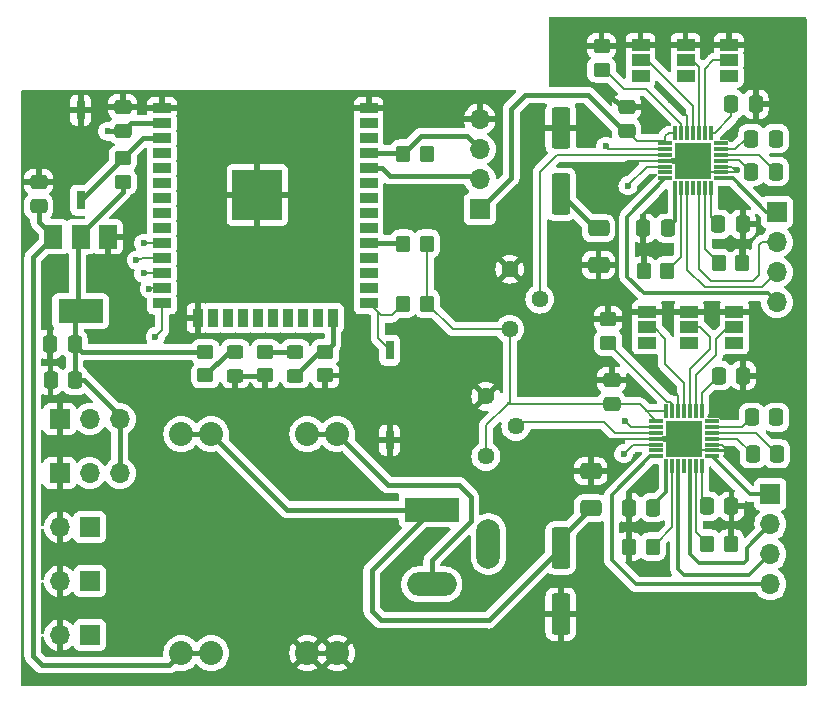
<source format=gbr>
%TF.GenerationSoftware,KiCad,Pcbnew,7.0.1*%
%TF.CreationDate,2023-03-21T17:21:33+01:00*%
%TF.ProjectId,PCB_evenwicht,5043425f-6576-4656-9e77-696368742e6b,rev?*%
%TF.SameCoordinates,Original*%
%TF.FileFunction,Copper,L1,Top*%
%TF.FilePolarity,Positive*%
%FSLAX46Y46*%
G04 Gerber Fmt 4.6, Leading zero omitted, Abs format (unit mm)*
G04 Created by KiCad (PCBNEW 7.0.1) date 2023-03-21 17:21:33*
%MOMM*%
%LPD*%
G01*
G04 APERTURE LIST*
G04 Aperture macros list*
%AMRoundRect*
0 Rectangle with rounded corners*
0 $1 Rounding radius*
0 $2 $3 $4 $5 $6 $7 $8 $9 X,Y pos of 4 corners*
0 Add a 4 corners polygon primitive as box body*
4,1,4,$2,$3,$4,$5,$6,$7,$8,$9,$2,$3,0*
0 Add four circle primitives for the rounded corners*
1,1,$1+$1,$2,$3*
1,1,$1+$1,$4,$5*
1,1,$1+$1,$6,$7*
1,1,$1+$1,$8,$9*
0 Add four rect primitives between the rounded corners*
20,1,$1+$1,$2,$3,$4,$5,0*
20,1,$1+$1,$4,$5,$6,$7,0*
20,1,$1+$1,$6,$7,$8,$9,0*
20,1,$1+$1,$8,$9,$2,$3,0*%
G04 Aperture macros list end*
%TA.AperFunction,SMDPad,CuDef*%
%ADD10RoundRect,0.250000X0.550000X-1.500000X0.550000X1.500000X-0.550000X1.500000X-0.550000X-1.500000X0*%
%TD*%
%TA.AperFunction,SMDPad,CuDef*%
%ADD11RoundRect,0.250000X0.475000X-0.337500X0.475000X0.337500X-0.475000X0.337500X-0.475000X-0.337500X0*%
%TD*%
%TA.AperFunction,SMDPad,CuDef*%
%ADD12R,1.500000X1.000000*%
%TD*%
%TA.AperFunction,ComponentPad*%
%ADD13O,1.700000X1.700000*%
%TD*%
%TA.AperFunction,ComponentPad*%
%ADD14R,1.700000X1.700000*%
%TD*%
%TA.AperFunction,ComponentPad*%
%ADD15C,1.440000*%
%TD*%
%TA.AperFunction,SMDPad,CuDef*%
%ADD16RoundRect,0.250000X-0.550000X1.500000X-0.550000X-1.500000X0.550000X-1.500000X0.550000X1.500000X0*%
%TD*%
%TA.AperFunction,SMDPad,CuDef*%
%ADD17RoundRect,0.250000X-0.350000X-0.450000X0.350000X-0.450000X0.350000X0.450000X-0.350000X0.450000X0*%
%TD*%
%TA.AperFunction,SMDPad,CuDef*%
%ADD18RoundRect,0.250000X0.350000X0.450000X-0.350000X0.450000X-0.350000X-0.450000X0.350000X-0.450000X0*%
%TD*%
%TA.AperFunction,SMDPad,CuDef*%
%ADD19R,1.500000X0.900000*%
%TD*%
%TA.AperFunction,SMDPad,CuDef*%
%ADD20R,0.900000X1.500000*%
%TD*%
%TA.AperFunction,SMDPad,CuDef*%
%ADD21R,1.050000X1.050000*%
%TD*%
%TA.AperFunction,HeatsinkPad*%
%ADD22C,0.600000*%
%TD*%
%TA.AperFunction,SMDPad,CuDef*%
%ADD23R,4.200000X4.200000*%
%TD*%
%TA.AperFunction,SMDPad,CuDef*%
%ADD24RoundRect,0.250000X0.337500X0.475000X-0.337500X0.475000X-0.337500X-0.475000X0.337500X-0.475000X0*%
%TD*%
%TA.AperFunction,SMDPad,CuDef*%
%ADD25R,1.500000X2.000000*%
%TD*%
%TA.AperFunction,SMDPad,CuDef*%
%ADD26R,3.800000X2.000000*%
%TD*%
%TA.AperFunction,ComponentPad*%
%ADD27C,2.032000*%
%TD*%
%TA.AperFunction,SMDPad,CuDef*%
%ADD28R,0.760000X1.600000*%
%TD*%
%TA.AperFunction,SMDPad,CuDef*%
%ADD29RoundRect,0.250000X-0.337500X-0.475000X0.337500X-0.475000X0.337500X0.475000X-0.337500X0.475000X0*%
%TD*%
%TA.AperFunction,SMDPad,CuDef*%
%ADD30RoundRect,0.250000X0.450000X-0.350000X0.450000X0.350000X-0.450000X0.350000X-0.450000X-0.350000X0*%
%TD*%
%TA.AperFunction,SMDPad,CuDef*%
%ADD31RoundRect,0.250000X-0.450000X0.350000X-0.450000X-0.350000X0.450000X-0.350000X0.450000X0.350000X0*%
%TD*%
%TA.AperFunction,SMDPad,CuDef*%
%ADD32R,3.150000X3.150000*%
%TD*%
%TA.AperFunction,SMDPad,CuDef*%
%ADD33R,0.300000X1.150000*%
%TD*%
%TA.AperFunction,SMDPad,CuDef*%
%ADD34R,1.150000X0.300000*%
%TD*%
%TA.AperFunction,SMDPad,CuDef*%
%ADD35RoundRect,0.250000X0.650000X-0.412500X0.650000X0.412500X-0.650000X0.412500X-0.650000X-0.412500X0*%
%TD*%
%TA.AperFunction,SMDPad,CuDef*%
%ADD36RoundRect,0.250000X0.450000X-0.325000X0.450000X0.325000X-0.450000X0.325000X-0.450000X-0.325000X0*%
%TD*%
%TA.AperFunction,SMDPad,CuDef*%
%ADD37RoundRect,0.250000X-0.650000X0.412500X-0.650000X-0.412500X0.650000X-0.412500X0.650000X0.412500X0*%
%TD*%
%TA.AperFunction,ComponentPad*%
%ADD38R,4.600000X2.000000*%
%TD*%
%TA.AperFunction,ComponentPad*%
%ADD39O,4.200000X2.000000*%
%TD*%
%TA.AperFunction,ComponentPad*%
%ADD40O,2.000000X4.200000*%
%TD*%
%TA.AperFunction,SMDPad,CuDef*%
%ADD41RoundRect,0.250000X-0.450000X0.325000X-0.450000X-0.325000X0.450000X-0.325000X0.450000X0.325000X0*%
%TD*%
%TA.AperFunction,ViaPad*%
%ADD42C,0.600000*%
%TD*%
%TA.AperFunction,Conductor*%
%ADD43C,0.200000*%
%TD*%
%TA.AperFunction,Conductor*%
%ADD44C,0.406400*%
%TD*%
%TA.AperFunction,Conductor*%
%ADD45C,0.300000*%
%TD*%
%TA.AperFunction,Conductor*%
%ADD46C,0.400000*%
%TD*%
G04 APERTURE END LIST*
D10*
%TO.P,C20,1*%
%TO.N,Vmot*%
X150114000Y-61214000D03*
%TO.P,C20,2*%
%TO.N,GND*%
X150114000Y-55614000D03*
%TD*%
D11*
%TO.P,C10,2*%
%TO.N,GND*%
X155702000Y-53826500D03*
%TO.P,C10,1*%
%TO.N,+3.3V*%
X155702000Y-55901500D03*
%TD*%
D12*
%TO.P,JP5,3,B*%
%TO.N,+3.3V*%
X160981000Y-73787000D03*
%TO.P,JP5,2,C*%
%TO.N,MS2_2*%
X160981000Y-72487000D03*
%TO.P,JP5,1,A*%
%TO.N,GND*%
X160981000Y-71187000D03*
%TD*%
D13*
%TO.P,J4,4,Pin_4*%
%TO.N,Net-(IC1-OUT1B)*%
X168402000Y-70358000D03*
%TO.P,J4,3,Pin_3*%
%TO.N,Net-(IC1-OUT1A)*%
X168402000Y-67818000D03*
%TO.P,J4,2,Pin_2*%
%TO.N,Net-(IC1-OUT2A)*%
X168402000Y-65278000D03*
D14*
%TO.P,J4,1,Pin_1*%
%TO.N,Net-(IC1-OUT2B)*%
X168402000Y-62738000D03*
%TD*%
D15*
%TO.P,RV2,3,3*%
%TO.N,GND*%
X143779000Y-78333600D03*
%TO.P,RV2,2,2*%
%TO.N,Net-(IC2-REF)*%
X146319000Y-80873600D03*
%TO.P,RV2,1,1*%
%TO.N,+3.3V*%
X143779000Y-83413600D03*
%TD*%
%TO.P,RV1,3,3*%
%TO.N,GND*%
X145796000Y-67564000D03*
%TO.P,RV1,2,2*%
%TO.N,Net-(IC1-REF)*%
X148336000Y-70104000D03*
%TO.P,RV1,1,1*%
%TO.N,+3.3V*%
X145796000Y-72644000D03*
%TD*%
D13*
%TO.P,J6,4,Pin_4*%
%TO.N,Net-(IC2-OUT1B)*%
X167855500Y-94244000D03*
%TO.P,J6,3,Pin_3*%
%TO.N,Net-(IC2-OUT1A)*%
X167855500Y-91704000D03*
%TO.P,J6,2,Pin_2*%
%TO.N,Net-(IC2-OUT2A)*%
X167855500Y-89164000D03*
D14*
%TO.P,J6,1,Pin_1*%
%TO.N,Net-(IC2-OUT2B)*%
X167855500Y-86624000D03*
%TD*%
D16*
%TO.P,C19,1*%
%TO.N,Vmot*%
X150114000Y-91174000D03*
%TO.P,C19,2*%
%TO.N,GND*%
X150114000Y-96774000D03*
%TD*%
D17*
%TO.P,R14,2*%
%TO.N,GND*%
X164521000Y-90805000D03*
%TO.P,R14,1*%
%TO.N,Net-(IC2-SENSE2)*%
X162521000Y-90805000D03*
%TD*%
D18*
%TO.P,R15,2*%
%TO.N,GND*%
X155917000Y-91059000D03*
%TO.P,R15,1*%
%TO.N,Net-(IC2-SENSE1)*%
X157917000Y-91059000D03*
%TD*%
D11*
%TO.P,C18,2*%
%TO.N,GND*%
X154432000Y-76940500D03*
%TO.P,C18,1*%
%TO.N,+3.3V*%
X154432000Y-79015500D03*
%TD*%
D19*
%TO.P,U1,1,GND*%
%TO.N,GND*%
X116345000Y-53935000D03*
%TO.P,U1,2,VDD*%
%TO.N,+3.3V*%
X116345000Y-55205000D03*
%TO.P,U1,3,EN*%
%TO.N,/ESP32/EN*%
X116345000Y-56475000D03*
%TO.P,U1,4,SENSOR_VP*%
%TO.N,unconnected-(U1-SENSOR_VP-Pad4)*%
X116345000Y-57745000D03*
%TO.P,U1,5,SENSOR_VN*%
%TO.N,unconnected-(U1-SENSOR_VN-Pad5)*%
X116345000Y-59015000D03*
%TO.P,U1,6,IO34*%
%TO.N,unconnected-(U1-IO34-Pad6)*%
X116345000Y-60285000D03*
%TO.P,U1,7,IO35*%
%TO.N,unconnected-(U1-IO35-Pad7)*%
X116345000Y-61555000D03*
%TO.P,U1,8,IO32*%
%TO.N,A4*%
X116345000Y-62825000D03*
%TO.P,U1,9,IO33*%
%TO.N,A5*%
X116345000Y-64095000D03*
%TO.P,U1,10,IO25*%
%TO.N,A8*%
X116345000Y-65365000D03*
%TO.P,U1,11,IO26*%
%TO.N,A9*%
X116345000Y-66635000D03*
%TO.P,U1,12,IO27*%
%TO.N,GPIO27*%
X116345000Y-67905000D03*
%TO.P,U1,13,IO14*%
%TO.N,GPIO14*%
X116345000Y-69175000D03*
%TO.P,U1,14,IO12*%
%TO.N,GPIO12*%
X116345000Y-70445000D03*
D20*
%TO.P,U1,15,GND*%
%TO.N,GND*%
X119385000Y-71695000D03*
%TO.P,U1,16,IO13*%
%TO.N,GPIO13*%
X120655000Y-71695000D03*
%TO.P,U1,17,SHD/SD2*%
%TO.N,unconnected-(U1-SHD{slash}SD2-Pad17)*%
X121925000Y-71695000D03*
%TO.P,U1,18,SWP/SD3*%
%TO.N,unconnected-(U1-SWP{slash}SD3-Pad18)*%
X123195000Y-71695000D03*
%TO.P,U1,19,SCS/CMD*%
%TO.N,unconnected-(U1-SCS{slash}CMD-Pad19)*%
X124465000Y-71695000D03*
%TO.P,U1,20,SCK/CLK*%
%TO.N,unconnected-(U1-SCK{slash}CLK-Pad20)*%
X125735000Y-71695000D03*
%TO.P,U1,21,SDO/SD0*%
%TO.N,unconnected-(U1-SDO{slash}SD0-Pad21)*%
X127005000Y-71695000D03*
%TO.P,U1,22,SDI/SD1*%
%TO.N,unconnected-(U1-SDI{slash}SD1-Pad22)*%
X128275000Y-71695000D03*
%TO.P,U1,23,IO15*%
%TO.N,GPIO15*%
X129545000Y-71695000D03*
%TO.P,U1,24,IO2*%
%TO.N,GPIO2*%
X130815000Y-71695000D03*
D19*
%TO.P,U1,25,IO0*%
%TO.N,GPIO0*%
X133845000Y-70445000D03*
%TO.P,U1,26,IO4*%
%TO.N,GPIO4*%
X133845000Y-69175000D03*
%TO.P,U1,27,IO16*%
%TO.N,RX2*%
X133845000Y-67905000D03*
%TO.P,U1,28,IO17*%
%TO.N,TX2*%
X133845000Y-66635000D03*
%TO.P,U1,29,IO5*%
%TO.N,GPIO5*%
X133845000Y-65365000D03*
%TO.P,U1,30,IO18*%
%TO.N,GPIO18*%
X133845000Y-64095000D03*
%TO.P,U1,31,IO19*%
%TO.N,GPIO19*%
X133845000Y-62825000D03*
%TO.P,U1,32,NC*%
%TO.N,unconnected-(U1-NC-Pad32)*%
X133845000Y-61555000D03*
%TO.P,U1,33,IO21*%
%TO.N,GPIO21*%
X133845000Y-60285000D03*
%TO.P,U1,34,RXD0/IO3*%
%TO.N,RX0*%
X133845000Y-59015000D03*
%TO.P,U1,35,TXD0/IO1*%
%TO.N,TX0*%
X133845000Y-57745000D03*
%TO.P,U1,36,IO22*%
%TO.N,GPIO22*%
X133845000Y-56475000D03*
%TO.P,U1,37,IO23*%
%TO.N,GPIO23*%
X133845000Y-55205000D03*
%TO.P,U1,38,GND*%
%TO.N,GND*%
X133845000Y-53935000D03*
D21*
%TO.P,U1,39,GND*%
X122890000Y-59750000D03*
D22*
X122890000Y-60512500D03*
D21*
X122890000Y-61275000D03*
D22*
X122890000Y-62037500D03*
D21*
X122890000Y-62800000D03*
D22*
X123652500Y-59750000D03*
X123652500Y-61275000D03*
X123652500Y-62800000D03*
D21*
X124415000Y-59750000D03*
D22*
X124415000Y-60512500D03*
D21*
X124415000Y-61275000D03*
D23*
X124415000Y-61275000D03*
D22*
X124415000Y-62037500D03*
D21*
X124415000Y-62800000D03*
D22*
X125177500Y-59750000D03*
X125177500Y-61275000D03*
X125177500Y-62800000D03*
D21*
X125940000Y-59750000D03*
D22*
X125940000Y-60512500D03*
D21*
X125940000Y-61275000D03*
D22*
X125940000Y-62037500D03*
D21*
X125940000Y-62800000D03*
%TD*%
D12*
%TO.P,JP2,3,B*%
%TO.N,+3.3V*%
X160676900Y-51176100D03*
%TO.P,JP2,2,C*%
%TO.N,MS2_1*%
X160676900Y-49876100D03*
%TO.P,JP2,1,A*%
%TO.N,GND*%
X160676900Y-48576100D03*
%TD*%
D11*
%TO.P,C2,1*%
%TO.N,VDD*%
X105918000Y-62251500D03*
%TO.P,C2,2*%
%TO.N,GND*%
X105918000Y-60176500D03*
%TD*%
D24*
%TO.P,C14,2*%
%TO.N,Net-(IC2-VCP)*%
X166288500Y-80113000D03*
%TO.P,C14,1*%
%TO.N,Vmot*%
X168363500Y-80113000D03*
%TD*%
D14*
%TO.P,J8,1,Pin_1*%
%TO.N,GND*%
X107696000Y-80264000D03*
D13*
%TO.P,J8,2,Pin_2*%
%TO.N,A8*%
X110236000Y-80264000D03*
%TO.P,J8,3,Pin_3*%
%TO.N,+3.3V*%
X112776000Y-80264000D03*
%TD*%
D12*
%TO.P,JP6,3,B*%
%TO.N,+3.3V*%
X164811000Y-73787000D03*
%TO.P,JP6,2,C*%
%TO.N,MS1_2*%
X164811000Y-72487000D03*
%TO.P,JP6,1,A*%
%TO.N,GND*%
X164811000Y-71187000D03*
%TD*%
D25*
%TO.P,U2,1,GND*%
%TO.N,GND*%
X111760000Y-64820000D03*
%TO.P,U2,2,VO*%
%TO.N,+3.3V*%
X109460000Y-64820000D03*
D26*
X109460000Y-71120000D03*
D25*
%TO.P,U2,3,VI*%
%TO.N,VDD*%
X107160000Y-64820000D03*
%TD*%
D27*
%TO.P,U3,1,IN-*%
%TO.N,Net-(J1-Pad2)*%
X131191000Y-81534000D03*
%TO.P,U3,2,IN-*%
X128651000Y-81534000D03*
%TO.P,U3,3,IN+*%
%TO.N,Vmot*%
X120523000Y-81534000D03*
%TO.P,U3,4,IN+*%
X117983000Y-81534000D03*
%TO.P,U3,5,OUT+*%
%TO.N,VDD*%
X117983000Y-100076000D03*
%TO.P,U3,6,OUT+*%
X120523000Y-100076000D03*
%TO.P,U3,7,OUT-*%
%TO.N,GND*%
X128651000Y-100076000D03*
%TO.P,U3,8,OUT-*%
X131191000Y-100076000D03*
%TD*%
D28*
%TO.P,SW2,2,2*%
%TO.N,GND*%
X135636000Y-82042000D03*
%TO.P,SW2,1,1*%
%TO.N,GPIO0*%
X135636000Y-74422000D03*
%TD*%
D29*
%TO.P,C9,2*%
%TO.N,GND*%
X165524400Y-63754000D03*
%TO.P,C9,1*%
%TO.N,Vmot*%
X163449400Y-63754000D03*
%TD*%
D30*
%TO.P,R1,1*%
%TO.N,+3.3V*%
X113030000Y-60182000D03*
%TO.P,R1,2*%
%TO.N,/ESP32/EN*%
X113030000Y-58182000D03*
%TD*%
D14*
%TO.P,J2,1,Pin_1*%
%TO.N,+3.3V*%
X143256000Y-62484000D03*
D13*
%TO.P,J2,2,Pin_2*%
%TO.N,RX0*%
X143256000Y-59944000D03*
%TO.P,J2,3,Pin_3*%
%TO.N,TX0*%
X143256000Y-57404000D03*
%TO.P,J2,4,Pin_4*%
%TO.N,GND*%
X143256000Y-54864000D03*
%TD*%
D12*
%TO.P,JP1,3,B*%
%TO.N,+3.3V*%
X156866900Y-51176100D03*
%TO.P,JP1,2,C*%
%TO.N,MS3_1*%
X156866900Y-49876100D03*
%TO.P,JP1,1,A*%
%TO.N,GND*%
X156866900Y-48576100D03*
%TD*%
%TO.P,JP4,3,B*%
%TO.N,+3.3V*%
X157425000Y-73787000D03*
%TO.P,JP4,2,C*%
%TO.N,MS3_2*%
X157425000Y-72487000D03*
%TO.P,JP4,1,A*%
%TO.N,GND*%
X157425000Y-71187000D03*
%TD*%
D18*
%TO.P,R11,2*%
%TO.N,GND*%
X157136900Y-67686100D03*
%TO.P,R11,1*%
%TO.N,Net-(IC1-SENSE1)*%
X159136900Y-67686100D03*
%TD*%
D28*
%TO.P,SW1,1,1*%
%TO.N,/ESP32/EN*%
X109474000Y-61722000D03*
%TO.P,SW1,2,2*%
%TO.N,GND*%
X109474000Y-54102000D03*
%TD*%
D18*
%TO.P,R2,1*%
%TO.N,+3.3V*%
X138795000Y-70485000D03*
%TO.P,R2,2*%
%TO.N,GPIO0*%
X136795000Y-70485000D03*
%TD*%
%TO.P,R5,1*%
%TO.N,+3.3V*%
X138795000Y-57785000D03*
%TO.P,R5,2*%
%TO.N,TX0*%
X136795000Y-57785000D03*
%TD*%
D17*
%TO.P,R10,2*%
%TO.N,GND*%
X165486900Y-67056000D03*
%TO.P,R10,1*%
%TO.N,Net-(IC1-SENSE2)*%
X163486900Y-67056000D03*
%TD*%
D14*
%TO.P,J7,1,Pin_1*%
%TO.N,GPIO27*%
X110236000Y-89408000D03*
D13*
%TO.P,J7,2,Pin_2*%
%TO.N,GND*%
X107696000Y-89408000D03*
%TD*%
D30*
%TO.P,R3,1*%
%TO.N,GND*%
X130175000Y-76565000D03*
%TO.P,R3,2*%
%TO.N,GPIO2*%
X130175000Y-74565000D03*
%TD*%
D18*
%TO.P,R6,1*%
%TO.N,+3.3V*%
X138795000Y-65405000D03*
%TO.P,R6,2*%
%TO.N,GPIO5*%
X136795000Y-65405000D03*
%TD*%
D14*
%TO.P,J3,1,Pin_1*%
%TO.N,GPIO14*%
X110241000Y-93980000D03*
D13*
%TO.P,J3,2,Pin_2*%
%TO.N,GND*%
X107701000Y-93980000D03*
%TD*%
D12*
%TO.P,JP3,3,B*%
%TO.N,+3.3V*%
X164338000Y-51176100D03*
%TO.P,JP3,2,C*%
%TO.N,MS1_1*%
X164338000Y-49876100D03*
%TO.P,JP3,1,A*%
%TO.N,GND*%
X164338000Y-48576100D03*
%TD*%
D24*
%TO.P,C11,2*%
%TO.N,Net-(IC2-CP1)*%
X166348500Y-83210400D03*
%TO.P,C11,1*%
%TO.N,Net-(IC2-CP2)*%
X168423500Y-83210400D03*
%TD*%
D29*
%TO.P,C12,2*%
%TO.N,GND*%
X165574500Y-76581000D03*
%TO.P,C12,1*%
%TO.N,Net-(IC2-VREG)*%
X163499500Y-76581000D03*
%TD*%
D24*
%TO.P,C16,2*%
%TO.N,GND*%
X155879500Y-87757000D03*
%TO.P,C16,1*%
%TO.N,Vmot*%
X157954500Y-87757000D03*
%TD*%
D31*
%TO.P,R7,1*%
%TO.N,Net-(D1-K)*%
X125095000Y-74565000D03*
%TO.P,R7,2*%
%TO.N,GND*%
X125095000Y-76565000D03*
%TD*%
D11*
%TO.P,C1,1*%
%TO.N,+3.3V*%
X113030000Y-55880000D03*
%TO.P,C1,2*%
%TO.N,GND*%
X113030000Y-53805000D03*
%TD*%
D31*
%TO.P,R4,1*%
%TO.N,+3.3V*%
X120015000Y-74565000D03*
%TO.P,R4,2*%
%TO.N,Net-(D2-A)*%
X120015000Y-76565000D03*
%TD*%
D32*
%TO.P,IC1,29,EP*%
%TO.N,GND*%
X161311900Y-58376600D03*
D33*
%TO.P,IC1,28,VBB2*%
%TO.N,Vmot*%
X162811900Y-60726600D03*
%TO.P,IC1,27,SENSE2*%
%TO.N,Net-(IC1-SENSE2)*%
X162311900Y-60726600D03*
%TO.P,IC1,26,OUT2A*%
%TO.N,Net-(IC1-OUT2A)*%
X161811900Y-60726600D03*
%TO.P,IC1,25,NC_3*%
%TO.N,unconnected-(IC1-NC_3-Pad25)*%
X161311900Y-60726600D03*
%TO.P,IC1,24,OUT1A*%
%TO.N,Net-(IC1-OUT1A)*%
X160811900Y-60726600D03*
%TO.P,IC1,23,SENSE1*%
%TO.N,Net-(IC1-SENSE1)*%
X160311900Y-60726600D03*
%TO.P,IC1,22,VBB1*%
%TO.N,Vmot*%
X159811900Y-60726600D03*
D34*
%TO.P,IC1,21,OUT1B*%
%TO.N,Net-(IC1-OUT1B)*%
X158961900Y-59876600D03*
%TO.P,IC1,20,NC_2*%
%TO.N,unconnected-(IC1-NC_2-Pad20)*%
X158961900Y-59376600D03*
%TO.P,IC1,19,DIR*%
%TO.N,GPIO18*%
X158961900Y-58876600D03*
%TO.P,IC1,18,GND_2*%
%TO.N,GND*%
X158961900Y-58376600D03*
%TO.P,IC1,17,REF*%
%TO.N,Net-(IC1-REF)*%
X158961900Y-57876600D03*
%TO.P,IC1,16,STEP*%
%TO.N,GPIO19*%
X158961900Y-57376600D03*
%TO.P,IC1,15,VDD*%
%TO.N,+3.3V*%
X158961900Y-56876600D03*
D33*
%TO.P,IC1,14,~{SLEEP}*%
X159811900Y-56026600D03*
%TO.P,IC1,13,ROSC*%
%TO.N,Net-(IC1-ROSC)*%
X160311900Y-56026600D03*
%TO.P,IC1,12,~{RESET}*%
%TO.N,GND*%
X160811900Y-56026600D03*
%TO.P,IC1,11,MS3*%
%TO.N,MS3_1*%
X161311900Y-56026600D03*
%TO.P,IC1,10,MS2*%
%TO.N,MS2_1*%
X161811900Y-56026600D03*
%TO.P,IC1,9,MS1*%
%TO.N,MS1_1*%
X162311900Y-56026600D03*
%TO.P,IC1,8,VREG*%
%TO.N,Net-(IC1-VREG)*%
X162811900Y-56026600D03*
D34*
%TO.P,IC1,7,NC_1*%
%TO.N,unconnected-(IC1-NC_1-Pad7)*%
X163661900Y-56876600D03*
%TO.P,IC1,6,VCP*%
%TO.N,Net-(IC1-VCP)*%
X163661900Y-57376600D03*
%TO.P,IC1,5,CP2*%
%TO.N,Net-(IC1-CP2)*%
X163661900Y-57876600D03*
%TO.P,IC1,4,CP1*%
%TO.N,Net-(IC1-CP1)*%
X163661900Y-58376600D03*
%TO.P,IC1,3,GND_1*%
%TO.N,GND*%
X163661900Y-58876600D03*
%TO.P,IC1,2,~{ENABLE}*%
X163661900Y-59376600D03*
%TO.P,IC1,1,OUT2B*%
%TO.N,Net-(IC1-OUT2B)*%
X163661900Y-59876600D03*
%TD*%
D35*
%TO.P,C17,2*%
%TO.N,Vmot*%
X153310900Y-64091600D03*
%TO.P,C17,1*%
%TO.N,GND*%
X153310900Y-67216600D03*
%TD*%
D14*
%TO.P,J9,1,Pin_1*%
%TO.N,GPIO12*%
X110241000Y-98552000D03*
D13*
%TO.P,J9,2,Pin_2*%
%TO.N,GND*%
X107701000Y-98552000D03*
%TD*%
D32*
%TO.P,IC2,29,EP*%
%TO.N,GND*%
X160546000Y-81915000D03*
D33*
%TO.P,IC2,28,VBB2*%
%TO.N,Vmot*%
X162046000Y-84265000D03*
%TO.P,IC2,27,SENSE2*%
%TO.N,Net-(IC2-SENSE2)*%
X161546000Y-84265000D03*
%TO.P,IC2,26,OUT2A*%
%TO.N,Net-(IC2-OUT2A)*%
X161046000Y-84265000D03*
%TO.P,IC2,25,NC_3*%
%TO.N,unconnected-(IC2-NC_3-Pad25)*%
X160546000Y-84265000D03*
%TO.P,IC2,24,OUT1A*%
%TO.N,Net-(IC2-OUT1A)*%
X160046000Y-84265000D03*
%TO.P,IC2,23,SENSE1*%
%TO.N,Net-(IC2-SENSE1)*%
X159546000Y-84265000D03*
%TO.P,IC2,22,VBB1*%
%TO.N,Vmot*%
X159046000Y-84265000D03*
D34*
%TO.P,IC2,21,OUT1B*%
%TO.N,Net-(IC2-OUT1B)*%
X158196000Y-83415000D03*
%TO.P,IC2,20,NC_2*%
%TO.N,unconnected-(IC2-NC_2-Pad20)*%
X158196000Y-82915000D03*
%TO.P,IC2,19,DIR*%
%TO.N,A5*%
X158196000Y-82415000D03*
%TO.P,IC2,18,GND_2*%
%TO.N,GND*%
X158196000Y-81915000D03*
%TO.P,IC2,17,REF*%
%TO.N,Net-(IC2-REF)*%
X158196000Y-81415000D03*
%TO.P,IC2,16,STEP*%
%TO.N,A4*%
X158196000Y-80915000D03*
%TO.P,IC2,15,VDD*%
%TO.N,+3.3V*%
X158196000Y-80415000D03*
D33*
%TO.P,IC2,14,~{SLEEP}*%
X159046000Y-79565000D03*
%TO.P,IC2,13,ROSC*%
%TO.N,Net-(IC2-ROSC)*%
X159546000Y-79565000D03*
%TO.P,IC2,12,~{RESET}*%
%TO.N,GND*%
X160046000Y-79565000D03*
%TO.P,IC2,11,MS3*%
%TO.N,MS3_2*%
X160546000Y-79565000D03*
%TO.P,IC2,10,MS2*%
%TO.N,MS2_2*%
X161046000Y-79565000D03*
%TO.P,IC2,9,MS1*%
%TO.N,MS1_2*%
X161546000Y-79565000D03*
%TO.P,IC2,8,VREG*%
%TO.N,Net-(IC2-VREG)*%
X162046000Y-79565000D03*
D34*
%TO.P,IC2,7,NC_1*%
%TO.N,unconnected-(IC2-NC_1-Pad7)*%
X162896000Y-80415000D03*
%TO.P,IC2,6,VCP*%
%TO.N,Net-(IC2-VCP)*%
X162896000Y-80915000D03*
%TO.P,IC2,5,CP2*%
%TO.N,Net-(IC2-CP2)*%
X162896000Y-81415000D03*
%TO.P,IC2,4,CP1*%
%TO.N,Net-(IC2-CP1)*%
X162896000Y-81915000D03*
%TO.P,IC2,3,GND_1*%
%TO.N,GND*%
X162896000Y-82415000D03*
%TO.P,IC2,2,~{ENABLE}*%
X162896000Y-82915000D03*
%TO.P,IC2,1,OUT2B*%
%TO.N,Net-(IC2-OUT2B)*%
X162896000Y-83415000D03*
%TD*%
D14*
%TO.P,J5,1,Pin_1*%
%TO.N,GND*%
X107696000Y-84836000D03*
D13*
%TO.P,J5,2,Pin_2*%
%TO.N,A9*%
X110236000Y-84836000D03*
%TO.P,J5,3,Pin_3*%
%TO.N,+3.3V*%
X112776000Y-84836000D03*
%TD*%
D31*
%TO.P,R13,2*%
%TO.N,Net-(IC2-ROSC)*%
X154123000Y-73787000D03*
%TO.P,R13,1*%
%TO.N,GND*%
X154123000Y-71787000D03*
%TD*%
D24*
%TO.P,C8,2*%
%TO.N,Net-(IC1-VCP)*%
X166243400Y-56510100D03*
%TO.P,C8,1*%
%TO.N,Vmot*%
X168318400Y-56510100D03*
%TD*%
D29*
%TO.P,C6,1*%
%TO.N,Net-(IC1-VREG)*%
X164549000Y-53594000D03*
%TO.P,C6,2*%
%TO.N,GND*%
X166624000Y-53594000D03*
%TD*%
%TO.P,C7,2*%
%TO.N,Vmot*%
X159174400Y-64091600D03*
%TO.P,C7,1*%
%TO.N,GND*%
X157099400Y-64091600D03*
%TD*%
D36*
%TO.P,D2,1,K*%
%TO.N,GND*%
X122555000Y-76590000D03*
%TO.P,D2,2,A*%
%TO.N,Net-(D2-A)*%
X122555000Y-74540000D03*
%TD*%
D24*
%TO.P,C5,2*%
%TO.N,Net-(IC1-CP1)*%
X166243400Y-59304100D03*
%TO.P,C5,1*%
%TO.N,Net-(IC1-CP2)*%
X168318400Y-59304100D03*
%TD*%
D37*
%TO.P,C15,2*%
%TO.N,Vmot*%
X152654000Y-87795500D03*
%TO.P,C15,1*%
%TO.N,GND*%
X152654000Y-84670500D03*
%TD*%
D38*
%TO.P,J1,1*%
%TO.N,Vmot*%
X139192000Y-87934000D03*
D39*
%TO.P,J1,2*%
%TO.N,Net-(J1-Pad2)*%
X139192000Y-94234000D03*
D40*
%TO.P,J1,3*%
%TO.N,N/C*%
X143992000Y-90834000D03*
%TD*%
D24*
%TO.P,C4,1*%
%TO.N,+3.3V*%
X108987500Y-76962000D03*
%TO.P,C4,2*%
%TO.N,GND*%
X106912500Y-76962000D03*
%TD*%
%TO.P,C13,2*%
%TO.N,Vmot*%
X162493500Y-87630000D03*
%TO.P,C13,1*%
%TO.N,GND*%
X164568500Y-87630000D03*
%TD*%
D41*
%TO.P,D1,1,K*%
%TO.N,Net-(D1-K)*%
X127635000Y-74540000D03*
%TO.P,D1,2,A*%
%TO.N,GPIO2*%
X127635000Y-76590000D03*
%TD*%
D31*
%TO.P,R9,2*%
%TO.N,Net-(IC1-ROSC)*%
X153564900Y-50668100D03*
%TO.P,R9,1*%
%TO.N,GND*%
X153564900Y-48668100D03*
%TD*%
D29*
%TO.P,C3,1*%
%TO.N,GND*%
X106891000Y-73914000D03*
%TO.P,C3,2*%
%TO.N,+3.3V*%
X108966000Y-73914000D03*
%TD*%
D42*
%TO.N,GND*%
X152908000Y-82651600D03*
X154838400Y-59283600D03*
X150571200Y-50952400D03*
X160528000Y-82499200D03*
X159918400Y-82499200D03*
X159918400Y-81889600D03*
X160528000Y-81889600D03*
X161137600Y-82499200D03*
X161137600Y-81889600D03*
X161137600Y-81280000D03*
X160528000Y-81280000D03*
X159918400Y-81280000D03*
X161340800Y-58318400D03*
X160731200Y-58318400D03*
X160731200Y-58928000D03*
X161340800Y-58928000D03*
X161950400Y-58928000D03*
X161950400Y-58318400D03*
X161950400Y-57708800D03*
X161340800Y-57708800D03*
X160731200Y-57708800D03*
%TO.N,A4*%
X116332000Y-62788800D03*
%TO.N,A5*%
X116332000Y-64058800D03*
%TO.N,GND*%
X113741200Y-63296800D03*
%TO.N,GPIO18*%
X155803600Y-60502800D03*
%TO.N,GPIO19*%
X153924000Y-57150000D03*
%TO.N,GND*%
X157099000Y-65913000D03*
X165524400Y-63754002D03*
X164541200Y-89255600D03*
%TO.N,A5*%
X155448000Y-83185000D03*
%TO.N,GPIO12*%
X115788500Y-73279000D03*
%TO.N,GPIO14*%
X115280500Y-69215000D03*
%TO.N,GPIO27*%
X114808000Y-67920868D03*
%TO.N,A9*%
X114173000Y-66802000D03*
%TO.N,A8*%
X114807998Y-65365002D03*
%TO.N,+3.3V*%
X154432000Y-78994000D03*
X155702000Y-55901500D03*
X160981000Y-73787000D03*
X138795000Y-65405000D03*
X157425000Y-73787000D03*
X156866900Y-51176100D03*
X164811000Y-73787002D03*
X138795000Y-57785000D03*
X109220000Y-71120000D03*
X164337998Y-51176100D03*
X111760000Y-55880000D03*
X160676900Y-51176100D03*
%TO.N,GND*%
X164998400Y-59131200D03*
X157628900Y-55494100D03*
X155917000Y-91058998D03*
X159406900Y-53208100D03*
X157171000Y-85725000D03*
%TO.N,A4*%
X155575000Y-80391000D03*
%TO.N,GPIO18*%
X133858000Y-64109600D03*
%TO.N,GPIO19*%
X133908800Y-62839600D03*
%TO.N,Vmot*%
X152654000Y-87795500D03*
X163449400Y-63754000D03*
X168318400Y-56510100D03*
X153310900Y-64091600D03*
X159203700Y-64053900D03*
X168363502Y-80113000D03*
X162505000Y-87757000D03*
X157954500Y-87757000D03*
%TD*%
D43*
%TO.N,GND*%
X158196000Y-81915000D02*
X160546000Y-81915000D01*
X153644600Y-81915000D02*
X152908000Y-82651600D01*
X158196000Y-81915000D02*
X153644600Y-81915000D01*
X155745400Y-58376600D02*
X154838400Y-59283600D01*
X158961900Y-58376600D02*
X161311900Y-58376600D01*
X158961900Y-58376600D02*
X155745400Y-58376600D01*
X164567400Y-58876600D02*
X163661900Y-58876600D01*
X164922400Y-59376600D02*
X163661900Y-59376600D01*
X164998400Y-59131200D02*
X164922400Y-59376600D01*
X164998400Y-59131200D02*
X164567400Y-58876600D01*
X162896000Y-82915000D02*
X161553400Y-82915000D01*
X161553400Y-82915000D02*
X161137600Y-82499200D01*
X162311900Y-59376600D02*
X163661900Y-59376600D01*
X161311900Y-58376600D02*
X162311900Y-59376600D01*
%TO.N,Net-(IC1-REF)*%
X149768400Y-57876600D02*
X148336000Y-59309000D01*
X148336000Y-59309000D02*
X148336000Y-70104000D01*
X158961900Y-57876600D02*
X149768400Y-57876600D01*
D44*
%TO.N,GND*%
X165524400Y-67018500D02*
X165486900Y-67056000D01*
X165524400Y-63754002D02*
X165524400Y-67018500D01*
X157099000Y-67648200D02*
X157136900Y-67686100D01*
X157099000Y-65913000D02*
X157099000Y-67648200D01*
D45*
%TO.N,Net-(IC1-OUT1B)*%
X157124400Y-69596000D02*
X167640000Y-69596000D01*
X167640000Y-69596000D02*
X168402000Y-70358000D01*
X155731900Y-68203500D02*
X157124400Y-69596000D01*
X155731900Y-63106600D02*
X155731900Y-68203500D01*
X158961900Y-59876600D02*
X155731900Y-63106600D01*
D44*
%TO.N,GND*%
X164521000Y-89275800D02*
X164541200Y-89255600D01*
X164521000Y-90805000D02*
X164521000Y-89275800D01*
D43*
%TO.N,MS2_1*%
X161811900Y-56026600D02*
X161811900Y-50461100D01*
X161811900Y-50461100D02*
X161226900Y-49876100D01*
X161226900Y-49876100D02*
X160676900Y-49876100D01*
%TO.N,MS1_1*%
X163026700Y-49876100D02*
X164338000Y-49876100D01*
X162311900Y-50590900D02*
X163026700Y-49876100D01*
X162311900Y-56026600D02*
X162311900Y-50590900D01*
%TO.N,A8*%
X116345000Y-65365000D02*
X114808000Y-65365000D01*
%TO.N,GPIO12*%
X116345000Y-72722500D02*
X115788500Y-73279000D01*
X116345000Y-70445000D02*
X116345000Y-72722500D01*
D44*
%TO.N,GND*%
X159918400Y-82499200D02*
X159918400Y-81889600D01*
X159918400Y-81889600D02*
X160528000Y-81889600D01*
X160528000Y-81889600D02*
X160528000Y-82499200D01*
X160528000Y-82499200D02*
X159918400Y-82499200D01*
X161137600Y-82499200D02*
X160528000Y-82499200D01*
X161137600Y-81889600D02*
X161137600Y-82499200D01*
X161137600Y-81280000D02*
X161137600Y-81889600D01*
X160528000Y-81280000D02*
X161137600Y-81280000D01*
X159918400Y-81280000D02*
X160528000Y-81280000D01*
X161340800Y-58318400D02*
X161340800Y-58928000D01*
X160731200Y-58318400D02*
X161340800Y-58318400D01*
X160731200Y-58928000D02*
X160731200Y-58318400D01*
X161340800Y-58928000D02*
X160731200Y-58928000D01*
X161950400Y-58928000D02*
X161340800Y-58928000D01*
X161950400Y-58318400D02*
X161950400Y-58928000D01*
X161950400Y-57708800D02*
X161950400Y-58318400D01*
X161340800Y-57708800D02*
X161950400Y-57708800D01*
X160731200Y-57708800D02*
X161340800Y-57708800D01*
X155702000Y-53826500D02*
X155274100Y-53826500D01*
X155274100Y-53826500D02*
X154228800Y-52781200D01*
D43*
%TO.N,Net-(IC2-CP1)*%
X165053100Y-81915000D02*
X166348500Y-83210400D01*
X162896000Y-81915000D02*
X165053100Y-81915000D01*
%TO.N,Net-(IC2-CP2)*%
X166628100Y-81415000D02*
X168423500Y-83210400D01*
X162896000Y-81415000D02*
X166628100Y-81415000D01*
%TO.N,+3.3V*%
X143779000Y-80800000D02*
X145542000Y-79037000D01*
X143779000Y-83413600D02*
X143779000Y-80800000D01*
%TO.N,Net-(IC2-REF)*%
X146674600Y-80518000D02*
X146319000Y-80873600D01*
X154686000Y-81415000D02*
X153789000Y-80518000D01*
X153789000Y-80518000D02*
X146674600Y-80518000D01*
X158196000Y-81415000D02*
X154686000Y-81415000D01*
%TO.N,GPIO18*%
X157379000Y-58876600D02*
X158961900Y-58876600D01*
X155803600Y-60452000D02*
X157379000Y-58876600D01*
X155803600Y-60502800D02*
X155803600Y-60452000D01*
%TO.N,GPIO19*%
X154150600Y-57376600D02*
X158961900Y-57376600D01*
X153924000Y-57150000D02*
X154150600Y-57376600D01*
D46*
%TO.N,+3.3V*%
X155469500Y-55901500D02*
X155702000Y-55901500D01*
X152400000Y-52832000D02*
X155469500Y-55901500D01*
X147066000Y-52832000D02*
X152400000Y-52832000D01*
X145923000Y-53975000D02*
X147066000Y-52832000D01*
X143256000Y-62484000D02*
X145923000Y-59817000D01*
X145923000Y-59817000D02*
X145923000Y-53975000D01*
D43*
X156550999Y-56750499D02*
X155702000Y-55901500D01*
X158835799Y-56750499D02*
X156550999Y-56750499D01*
X158961900Y-56876600D02*
X158835799Y-56750499D01*
D44*
%TO.N,Vmot*%
X152991600Y-64091600D02*
X153310900Y-64091600D01*
X150114000Y-61214000D02*
X152991600Y-64091600D01*
D43*
%TO.N,Net-(IC2-VCP)*%
X165486500Y-80915000D02*
X166288500Y-80113000D01*
X162896000Y-80915000D02*
X165486500Y-80915000D01*
%TO.N,A4*%
X156099000Y-80915000D02*
X158196000Y-80915000D01*
X155575000Y-80391000D02*
X156099000Y-80915000D01*
%TO.N,A5*%
X156218000Y-82415000D02*
X155448000Y-83185000D01*
X158196000Y-82415000D02*
X156218000Y-82415000D01*
%TO.N,A9*%
X114173000Y-66802000D02*
X114808000Y-66635002D01*
X114173000Y-66802000D02*
X114808002Y-66635000D01*
X114808002Y-66635000D02*
X116345000Y-66635000D01*
%TO.N,GPIO14*%
X115320500Y-69175000D02*
X115280500Y-69215000D01*
X116345000Y-69175000D02*
X115320500Y-69175000D01*
%TO.N,GPIO27*%
X114975000Y-67905000D02*
X116345000Y-67905000D01*
X114808000Y-67920868D02*
X114975000Y-67905000D01*
X114808000Y-67920868D02*
X114974998Y-67905002D01*
%TO.N,+3.3V*%
X140954000Y-72644000D02*
X145796000Y-72644000D01*
X138795000Y-70485000D02*
X140954000Y-72644000D01*
X145796000Y-78783000D02*
X145796000Y-72644000D01*
X145563500Y-79015500D02*
X145796000Y-78783000D01*
X145563500Y-79015500D02*
X154432000Y-79015500D01*
D45*
%TO.N,Net-(IC2-OUT2A)*%
X165862000Y-92202000D02*
X165862000Y-91157500D01*
X165862000Y-91157500D02*
X167855500Y-89164000D01*
X161798000Y-92456000D02*
X165608000Y-92456000D01*
X161046000Y-91704000D02*
X161798000Y-92456000D01*
X165608000Y-92456000D02*
X165862000Y-92202000D01*
X161046000Y-84265000D02*
X161046000Y-91704000D01*
%TO.N,Net-(IC2-OUT1A)*%
X160528000Y-93472000D02*
X160046000Y-92990000D01*
X166087500Y-93472000D02*
X160528000Y-93472000D01*
X167855500Y-91704000D02*
X166087500Y-93472000D01*
X160046000Y-92990000D02*
X160046000Y-84265000D01*
%TO.N,Net-(IC2-OUT1B)*%
X157703000Y-83415000D02*
X154432000Y-86686000D01*
X158196000Y-83415000D02*
X157703000Y-83415000D01*
X154432000Y-92202000D02*
X154432000Y-86686000D01*
X156474000Y-94244000D02*
X154432000Y-92202000D01*
X167855500Y-94244000D02*
X156474000Y-94244000D01*
%TO.N,Net-(IC2-OUT2B)*%
X166105000Y-86624000D02*
X167855500Y-86624000D01*
X162896000Y-83415000D02*
X166105000Y-86624000D01*
D46*
%TO.N,+3.3V*%
X109728000Y-76962000D02*
X108987500Y-76962000D01*
X112776000Y-81280000D02*
X112776000Y-80010000D01*
X112776000Y-80010000D02*
X109728000Y-76962000D01*
X112776000Y-81280000D02*
X112776000Y-84836000D01*
X112776000Y-80264000D02*
X112776000Y-81280000D01*
D44*
%TO.N,Net-(J1-Pad2)*%
X139192000Y-92202000D02*
X139192000Y-94234000D01*
X142494000Y-88900000D02*
X139192000Y-92202000D01*
X142494000Y-86868000D02*
X142494000Y-88900000D01*
X135509000Y-85852000D02*
X141478000Y-85852000D01*
X131191000Y-81534000D02*
X135509000Y-85852000D01*
X141478000Y-85852000D02*
X142494000Y-86868000D01*
%TO.N,Vmot*%
X150114000Y-90335500D02*
X152654000Y-87795500D01*
X150114000Y-91174000D02*
X150114000Y-90335500D01*
X134874000Y-97282000D02*
X144006000Y-97282000D01*
X134112000Y-96520000D02*
X134874000Y-97282000D01*
X144006000Y-97282000D02*
X150114000Y-91174000D01*
X139192000Y-87934000D02*
X134112000Y-93014000D01*
X134112000Y-93014000D02*
X134112000Y-96520000D01*
X126923000Y-87934000D02*
X139192000Y-87934000D01*
X120523000Y-81534000D02*
X126923000Y-87934000D01*
X117983000Y-81534000D02*
X120523000Y-81534000D01*
%TO.N,Net-(J1-Pad2)*%
X128651000Y-81534000D02*
X131191000Y-81534000D01*
%TO.N,GND*%
X128651000Y-100076000D02*
X131191000Y-100076000D01*
%TO.N,VDD*%
X117983000Y-100076000D02*
X120523000Y-100076000D01*
X116967001Y-101091999D02*
X117983000Y-100076000D01*
X106172000Y-101092000D02*
X116967001Y-101091999D01*
X105410000Y-100330000D02*
X106172000Y-101092000D01*
X105410000Y-66570000D02*
X105410000Y-100330000D01*
X107160000Y-64820000D02*
X105410000Y-66570000D01*
X105918000Y-63578000D02*
X107160000Y-64820000D01*
X105918000Y-62251500D02*
X105918000Y-63578000D01*
D43*
%TO.N,GPIO0*%
X134620000Y-71220000D02*
X133845000Y-70445000D01*
X134620000Y-73406000D02*
X134620000Y-71220000D01*
X135636000Y-74422000D02*
X134620000Y-73406000D01*
%TO.N,+3.3V*%
X154432000Y-78994000D02*
X156796500Y-79015500D01*
X156796500Y-79015500D02*
X158196000Y-80415000D01*
X154432000Y-79015500D02*
X154432000Y-78994000D01*
X158961900Y-56322700D02*
X158961900Y-56876600D01*
X159258000Y-56026600D02*
X158961900Y-56322700D01*
X159811900Y-56026600D02*
X159258000Y-56026600D01*
%TO.N,GND*%
X160046000Y-78258000D02*
X159457000Y-77669000D01*
X160046000Y-79565000D02*
X160046000Y-78258000D01*
%TO.N,Net-(IC1-OUT1A)*%
X167132000Y-69088000D02*
X168402000Y-67818000D01*
X160811900Y-67593900D02*
X162306000Y-69088000D01*
X160811900Y-60726600D02*
X160811900Y-67593900D01*
X162306000Y-69088000D02*
X167132000Y-69088000D01*
%TO.N,Net-(IC1-OUT2A)*%
X166878000Y-65532000D02*
X167132000Y-65278000D01*
X167132000Y-65278000D02*
X168402000Y-65278000D01*
X166878000Y-68072000D02*
X166878000Y-65532000D01*
X166370000Y-68580000D02*
X166878000Y-68072000D01*
X162814000Y-68580000D02*
X166370000Y-68580000D01*
X161811900Y-67577900D02*
X162814000Y-68580000D01*
X161811900Y-60726600D02*
X161811900Y-67577900D01*
D45*
%TO.N,Net-(IC1-OUT2B)*%
X167523300Y-62738000D02*
X168402000Y-62738000D01*
X164661900Y-59876600D02*
X167523300Y-62738000D01*
D43*
%TO.N,Net-(IC1-SENSE2)*%
X162311900Y-65881000D02*
X163486900Y-67056000D01*
X162311900Y-60726600D02*
X162311900Y-65881000D01*
%TO.N,Vmot*%
X162811900Y-63116500D02*
X162811900Y-60726600D01*
X163449400Y-63754000D02*
X162811900Y-63116500D01*
X163470900Y-64113100D02*
X163449400Y-64091600D01*
X163449400Y-63754000D02*
X163470900Y-64113100D01*
%TO.N,+3.3V*%
X159046000Y-79565000D02*
X157361000Y-79565000D01*
%TO.N,Net-(IC2-ROSC)*%
X159546000Y-78940000D02*
X159546000Y-79565000D01*
X159126000Y-78790000D02*
X159396000Y-78790000D01*
X159396000Y-78790000D02*
X159546000Y-78940000D01*
X154123000Y-73787000D02*
X159126000Y-78790000D01*
%TO.N,MS2_2*%
X161931000Y-72487000D02*
X160981000Y-72487000D01*
X162759000Y-73315000D02*
X161931000Y-72487000D01*
X162759000Y-74295000D02*
X162759000Y-73315000D01*
X161046000Y-79565000D02*
X161046000Y-76008000D01*
X161046000Y-76008000D02*
X162759000Y-74295000D01*
%TO.N,MS1_2*%
X163267000Y-73481000D02*
X164261000Y-72487000D01*
X163267000Y-74803000D02*
X163267000Y-73481000D01*
X161546000Y-76524000D02*
X163267000Y-74803000D01*
X164261000Y-72487000D02*
X164811000Y-72487000D01*
X161546000Y-79565000D02*
X161546000Y-76524000D01*
%TO.N,MS3_2*%
X157975000Y-72487000D02*
X157425000Y-72487000D01*
X158949000Y-73461000D02*
X157975000Y-72487000D01*
X160546000Y-77162000D02*
X158949000Y-75565000D01*
X158949000Y-75565000D02*
X158949000Y-73461000D01*
X160546000Y-79565000D02*
X160546000Y-77162000D01*
%TO.N,Net-(IC1-VREG)*%
X164549000Y-54631500D02*
X164549000Y-53594000D01*
X163153900Y-56026600D02*
X164549000Y-54631500D01*
X162811900Y-56026600D02*
X163153900Y-56026600D01*
%TO.N,Net-(IC2-VREG)*%
X162046000Y-78034500D02*
X163499500Y-76581000D01*
X162046000Y-79565000D02*
X162046000Y-78034500D01*
D45*
%TO.N,Net-(IC1-OUT2B)*%
X163661900Y-59876600D02*
X164661900Y-59876600D01*
D46*
%TO.N,+3.3V*%
X109460000Y-64570000D02*
X113030000Y-61000000D01*
X108966000Y-73914000D02*
X108966000Y-76940500D01*
X111760000Y-55880000D02*
X113030000Y-55880000D01*
X113705000Y-55205000D02*
X116345000Y-55205000D01*
X113030000Y-61000000D02*
X113030000Y-60182000D01*
X108966000Y-76940500D02*
X108987500Y-76962000D01*
X109460000Y-71120000D02*
X108966000Y-71614000D01*
X108966000Y-71614000D02*
X108966000Y-73914000D01*
X109460000Y-64820000D02*
X109460000Y-64570000D01*
D43*
X138795000Y-70485000D02*
X138795000Y-65405000D01*
D46*
X109220000Y-71120000D02*
X109460000Y-71120000D01*
X109617000Y-74565000D02*
X120015000Y-74565000D01*
X113030000Y-55880000D02*
X113705000Y-55205000D01*
X109220000Y-65060000D02*
X109220000Y-71120000D01*
X108966000Y-73914000D02*
X109617000Y-74565000D01*
D43*
%TO.N,GND*%
X160811900Y-56026600D02*
X160811900Y-54613100D01*
D46*
X155879500Y-91021500D02*
X155917000Y-91059000D01*
X125177500Y-59750000D02*
X125177500Y-62800000D01*
X125940000Y-62800000D02*
X122890000Y-62800000D01*
D43*
X160811900Y-54613100D02*
X159406900Y-53208100D01*
D46*
X122890000Y-62800000D02*
X122890000Y-59750000D01*
X125940000Y-60512500D02*
X124415000Y-62037500D01*
X125940000Y-59750000D02*
X125940000Y-62800000D01*
X125940000Y-62037500D02*
X124415000Y-60512500D01*
X123652500Y-59750000D02*
X123652500Y-62800000D01*
X122890000Y-59750000D02*
X125940000Y-59750000D01*
X155879500Y-87757000D02*
X155879500Y-91021500D01*
X122555000Y-76590000D02*
X125070000Y-76590000D01*
X122890000Y-60512500D02*
X125177500Y-62800000D01*
D43*
X163767000Y-82415000D02*
X164267000Y-82915000D01*
D46*
X125070000Y-76590000D02*
X125095000Y-76565000D01*
D43*
X164267000Y-82915000D02*
X162896000Y-82915000D01*
X162896000Y-82415000D02*
X163767000Y-82415000D01*
D46*
%TO.N,Net-(D1-K)*%
X125095000Y-74565000D02*
X127610000Y-74565000D01*
X127610000Y-74565000D02*
X127635000Y-74540000D01*
%TO.N,GPIO2*%
X129660000Y-74565000D02*
X127635000Y-76590000D01*
X130815000Y-73925000D02*
X130815000Y-71695000D01*
X130175000Y-74565000D02*
X130815000Y-73925000D01*
X130175000Y-74565000D02*
X129660000Y-74565000D01*
%TO.N,Net-(D2-A)*%
X122040000Y-74540000D02*
X120015000Y-76565000D01*
X122555000Y-74540000D02*
X122040000Y-74540000D01*
%TO.N,RX0*%
X143002000Y-59690000D02*
X135670000Y-59690000D01*
X134995000Y-59015000D02*
X133845000Y-59015000D01*
X135670000Y-59690000D02*
X134995000Y-59015000D01*
X143256000Y-59944000D02*
X143002000Y-59690000D01*
%TO.N,TX0*%
X133845000Y-57745000D02*
X136755000Y-57745000D01*
X138280000Y-56300000D02*
X142152000Y-56300000D01*
X136755000Y-57745000D02*
X136795000Y-57785000D01*
X136795000Y-57785000D02*
X138280000Y-56300000D01*
X142152000Y-56300000D02*
X143256000Y-57404000D01*
D43*
%TO.N,GPIO0*%
X134885000Y-71485000D02*
X135795000Y-71485000D01*
X133845000Y-70445000D02*
X134885000Y-71485000D01*
X135795000Y-71485000D02*
X136795000Y-70485000D01*
D46*
%TO.N,GPIO5*%
X133845000Y-65365000D02*
X136755000Y-65365000D01*
X136755000Y-65365000D02*
X136795000Y-65405000D01*
D43*
%TO.N,Net-(IC1-CP1)*%
X165227400Y-58288100D02*
X163750400Y-58288100D01*
X163750400Y-58288100D02*
X163661900Y-58376600D01*
X166243400Y-59304100D02*
X165227400Y-58288100D01*
%TO.N,Net-(IC1-CP2)*%
X163661900Y-57876600D02*
X166890900Y-57876600D01*
X166890900Y-57876600D02*
X168318400Y-59304100D01*
%TO.N,Net-(IC1-VCP)*%
X165756900Y-56510100D02*
X166243400Y-56510100D01*
X163661900Y-57376600D02*
X164890400Y-57376600D01*
X164890400Y-57376600D02*
X165756900Y-56510100D01*
%TO.N,MS3_1*%
X161311900Y-53771100D02*
X157416900Y-49876100D01*
X157416900Y-49876100D02*
X156866900Y-49876100D01*
X161311900Y-56026600D02*
X161311900Y-53771100D01*
%TO.N,Net-(IC1-ROSC)*%
X155451399Y-52300599D02*
X157360899Y-52300599D01*
X157360899Y-52300599D02*
X160311900Y-55251600D01*
X160311900Y-55251600D02*
X160311900Y-56026600D01*
X153818900Y-50668100D02*
X155451399Y-52300599D01*
X153564900Y-50668100D02*
X153818900Y-50668100D01*
D45*
%TO.N,Vmot*%
X159811900Y-60726600D02*
X159811900Y-63454100D01*
D43*
X159212100Y-64053900D02*
X159203700Y-64053900D01*
X159203700Y-64062300D02*
X159174400Y-64091600D01*
X162505000Y-87757000D02*
X162493500Y-87630000D01*
X157700500Y-87757000D02*
X157954500Y-87757000D01*
X157679000Y-87778500D02*
X157700500Y-87757000D01*
X157954500Y-87757000D02*
X157679000Y-87778500D01*
D45*
X159046000Y-86411500D02*
X157700500Y-87757000D01*
D43*
X159203700Y-64053900D02*
X159203700Y-64062300D01*
D45*
X159811900Y-63454100D02*
X159212100Y-64053900D01*
D43*
X162046000Y-84265000D02*
X162046000Y-87182500D01*
D45*
X159046000Y-84265000D02*
X159046000Y-86411500D01*
D43*
X162046000Y-87182500D02*
X162505000Y-87757000D01*
%TO.N,Net-(IC1-SENSE1)*%
X160311900Y-60726600D02*
X160311900Y-66511100D01*
X160311900Y-66511100D02*
X159136900Y-67686100D01*
%TO.N,Net-(IC2-SENSE1)*%
X159546000Y-89430000D02*
X158176000Y-90800000D01*
X159546000Y-84265000D02*
X159546000Y-89430000D01*
%TO.N,Net-(IC2-SENSE2)*%
X161546000Y-84265000D02*
X161546000Y-89830000D01*
X161546000Y-89830000D02*
X162521000Y-90805000D01*
D46*
%TO.N,/ESP32/EN*%
X114737000Y-56475000D02*
X116345000Y-56475000D01*
X113030000Y-58182000D02*
X114737000Y-56475000D01*
X113014000Y-58182000D02*
X109474000Y-61722000D01*
X113030000Y-58182000D02*
X113014000Y-58182000D01*
D43*
%TO.N,GND*%
X164059000Y-71217000D02*
X164557000Y-71217000D01*
X157721000Y-71217000D02*
X157171000Y-71217000D01*
%TD*%
%TA.AperFunction,Conductor*%
%TO.N,GND*%
G36*
X115043385Y-57307199D02*
G01*
X115080985Y-57351222D01*
X115094500Y-57407517D01*
X115094500Y-58242869D01*
X115100909Y-58302485D01*
X115113658Y-58336667D01*
X115121476Y-58379999D01*
X115113659Y-58423330D01*
X115100909Y-58457515D01*
X115098345Y-58481361D01*
X115095292Y-58509766D01*
X115094500Y-58517130D01*
X115094500Y-59512869D01*
X115100909Y-59572485D01*
X115113658Y-59606667D01*
X115121476Y-59649999D01*
X115113659Y-59693330D01*
X115100909Y-59727515D01*
X115094500Y-59787130D01*
X115094500Y-60782869D01*
X115100909Y-60842485D01*
X115113658Y-60876667D01*
X115121476Y-60919999D01*
X115113659Y-60963330D01*
X115100909Y-60997515D01*
X115098345Y-61021360D01*
X115097809Y-61026355D01*
X115094500Y-61057130D01*
X115094500Y-62052869D01*
X115100909Y-62112485D01*
X115113658Y-62146666D01*
X115121476Y-62189997D01*
X115113659Y-62233328D01*
X115100909Y-62267513D01*
X115094500Y-62327130D01*
X115094500Y-63322869D01*
X115100909Y-63382485D01*
X115113658Y-63416667D01*
X115121476Y-63459999D01*
X115113659Y-63503330D01*
X115100909Y-63537515D01*
X115100908Y-63537517D01*
X115100909Y-63537517D01*
X115098440Y-63560486D01*
X115094500Y-63597131D01*
X115094500Y-64452961D01*
X115075494Y-64518933D01*
X115024302Y-64564681D01*
X114956617Y-64576181D01*
X114807998Y-64559436D01*
X114628746Y-64579633D01*
X114628743Y-64579633D01*
X114628743Y-64579634D01*
X114458476Y-64639213D01*
X114458474Y-64639213D01*
X114458474Y-64639214D01*
X114305733Y-64735187D01*
X114178183Y-64862737D01*
X114098096Y-64990196D01*
X114082209Y-65015480D01*
X114053750Y-65096811D01*
X114022629Y-65185750D01*
X114002432Y-65365002D01*
X114022629Y-65544253D01*
X114022629Y-65544255D01*
X114022630Y-65544257D01*
X114082209Y-65714524D01*
X114082210Y-65714525D01*
X114148642Y-65820252D01*
X114167453Y-65879271D01*
X114155368Y-65940025D01*
X114115404Y-65987353D01*
X114057533Y-66009444D01*
X113993748Y-66016631D01*
X113993745Y-66016631D01*
X113993745Y-66016632D01*
X113823478Y-66076211D01*
X113823476Y-66076211D01*
X113823476Y-66076212D01*
X113670735Y-66172185D01*
X113543185Y-66299735D01*
X113450205Y-66447713D01*
X113447211Y-66452478D01*
X113412637Y-66551286D01*
X113387631Y-66622748D01*
X113367434Y-66801999D01*
X113387631Y-66981251D01*
X113387631Y-66981253D01*
X113387632Y-66981255D01*
X113447211Y-67151522D01*
X113447212Y-67151523D01*
X113543185Y-67304264D01*
X113670735Y-67431814D01*
X113670737Y-67431815D01*
X113670738Y-67431816D01*
X113823478Y-67527789D01*
X113950525Y-67572244D01*
X114003556Y-67608400D01*
X114031407Y-67666228D01*
X114026612Y-67730234D01*
X114022632Y-67741609D01*
X114002434Y-67920867D01*
X114022631Y-68100119D01*
X114022631Y-68100121D01*
X114022632Y-68100123D01*
X114082211Y-68270390D01*
X114093840Y-68288897D01*
X114178185Y-68423132D01*
X114305735Y-68550682D01*
X114305737Y-68550683D01*
X114305738Y-68550684D01*
X114439601Y-68634796D01*
X114458480Y-68646658D01*
X114503313Y-68662346D01*
X114550039Y-68691706D01*
X114579399Y-68738431D01*
X114585579Y-68793269D01*
X114567353Y-68845357D01*
X114554712Y-68865474D01*
X114495131Y-69035748D01*
X114474934Y-69215000D01*
X114495131Y-69394251D01*
X114495131Y-69394253D01*
X114495132Y-69394255D01*
X114554711Y-69564522D01*
X114578818Y-69602888D01*
X114650685Y-69717264D01*
X114778235Y-69844814D01*
X114778237Y-69844815D01*
X114778238Y-69844816D01*
X114930978Y-69940789D01*
X115011455Y-69968948D01*
X115054841Y-69995091D01*
X115084154Y-70036403D01*
X115094500Y-70085990D01*
X115094500Y-70942869D01*
X115100909Y-71002484D01*
X115115845Y-71042528D01*
X115151204Y-71137331D01*
X115237454Y-71252546D01*
X115352669Y-71338796D01*
X115487517Y-71389091D01*
X115547127Y-71395500D01*
X115620500Y-71395500D01*
X115682500Y-71412113D01*
X115727887Y-71457500D01*
X115744500Y-71519500D01*
X115744500Y-72367579D01*
X115730130Y-72425520D01*
X115690352Y-72470032D01*
X115634384Y-72490799D01*
X115609249Y-72493631D01*
X115609246Y-72493631D01*
X115609245Y-72493632D01*
X115438978Y-72553211D01*
X115438976Y-72553211D01*
X115438976Y-72553212D01*
X115286235Y-72649185D01*
X115158685Y-72776735D01*
X115074837Y-72910179D01*
X115062711Y-72929478D01*
X115023764Y-73040783D01*
X115003131Y-73099748D01*
X114982934Y-73278999D01*
X115003131Y-73458251D01*
X115003131Y-73458253D01*
X115003132Y-73458255D01*
X115062711Y-73628522D01*
X115062712Y-73628523D01*
X115091619Y-73674528D01*
X115110576Y-73737022D01*
X115095153Y-73800481D01*
X115049626Y-73847303D01*
X114986625Y-73864500D01*
X110177999Y-73864500D01*
X110115999Y-73847887D01*
X110070612Y-73802500D01*
X110053999Y-73740500D01*
X110053999Y-73388991D01*
X110043499Y-73286203D01*
X110041112Y-73278999D01*
X109988314Y-73119666D01*
X109916230Y-73002799D01*
X109896211Y-72970342D01*
X109761908Y-72836039D01*
X109763469Y-72834477D01*
X109734531Y-72803981D01*
X109719352Y-72742333D01*
X109736675Y-72681253D01*
X109781959Y-72636753D01*
X109843333Y-72620499D01*
X111407870Y-72620499D01*
X111407872Y-72620499D01*
X111467483Y-72614091D01*
X111602331Y-72563796D01*
X111717546Y-72477546D01*
X111803796Y-72362331D01*
X111854091Y-72227483D01*
X111860500Y-72167873D01*
X111860499Y-70072128D01*
X111854091Y-70012517D01*
X111803796Y-69877669D01*
X111717546Y-69762454D01*
X111602331Y-69676204D01*
X111467483Y-69625909D01*
X111407873Y-69619500D01*
X111407869Y-69619500D01*
X110044500Y-69619500D01*
X109982500Y-69602887D01*
X109937113Y-69557500D01*
X109920500Y-69495500D01*
X109920500Y-66444499D01*
X109937113Y-66382499D01*
X109982500Y-66337112D01*
X110044500Y-66320499D01*
X110257870Y-66320499D01*
X110257872Y-66320499D01*
X110317483Y-66314091D01*
X110452331Y-66263796D01*
X110536109Y-66201079D01*
X110584057Y-66179182D01*
X110636774Y-66179182D01*
X110684727Y-66201081D01*
X110767911Y-66263352D01*
X110902624Y-66313597D01*
X110962176Y-66320000D01*
X111510000Y-66320000D01*
X111510000Y-65070000D01*
X112010000Y-65070000D01*
X112010000Y-66320000D01*
X112557824Y-66320000D01*
X112617375Y-66313597D01*
X112752089Y-66263352D01*
X112867188Y-66177188D01*
X112953352Y-66062089D01*
X113003597Y-65927375D01*
X113010000Y-65867824D01*
X113010000Y-65070000D01*
X112010000Y-65070000D01*
X111510000Y-65070000D01*
X111510000Y-64694000D01*
X111526613Y-64632000D01*
X111572000Y-64586613D01*
X111634000Y-64570000D01*
X113010000Y-64570000D01*
X113010000Y-63772176D01*
X113003597Y-63712624D01*
X112953352Y-63577910D01*
X112867188Y-63462811D01*
X112752089Y-63376647D01*
X112617375Y-63326402D01*
X112557824Y-63320000D01*
X112000018Y-63320000D01*
X111943723Y-63306485D01*
X111899700Y-63268885D01*
X111877545Y-63215398D01*
X111882087Y-63157682D01*
X111912337Y-63108319D01*
X112693529Y-62327127D01*
X113507731Y-61512924D01*
X113513151Y-61507822D01*
X113558183Y-61467929D01*
X113592358Y-61418416D01*
X113596779Y-61412407D01*
X113633877Y-61365057D01*
X113638033Y-61355820D01*
X113649058Y-61336273D01*
X113654818Y-61327930D01*
X113661319Y-61310787D01*
X113691463Y-61265234D01*
X113738256Y-61237052D01*
X113799334Y-61216814D01*
X113948656Y-61124712D01*
X114072712Y-61000656D01*
X114164814Y-60851334D01*
X114219999Y-60684797D01*
X114230500Y-60582009D01*
X114230499Y-59781992D01*
X114221442Y-59693334D01*
X114219999Y-59679203D01*
X114210322Y-59649999D01*
X114164814Y-59512666D01*
X114094481Y-59398637D01*
X114072713Y-59363345D01*
X114040594Y-59331226D01*
X113979047Y-59269679D01*
X113946955Y-59214094D01*
X113946955Y-59149906D01*
X113979047Y-59094320D01*
X114072712Y-59000656D01*
X114164814Y-58851334D01*
X114219999Y-58684797D01*
X114230500Y-58582009D01*
X114230499Y-58023517D01*
X114239938Y-57976065D01*
X114266815Y-57935840D01*
X114882821Y-57319834D01*
X114932182Y-57289586D01*
X114989898Y-57285044D01*
X115043385Y-57307199D01*
G37*
%TD.AperFunction*%
%TA.AperFunction,Conductor*%
G36*
X170869500Y-46255113D02*
G01*
X170914887Y-46300500D01*
X170931500Y-46362500D01*
X170931500Y-102735500D01*
X170914887Y-102797500D01*
X170869500Y-102842887D01*
X170807500Y-102859500D01*
X104528500Y-102859500D01*
X104466500Y-102842887D01*
X104421113Y-102797500D01*
X104404500Y-102735500D01*
X104404500Y-62639008D01*
X104692500Y-62639008D01*
X104703000Y-62741796D01*
X104758186Y-62908334D01*
X104850288Y-63057657D01*
X104974342Y-63181711D01*
X105009223Y-63203226D01*
X105123666Y-63273814D01*
X105129307Y-63275683D01*
X105173630Y-63301561D01*
X105203677Y-63343173D01*
X105214300Y-63393388D01*
X105214300Y-63553000D01*
X105214074Y-63560486D01*
X105210425Y-63620800D01*
X105221315Y-63680222D01*
X105222442Y-63687625D01*
X105229730Y-63747642D01*
X105233360Y-63757214D01*
X105239386Y-63778832D01*
X105241230Y-63788890D01*
X105261756Y-63834500D01*
X105266028Y-63843991D01*
X105268893Y-63850908D01*
X105290328Y-63907426D01*
X105296139Y-63915844D01*
X105307165Y-63935395D01*
X105311364Y-63944726D01*
X105348647Y-63992313D01*
X105353087Y-63998347D01*
X105387406Y-64048067D01*
X105432630Y-64088132D01*
X105438084Y-64093266D01*
X105873181Y-64528363D01*
X105900061Y-64568591D01*
X105909500Y-64616044D01*
X105909500Y-65023955D01*
X105900061Y-65071408D01*
X105873181Y-65111636D01*
X104930090Y-66054726D01*
X104924638Y-66059858D01*
X104879407Y-66099930D01*
X104845082Y-66149658D01*
X104840645Y-66155687D01*
X104803363Y-66203274D01*
X104799162Y-66212610D01*
X104788140Y-66232154D01*
X104782327Y-66240575D01*
X104760898Y-66297077D01*
X104758034Y-66303992D01*
X104733229Y-66359109D01*
X104731385Y-66369172D01*
X104725362Y-66390777D01*
X104721730Y-66400354D01*
X104714441Y-66460377D01*
X104713314Y-66467778D01*
X104702425Y-66527197D01*
X104706074Y-66587514D01*
X104706300Y-66595000D01*
X104706300Y-100305000D01*
X104706074Y-100312486D01*
X104702425Y-100372800D01*
X104713315Y-100432222D01*
X104714442Y-100439625D01*
X104721730Y-100499642D01*
X104725360Y-100509214D01*
X104731387Y-100530833D01*
X104733230Y-100540891D01*
X104758028Y-100595991D01*
X104760893Y-100602908D01*
X104782328Y-100659426D01*
X104788139Y-100667844D01*
X104799165Y-100687395D01*
X104803364Y-100696726D01*
X104840647Y-100744313D01*
X104845087Y-100750347D01*
X104879406Y-100800067D01*
X104924630Y-100840132D01*
X104930084Y-100845266D01*
X105656724Y-101571906D01*
X105661858Y-101577359D01*
X105701934Y-101622595D01*
X105751684Y-101656934D01*
X105757682Y-101661348D01*
X105805276Y-101698636D01*
X105814613Y-101702838D01*
X105834151Y-101713858D01*
X105837291Y-101716025D01*
X105842573Y-101719671D01*
X105898569Y-101740907D01*
X105899075Y-101741099D01*
X105905996Y-101743965D01*
X105961110Y-101768771D01*
X105971172Y-101770614D01*
X105992785Y-101776639D01*
X106002357Y-101780270D01*
X106062371Y-101787556D01*
X106069739Y-101788677D01*
X106129200Y-101799574D01*
X106189515Y-101795924D01*
X106197003Y-101795699D01*
X116942000Y-101795699D01*
X116949485Y-101795924D01*
X117009801Y-101799573D01*
X117069259Y-101788676D01*
X117076623Y-101787556D01*
X117136644Y-101780269D01*
X117146209Y-101776640D01*
X117167837Y-101770610D01*
X117177891Y-101768769D01*
X117177892Y-101768768D01*
X117177894Y-101768768D01*
X117233000Y-101743967D01*
X117239914Y-101741102D01*
X117296428Y-101719670D01*
X117304840Y-101713862D01*
X117324395Y-101702833D01*
X117333726Y-101698635D01*
X117381339Y-101661330D01*
X117387311Y-101656936D01*
X117437067Y-101622594D01*
X117473952Y-101580958D01*
X117529518Y-101544913D01*
X117595712Y-101542612D01*
X117745034Y-101578461D01*
X117983000Y-101597189D01*
X118220966Y-101578461D01*
X118453073Y-101522737D01*
X118673605Y-101431389D01*
X118877132Y-101306668D01*
X119058643Y-101151643D01*
X119158711Y-101034477D01*
X119201086Y-101002401D01*
X119253000Y-100991011D01*
X119304914Y-101002401D01*
X119347288Y-101034477D01*
X119447357Y-101151643D01*
X119628868Y-101306668D01*
X119832395Y-101431389D01*
X119913862Y-101465134D01*
X120052926Y-101522737D01*
X120126254Y-101540341D01*
X120285034Y-101578461D01*
X120523000Y-101597189D01*
X120760966Y-101578461D01*
X120993073Y-101522737D01*
X121213605Y-101431389D01*
X121407176Y-101312769D01*
X127767782Y-101312769D01*
X127960620Y-101430941D01*
X128181081Y-101522260D01*
X128413110Y-101577965D01*
X128651000Y-101596687D01*
X128888889Y-101577965D01*
X129120918Y-101522260D01*
X129341379Y-101430942D01*
X129534215Y-101312770D01*
X129534216Y-101312769D01*
X130307782Y-101312769D01*
X130500620Y-101430941D01*
X130721081Y-101522260D01*
X130953110Y-101577965D01*
X131191000Y-101596687D01*
X131428889Y-101577965D01*
X131660918Y-101522260D01*
X131881379Y-101430942D01*
X132074215Y-101312770D01*
X132074216Y-101312769D01*
X131191001Y-100429553D01*
X131191000Y-100429553D01*
X130307782Y-101312769D01*
X129534216Y-101312769D01*
X128651001Y-100429553D01*
X128651000Y-100429553D01*
X127767782Y-101312769D01*
X121407176Y-101312769D01*
X121417132Y-101306668D01*
X121598643Y-101151643D01*
X121753668Y-100970132D01*
X121878389Y-100766605D01*
X121969737Y-100546073D01*
X122025461Y-100313966D01*
X122044189Y-100076000D01*
X122044189Y-100075999D01*
X127130312Y-100075999D01*
X127149034Y-100313889D01*
X127204739Y-100545918D01*
X127296058Y-100766379D01*
X127414229Y-100959216D01*
X128297446Y-100076001D01*
X129004553Y-100076001D01*
X129887769Y-100959215D01*
X129906426Y-100957007D01*
X129935576Y-100957008D01*
X129954229Y-100959216D01*
X130837446Y-100076001D01*
X131544553Y-100076001D01*
X132427769Y-100959216D01*
X132427770Y-100959215D01*
X132545942Y-100766379D01*
X132637260Y-100545918D01*
X132692965Y-100313889D01*
X132711687Y-100075999D01*
X132692965Y-99838110D01*
X132637260Y-99606081D01*
X132545941Y-99385620D01*
X132427769Y-99192782D01*
X131544553Y-100076000D01*
X131544553Y-100076001D01*
X130837446Y-100076001D01*
X130837446Y-100076000D01*
X129954229Y-99192782D01*
X129935574Y-99194991D01*
X129906427Y-99194991D01*
X129887769Y-99192783D01*
X129004553Y-100076000D01*
X129004553Y-100076001D01*
X128297446Y-100076001D01*
X128297446Y-100076000D01*
X127414229Y-99192782D01*
X127296055Y-99385622D01*
X127204740Y-99606078D01*
X127149034Y-99838110D01*
X127130312Y-100075999D01*
X122044189Y-100075999D01*
X122025461Y-99838034D01*
X121969737Y-99605927D01*
X121878389Y-99385395D01*
X121753668Y-99181868D01*
X121598643Y-99000357D01*
X121489188Y-98906873D01*
X121417135Y-98845334D01*
X121417132Y-98845332D01*
X121407173Y-98839229D01*
X127767782Y-98839229D01*
X128651000Y-99722446D01*
X128651001Y-99722446D01*
X129534216Y-98839229D01*
X130307782Y-98839229D01*
X131191000Y-99722446D01*
X131191001Y-99722446D01*
X132074216Y-98839229D01*
X131881379Y-98721058D01*
X131660918Y-98629739D01*
X131428889Y-98574034D01*
X131191000Y-98555312D01*
X130953110Y-98574034D01*
X130721078Y-98629740D01*
X130500622Y-98721055D01*
X130307782Y-98839229D01*
X129534216Y-98839229D01*
X129341379Y-98721058D01*
X129120918Y-98629739D01*
X128888889Y-98574034D01*
X128651000Y-98555312D01*
X128413110Y-98574034D01*
X128181078Y-98629740D01*
X127960622Y-98721055D01*
X127767782Y-98839229D01*
X121407173Y-98839229D01*
X121213605Y-98720611D01*
X121213602Y-98720610D01*
X121213601Y-98720609D01*
X120993073Y-98629262D01*
X120760967Y-98573539D01*
X120523000Y-98554811D01*
X120285032Y-98573539D01*
X120052926Y-98629262D01*
X119832398Y-98720609D01*
X119628864Y-98845334D01*
X119447357Y-99000357D01*
X119347290Y-99117520D01*
X119304914Y-99149598D01*
X119253000Y-99160988D01*
X119201086Y-99149598D01*
X119158710Y-99117520D01*
X119131683Y-99085876D01*
X119058643Y-99000357D01*
X118949188Y-98906873D01*
X118877135Y-98845334D01*
X118877132Y-98845332D01*
X118673605Y-98720611D01*
X118673602Y-98720610D01*
X118673601Y-98720609D01*
X118453073Y-98629262D01*
X118220967Y-98573539D01*
X117983000Y-98554811D01*
X117745032Y-98573539D01*
X117512926Y-98629262D01*
X117292398Y-98720609D01*
X117088864Y-98845334D01*
X116907357Y-99000357D01*
X116752334Y-99181864D01*
X116627609Y-99385398D01*
X116536262Y-99605926D01*
X116480539Y-99838032D01*
X116461811Y-100075999D01*
X116475865Y-100254570D01*
X116462732Y-100320594D01*
X116417037Y-100370026D01*
X116352247Y-100388299D01*
X106514843Y-100388299D01*
X106467390Y-100378860D01*
X106427162Y-100351980D01*
X106150019Y-100074837D01*
X106123139Y-100034609D01*
X106113700Y-99987156D01*
X106113700Y-98738664D01*
X106129422Y-98678232D01*
X106172603Y-98633126D01*
X106232291Y-98614782D01*
X106293351Y-98627854D01*
X106340299Y-98669025D01*
X106361228Y-98727857D01*
X106366430Y-98787318D01*
X106427569Y-99015492D01*
X106527399Y-99229576D01*
X106662893Y-99423081D01*
X106829918Y-99590106D01*
X107023423Y-99725600D01*
X107237507Y-99825430D01*
X107450999Y-99882635D01*
X107451000Y-99882636D01*
X107451000Y-99882635D01*
X107951000Y-99882635D01*
X108164492Y-99825430D01*
X108378576Y-99725600D01*
X108572077Y-99590109D01*
X108694133Y-99468053D01*
X108746880Y-99436757D01*
X108808173Y-99434568D01*
X108863018Y-99462021D01*
X108897996Y-99512399D01*
X108947204Y-99644331D01*
X109033454Y-99759546D01*
X109148669Y-99845796D01*
X109283517Y-99896091D01*
X109343127Y-99902500D01*
X111138872Y-99902499D01*
X111198483Y-99896091D01*
X111333331Y-99845796D01*
X111448546Y-99759546D01*
X111534796Y-99644331D01*
X111585091Y-99509483D01*
X111591500Y-99449873D01*
X111591499Y-97654128D01*
X111585091Y-97594517D01*
X111534796Y-97459669D01*
X111448546Y-97344454D01*
X111333331Y-97258204D01*
X111198483Y-97207909D01*
X111138873Y-97201500D01*
X111138869Y-97201500D01*
X109343130Y-97201500D01*
X109283515Y-97207909D01*
X109148669Y-97258204D01*
X109033454Y-97344454D01*
X108947204Y-97459669D01*
X108897997Y-97591599D01*
X108863018Y-97641978D01*
X108808173Y-97669431D01*
X108746880Y-97667242D01*
X108694134Y-97635946D01*
X108572081Y-97513893D01*
X108378576Y-97378399D01*
X108164492Y-97278569D01*
X107951000Y-97221364D01*
X107951000Y-99882635D01*
X107451000Y-99882635D01*
X107451000Y-97221364D01*
X107450999Y-97221364D01*
X107237507Y-97278569D01*
X107023421Y-97378400D01*
X106829921Y-97513890D01*
X106662890Y-97680921D01*
X106527400Y-97874421D01*
X106427569Y-98088507D01*
X106366430Y-98316681D01*
X106361228Y-98376143D01*
X106340299Y-98434975D01*
X106293351Y-98476146D01*
X106232291Y-98489218D01*
X106172603Y-98470874D01*
X106129422Y-98425768D01*
X106113700Y-98365336D01*
X106113700Y-94166664D01*
X106129422Y-94106232D01*
X106172603Y-94061126D01*
X106232291Y-94042782D01*
X106293351Y-94055854D01*
X106340299Y-94097025D01*
X106361228Y-94155857D01*
X106366430Y-94215318D01*
X106427569Y-94443492D01*
X106527399Y-94657576D01*
X106662893Y-94851081D01*
X106829918Y-95018106D01*
X107023423Y-95153600D01*
X107237507Y-95253430D01*
X107450999Y-95310635D01*
X107451000Y-95310636D01*
X107451000Y-95310635D01*
X107951000Y-95310635D01*
X108164492Y-95253430D01*
X108378576Y-95153600D01*
X108572077Y-95018109D01*
X108694133Y-94896053D01*
X108746880Y-94864757D01*
X108808173Y-94862568D01*
X108863018Y-94890021D01*
X108897996Y-94940399D01*
X108947204Y-95072331D01*
X109033454Y-95187546D01*
X109148669Y-95273796D01*
X109283517Y-95324091D01*
X109343127Y-95330500D01*
X111138872Y-95330499D01*
X111198483Y-95324091D01*
X111333331Y-95273796D01*
X111448546Y-95187546D01*
X111534796Y-95072331D01*
X111585091Y-94937483D01*
X111591500Y-94877873D01*
X111591499Y-93082128D01*
X111585091Y-93022517D01*
X111534796Y-92887669D01*
X111448546Y-92772454D01*
X111333331Y-92686204D01*
X111198483Y-92635909D01*
X111138873Y-92629500D01*
X111138869Y-92629500D01*
X109343130Y-92629500D01*
X109283515Y-92635909D01*
X109148669Y-92686204D01*
X109033454Y-92772454D01*
X108947204Y-92887669D01*
X108897997Y-93019599D01*
X108863018Y-93069978D01*
X108808173Y-93097431D01*
X108746880Y-93095242D01*
X108694134Y-93063946D01*
X108572081Y-92941893D01*
X108378576Y-92806399D01*
X108164492Y-92706569D01*
X107951000Y-92649364D01*
X107951000Y-95310635D01*
X107451000Y-95310635D01*
X107451000Y-92649364D01*
X107450999Y-92649364D01*
X107237507Y-92706569D01*
X107023421Y-92806400D01*
X106829921Y-92941890D01*
X106662890Y-93108921D01*
X106527400Y-93302421D01*
X106427569Y-93516507D01*
X106366430Y-93744681D01*
X106361228Y-93804143D01*
X106340299Y-93862975D01*
X106293351Y-93904146D01*
X106232291Y-93917218D01*
X106172603Y-93898874D01*
X106129422Y-93853768D01*
X106113700Y-93793336D01*
X106113700Y-89651814D01*
X106129423Y-89591382D01*
X106172603Y-89546275D01*
X106232291Y-89527932D01*
X106293351Y-89541004D01*
X106340299Y-89582176D01*
X106358349Y-89632915D01*
X106358623Y-89632842D01*
X106359537Y-89636255D01*
X106361228Y-89641007D01*
X106361430Y-89643318D01*
X106422569Y-89871492D01*
X106522399Y-90085576D01*
X106657893Y-90279081D01*
X106824918Y-90446106D01*
X107018423Y-90581600D01*
X107232507Y-90681430D01*
X107445999Y-90738635D01*
X107446000Y-90738636D01*
X107446000Y-90738635D01*
X107946000Y-90738635D01*
X108159492Y-90681430D01*
X108373576Y-90581600D01*
X108567077Y-90446109D01*
X108689133Y-90324053D01*
X108741880Y-90292757D01*
X108803173Y-90290568D01*
X108858018Y-90318021D01*
X108892996Y-90368399D01*
X108942204Y-90500331D01*
X109028454Y-90615546D01*
X109143669Y-90701796D01*
X109278517Y-90752091D01*
X109338127Y-90758500D01*
X111133872Y-90758499D01*
X111193483Y-90752091D01*
X111328331Y-90701796D01*
X111443546Y-90615546D01*
X111529796Y-90500331D01*
X111580091Y-90365483D01*
X111586500Y-90305873D01*
X111586499Y-88510128D01*
X111580091Y-88450517D01*
X111529796Y-88315669D01*
X111443546Y-88200454D01*
X111328331Y-88114204D01*
X111193483Y-88063909D01*
X111133873Y-88057500D01*
X111133869Y-88057500D01*
X109338130Y-88057500D01*
X109278515Y-88063909D01*
X109143669Y-88114204D01*
X109028454Y-88200454D01*
X108942204Y-88315669D01*
X108892997Y-88447599D01*
X108858018Y-88497978D01*
X108803173Y-88525431D01*
X108741880Y-88523242D01*
X108689134Y-88491946D01*
X108567081Y-88369893D01*
X108373576Y-88234399D01*
X108159492Y-88134569D01*
X107946000Y-88077364D01*
X107946000Y-90738635D01*
X107446000Y-90738635D01*
X107446000Y-88077364D01*
X107445999Y-88077364D01*
X107232507Y-88134569D01*
X107018421Y-88234400D01*
X106824921Y-88369890D01*
X106657890Y-88536921D01*
X106522400Y-88730421D01*
X106422569Y-88944507D01*
X106361430Y-89172681D01*
X106361228Y-89174993D01*
X106359537Y-89179744D01*
X106358623Y-89183158D01*
X106358349Y-89183084D01*
X106340299Y-89233824D01*
X106293351Y-89274996D01*
X106232291Y-89288068D01*
X106172603Y-89269725D01*
X106129423Y-89224618D01*
X106113700Y-89164186D01*
X106113700Y-85840677D01*
X106132438Y-85775134D01*
X106182989Y-85729400D01*
X106250074Y-85717296D01*
X106313420Y-85742481D01*
X106353882Y-85797343D01*
X106402647Y-85928089D01*
X106488811Y-86043188D01*
X106603910Y-86129352D01*
X106738624Y-86179597D01*
X106798176Y-86186000D01*
X107446000Y-86186000D01*
X107446000Y-83486000D01*
X106798176Y-83486000D01*
X106738624Y-83492402D01*
X106603910Y-83542647D01*
X106488811Y-83628811D01*
X106402647Y-83743910D01*
X106353882Y-83874657D01*
X106313420Y-83929519D01*
X106250074Y-83954704D01*
X106182989Y-83942600D01*
X106132438Y-83896866D01*
X106113700Y-83831323D01*
X106113700Y-81268677D01*
X106132438Y-81203134D01*
X106182989Y-81157400D01*
X106250074Y-81145296D01*
X106313420Y-81170481D01*
X106353882Y-81225343D01*
X106402647Y-81356089D01*
X106488811Y-81471188D01*
X106603910Y-81557352D01*
X106738624Y-81607597D01*
X106798176Y-81614000D01*
X107446000Y-81614000D01*
X107446000Y-78914000D01*
X106798176Y-78914000D01*
X106738624Y-78920402D01*
X106603910Y-78970647D01*
X106488811Y-79056811D01*
X106402647Y-79171910D01*
X106353882Y-79302657D01*
X106313420Y-79357519D01*
X106250074Y-79382704D01*
X106182989Y-79370600D01*
X106132438Y-79324866D01*
X106113700Y-79259323D01*
X106113700Y-78245965D01*
X106127297Y-78189509D01*
X106165107Y-78145435D01*
X106218837Y-78123408D01*
X106276704Y-78128259D01*
X106422303Y-78176506D01*
X106525021Y-78187000D01*
X106662500Y-78187000D01*
X106662500Y-75737001D01*
X106525021Y-75737001D01*
X106422304Y-75747493D01*
X106276704Y-75795741D01*
X106218837Y-75800592D01*
X106165107Y-75778565D01*
X106127297Y-75734491D01*
X106113700Y-75678035D01*
X106113700Y-75205089D01*
X106127297Y-75148633D01*
X106165107Y-75104559D01*
X106218837Y-75082532D01*
X106276704Y-75087383D01*
X106400804Y-75128506D01*
X106503521Y-75139000D01*
X106641000Y-75139000D01*
X106641000Y-72689001D01*
X106503521Y-72689001D01*
X106400804Y-72699493D01*
X106276704Y-72740617D01*
X106218837Y-72745468D01*
X106165107Y-72723441D01*
X106127297Y-72679367D01*
X106113700Y-72622911D01*
X106113700Y-66912844D01*
X106123139Y-66865391D01*
X106150019Y-66825163D01*
X106618363Y-66356818D01*
X106658591Y-66329938D01*
X106706044Y-66320499D01*
X107957870Y-66320499D01*
X107957872Y-66320499D01*
X108017483Y-66314091D01*
X108152331Y-66263796D01*
X108235692Y-66201391D01*
X108283640Y-66179494D01*
X108336357Y-66179494D01*
X108384308Y-66201392D01*
X108467669Y-66263796D01*
X108467670Y-66263796D01*
X108469811Y-66265399D01*
X108506384Y-66309162D01*
X108519500Y-66364666D01*
X108519500Y-69495501D01*
X108502887Y-69557501D01*
X108457500Y-69602888D01*
X108395500Y-69619501D01*
X107512128Y-69619501D01*
X107482322Y-69622704D01*
X107452515Y-69625909D01*
X107317669Y-69676204D01*
X107202454Y-69762454D01*
X107116204Y-69877668D01*
X107065909Y-70012516D01*
X107059500Y-70072130D01*
X107059500Y-72167869D01*
X107063976Y-72209500D01*
X107065909Y-72227483D01*
X107116204Y-72362331D01*
X107167799Y-72431253D01*
X107212293Y-72490689D01*
X107236532Y-72553947D01*
X107223910Y-72620504D01*
X107178193Y-72670495D01*
X107152093Y-72677906D01*
X107141000Y-72689000D01*
X107141000Y-75138999D01*
X107278479Y-75138999D01*
X107381195Y-75128506D01*
X107547622Y-75073357D01*
X107696845Y-74981316D01*
X107820813Y-74857348D01*
X107822664Y-74854348D01*
X107867771Y-74811164D01*
X107928204Y-74795440D01*
X107988638Y-74811163D01*
X108033746Y-74854345D01*
X108035790Y-74857659D01*
X108159842Y-74981711D01*
X108206596Y-75010549D01*
X108249777Y-75055656D01*
X108265500Y-75116088D01*
X108265500Y-75773173D01*
X108249777Y-75833605D01*
X108206597Y-75878712D01*
X108181341Y-75894289D01*
X108057286Y-76018344D01*
X108055242Y-76021659D01*
X108010135Y-76064837D01*
X107949704Y-76080558D01*
X107889274Y-76064835D01*
X107844168Y-76021656D01*
X107842316Y-76018654D01*
X107718345Y-75894683D01*
X107569122Y-75802642D01*
X107402696Y-75747493D01*
X107299979Y-75737000D01*
X107162500Y-75737000D01*
X107162500Y-78186999D01*
X107299979Y-78186999D01*
X107402695Y-78176506D01*
X107569122Y-78121357D01*
X107718345Y-78029316D01*
X107842313Y-77905348D01*
X107844164Y-77902348D01*
X107889271Y-77859164D01*
X107949704Y-77843440D01*
X108010138Y-77859163D01*
X108055246Y-77902345D01*
X108057290Y-77905659D01*
X108181342Y-78029711D01*
X108181344Y-78029712D01*
X108330666Y-78121814D01*
X108442017Y-78158712D01*
X108497202Y-78176999D01*
X108507702Y-78178071D01*
X108599991Y-78187500D01*
X109375008Y-78187499D01*
X109477797Y-78176999D01*
X109644334Y-78121814D01*
X109717260Y-78076832D01*
X109769154Y-78059078D01*
X109823633Y-78065445D01*
X109870035Y-78094692D01*
X110485704Y-78710361D01*
X110516605Y-78761788D01*
X110519745Y-78821702D01*
X110494389Y-78876078D01*
X110446474Y-78912185D01*
X110387216Y-78921570D01*
X110236000Y-78908340D01*
X110000592Y-78928936D01*
X109772336Y-78990097D01*
X109558170Y-79089965D01*
X109364601Y-79225503D01*
X109242285Y-79347819D01*
X109189539Y-79379114D01*
X109128246Y-79381303D01*
X109073401Y-79353850D01*
X109038422Y-79303471D01*
X108989352Y-79171911D01*
X108903188Y-79056811D01*
X108788089Y-78970647D01*
X108653375Y-78920402D01*
X108593824Y-78914000D01*
X107946000Y-78914000D01*
X107946000Y-81614000D01*
X108593824Y-81614000D01*
X108653375Y-81607597D01*
X108788089Y-81557352D01*
X108903188Y-81471188D01*
X108989352Y-81356089D01*
X109038422Y-81224528D01*
X109073401Y-81174149D01*
X109128246Y-81146696D01*
X109189539Y-81148885D01*
X109242284Y-81180180D01*
X109364599Y-81302495D01*
X109558170Y-81438035D01*
X109772337Y-81537903D01*
X110000592Y-81599063D01*
X110236000Y-81619659D01*
X110471408Y-81599063D01*
X110699663Y-81537903D01*
X110913830Y-81438035D01*
X111107401Y-81302495D01*
X111274495Y-81135401D01*
X111404426Y-80949839D01*
X111448743Y-80910975D01*
X111506000Y-80896964D01*
X111563257Y-80910975D01*
X111607573Y-80949839D01*
X111737505Y-81135401D01*
X111904599Y-81302495D01*
X112006703Y-81373989D01*
X112022623Y-81385136D01*
X112061489Y-81429454D01*
X112075500Y-81486711D01*
X112075500Y-83613289D01*
X112061489Y-83670546D01*
X112022623Y-83714864D01*
X111904598Y-83797505D01*
X111737505Y-83964598D01*
X111607575Y-84150159D01*
X111563257Y-84189025D01*
X111506000Y-84203036D01*
X111448743Y-84189025D01*
X111404425Y-84150159D01*
X111363924Y-84092317D01*
X111274495Y-83964599D01*
X111107401Y-83797505D01*
X110913830Y-83661965D01*
X110699663Y-83562097D01*
X110627074Y-83542647D01*
X110471407Y-83500936D01*
X110236000Y-83480340D01*
X110000592Y-83500936D01*
X109772336Y-83562097D01*
X109558170Y-83661965D01*
X109364601Y-83797503D01*
X109242285Y-83919819D01*
X109189539Y-83951114D01*
X109128246Y-83953303D01*
X109073401Y-83925850D01*
X109038422Y-83875471D01*
X108989352Y-83743911D01*
X108903188Y-83628811D01*
X108788089Y-83542647D01*
X108653375Y-83492402D01*
X108593824Y-83486000D01*
X107946000Y-83486000D01*
X107946000Y-86186000D01*
X108593824Y-86186000D01*
X108653375Y-86179597D01*
X108788089Y-86129352D01*
X108903188Y-86043188D01*
X108989352Y-85928089D01*
X109038422Y-85796528D01*
X109073401Y-85746149D01*
X109128246Y-85718696D01*
X109189539Y-85720885D01*
X109242285Y-85752181D01*
X109364599Y-85874495D01*
X109558170Y-86010035D01*
X109772337Y-86109903D01*
X110000592Y-86171063D01*
X110236000Y-86191659D01*
X110471408Y-86171063D01*
X110699663Y-86109903D01*
X110913830Y-86010035D01*
X111107401Y-85874495D01*
X111274495Y-85707401D01*
X111404426Y-85521839D01*
X111448743Y-85482975D01*
X111506000Y-85468964D01*
X111563257Y-85482975D01*
X111607573Y-85521839D01*
X111737505Y-85707401D01*
X111904599Y-85874495D01*
X112098170Y-86010035D01*
X112312337Y-86109903D01*
X112540592Y-86171063D01*
X112776000Y-86191659D01*
X113011408Y-86171063D01*
X113239663Y-86109903D01*
X113453830Y-86010035D01*
X113647401Y-85874495D01*
X113814495Y-85707401D01*
X113950035Y-85513830D01*
X114049903Y-85299663D01*
X114111063Y-85071408D01*
X114131659Y-84836000D01*
X114111063Y-84600592D01*
X114049903Y-84372337D01*
X113950035Y-84158171D01*
X113814495Y-83964599D01*
X113647401Y-83797505D01*
X113529376Y-83714863D01*
X113490511Y-83670546D01*
X113476500Y-83613289D01*
X113476500Y-81486711D01*
X113490511Y-81429454D01*
X113529377Y-81385136D01*
X113647401Y-81302495D01*
X113814495Y-81135401D01*
X113950035Y-80941830D01*
X114049903Y-80727663D01*
X114111063Y-80499408D01*
X114131659Y-80264000D01*
X114111063Y-80028592D01*
X114049903Y-79800337D01*
X113950035Y-79586171D01*
X113814495Y-79392599D01*
X113647401Y-79225505D01*
X113453830Y-79089965D01*
X113239663Y-78990097D01*
X113144133Y-78964500D01*
X113011407Y-78928936D01*
X112775999Y-78908340D01*
X112731529Y-78912231D01*
X112678311Y-78905225D01*
X112633041Y-78876384D01*
X112090257Y-78333600D01*
X142554339Y-78333600D01*
X142572944Y-78546257D01*
X142628197Y-78752461D01*
X142718410Y-78945926D01*
X142757415Y-79001630D01*
X142757416Y-79001631D01*
X143425447Y-78333601D01*
X143425447Y-78333600D01*
X142757414Y-77665567D01*
X142718411Y-77721272D01*
X142628197Y-77914738D01*
X142572944Y-78120942D01*
X142554339Y-78333600D01*
X112090257Y-78333600D01*
X110240940Y-76484283D01*
X110235822Y-76478847D01*
X110195929Y-76433817D01*
X110146432Y-76399651D01*
X110140406Y-76395216D01*
X110095328Y-76359901D01*
X110070384Y-76333641D01*
X110054095Y-76301296D01*
X110009814Y-76167666D01*
X109940933Y-76055992D01*
X109917711Y-76018342D01*
X109793657Y-75894288D01*
X109725404Y-75852190D01*
X109682223Y-75807083D01*
X109666500Y-75746651D01*
X109666500Y-75389500D01*
X109683113Y-75327500D01*
X109728500Y-75282113D01*
X109790500Y-75265500D01*
X118830202Y-75265500D01*
X118890634Y-75281223D01*
X118935741Y-75324404D01*
X118972286Y-75383654D01*
X118972287Y-75383655D01*
X118972288Y-75383656D01*
X119065951Y-75477319D01*
X119098044Y-75532905D01*
X119098044Y-75597092D01*
X119065951Y-75652680D01*
X118972287Y-75746344D01*
X118880186Y-75895665D01*
X118825000Y-76062202D01*
X118814500Y-76164990D01*
X118814500Y-76965008D01*
X118825000Y-77067796D01*
X118880186Y-77234334D01*
X118972288Y-77383657D01*
X119096342Y-77507711D01*
X119123815Y-77524656D01*
X119245666Y-77599814D01*
X119357016Y-77636712D01*
X119412202Y-77654999D01*
X119422702Y-77656071D01*
X119514991Y-77665500D01*
X120515008Y-77665499D01*
X120617797Y-77654999D01*
X120784334Y-77599814D01*
X120933656Y-77507712D01*
X121057712Y-77383656D01*
X121149814Y-77234334D01*
X121167557Y-77180786D01*
X121200695Y-77129104D01*
X121254565Y-77099652D01*
X121315960Y-77099652D01*
X121369830Y-77129104D01*
X121402969Y-77180788D01*
X121420642Y-77234122D01*
X121512683Y-77383345D01*
X121636654Y-77507316D01*
X121785877Y-77599357D01*
X121952303Y-77654506D01*
X122055021Y-77665000D01*
X122305000Y-77665000D01*
X122305000Y-76464000D01*
X122321613Y-76402000D01*
X122367000Y-76356613D01*
X122429000Y-76340000D01*
X122681000Y-76340000D01*
X122743000Y-76356613D01*
X122788387Y-76402000D01*
X122805000Y-76464000D01*
X122805000Y-77664999D01*
X123054979Y-77664999D01*
X123157695Y-77654506D01*
X123324122Y-77599357D01*
X123473345Y-77507316D01*
X123597316Y-77383345D01*
X123689357Y-77234122D01*
X123707294Y-77179994D01*
X123740432Y-77128310D01*
X123794302Y-77098858D01*
X123855698Y-77098858D01*
X123909568Y-77128310D01*
X123942706Y-77179994D01*
X123960642Y-77234122D01*
X124052683Y-77383345D01*
X124176654Y-77507316D01*
X124325877Y-77599357D01*
X124492303Y-77654506D01*
X124595021Y-77665000D01*
X124845000Y-77665000D01*
X124845000Y-76439000D01*
X124861613Y-76377000D01*
X124907000Y-76331613D01*
X124969000Y-76315000D01*
X125221000Y-76315000D01*
X125283000Y-76331613D01*
X125328387Y-76377000D01*
X125345000Y-76439000D01*
X125345000Y-77664999D01*
X125594979Y-77664999D01*
X125697695Y-77654506D01*
X125864122Y-77599357D01*
X126013345Y-77507316D01*
X126137316Y-77383345D01*
X126229357Y-77234121D01*
X126247030Y-77180789D01*
X126280167Y-77129105D01*
X126334037Y-77099652D01*
X126395432Y-77099652D01*
X126449302Y-77129103D01*
X126482441Y-77180787D01*
X126500184Y-77234331D01*
X126592288Y-77383657D01*
X126716342Y-77507711D01*
X126743815Y-77524656D01*
X126865666Y-77599814D01*
X126977016Y-77636712D01*
X127032202Y-77654999D01*
X127042702Y-77656071D01*
X127134991Y-77665500D01*
X128135008Y-77665499D01*
X128237797Y-77654999D01*
X128404334Y-77599814D01*
X128553656Y-77507712D01*
X128677712Y-77383656D01*
X128769814Y-77234334D01*
X128787557Y-77180786D01*
X128820695Y-77129104D01*
X128874565Y-77099652D01*
X128935960Y-77099652D01*
X128989830Y-77129104D01*
X129022969Y-77180788D01*
X129040642Y-77234122D01*
X129132683Y-77383345D01*
X129256654Y-77507316D01*
X129405877Y-77599357D01*
X129572303Y-77654506D01*
X129675021Y-77665000D01*
X129925000Y-77665000D01*
X129925000Y-76815000D01*
X130425000Y-76815000D01*
X130425000Y-77664999D01*
X130674979Y-77664999D01*
X130777695Y-77654506D01*
X130944122Y-77599357D01*
X131093345Y-77507316D01*
X131217316Y-77383345D01*
X131261313Y-77312014D01*
X143110967Y-77312014D01*
X143779000Y-77980047D01*
X143779001Y-77980047D01*
X144447031Y-77312016D01*
X144447030Y-77312015D01*
X144391326Y-77273010D01*
X144197861Y-77182797D01*
X143991657Y-77127544D01*
X143779000Y-77108939D01*
X143566342Y-77127544D01*
X143360138Y-77182797D01*
X143166672Y-77273011D01*
X143110967Y-77312014D01*
X131261313Y-77312014D01*
X131309357Y-77234122D01*
X131364506Y-77067696D01*
X131375000Y-76964979D01*
X131375000Y-76815000D01*
X130425000Y-76815000D01*
X129925000Y-76815000D01*
X129925000Y-76439000D01*
X129941613Y-76377000D01*
X129987000Y-76331613D01*
X130049000Y-76315000D01*
X131374999Y-76315000D01*
X131374999Y-76165021D01*
X131364506Y-76062304D01*
X131309357Y-75895877D01*
X131217316Y-75746654D01*
X131123696Y-75653034D01*
X131091602Y-75597446D01*
X131091602Y-75533259D01*
X131123694Y-75477673D01*
X131217712Y-75383656D01*
X131309814Y-75234334D01*
X131364999Y-75067797D01*
X131375500Y-74965009D01*
X131375499Y-74388213D01*
X131382282Y-74347764D01*
X131401887Y-74311742D01*
X131418878Y-74290056D01*
X131423035Y-74280818D01*
X131434061Y-74261268D01*
X131439818Y-74252930D01*
X131461152Y-74196674D01*
X131463994Y-74189811D01*
X131488695Y-74134931D01*
X131490522Y-74124956D01*
X131496549Y-74103339D01*
X131500140Y-74093872D01*
X131507387Y-74034179D01*
X131508514Y-74026777D01*
X131519358Y-73967606D01*
X131515726Y-73907566D01*
X131515500Y-73900079D01*
X131515500Y-72944751D01*
X131528616Y-72889247D01*
X131565189Y-72845485D01*
X131622543Y-72802548D01*
X131622542Y-72802548D01*
X131622546Y-72802546D01*
X131708796Y-72687331D01*
X131759091Y-72552483D01*
X131765500Y-72492873D01*
X131765499Y-70897128D01*
X131759091Y-70837517D01*
X131708796Y-70702669D01*
X131622546Y-70587454D01*
X131507331Y-70501204D01*
X131372483Y-70450909D01*
X131312873Y-70444500D01*
X131312869Y-70444500D01*
X130317130Y-70444500D01*
X130257516Y-70450909D01*
X130223331Y-70463659D01*
X130180000Y-70471476D01*
X130136668Y-70463658D01*
X130102486Y-70450909D01*
X130076935Y-70448162D01*
X130042873Y-70444500D01*
X130042869Y-70444500D01*
X129047130Y-70444500D01*
X128987516Y-70450909D01*
X128953331Y-70463659D01*
X128910000Y-70471476D01*
X128866668Y-70463658D01*
X128832486Y-70450909D01*
X128806935Y-70448162D01*
X128772873Y-70444500D01*
X128772869Y-70444500D01*
X127777130Y-70444500D01*
X127717516Y-70450909D01*
X127683331Y-70463659D01*
X127640000Y-70471476D01*
X127596668Y-70463658D01*
X127562486Y-70450909D01*
X127536935Y-70448162D01*
X127502873Y-70444500D01*
X127502869Y-70444500D01*
X126507130Y-70444500D01*
X126447516Y-70450909D01*
X126413331Y-70463659D01*
X126370000Y-70471476D01*
X126326668Y-70463658D01*
X126292486Y-70450909D01*
X126266935Y-70448162D01*
X126232873Y-70444500D01*
X126232869Y-70444500D01*
X125237130Y-70444500D01*
X125177516Y-70450909D01*
X125143331Y-70463659D01*
X125100000Y-70471476D01*
X125056668Y-70463658D01*
X125022486Y-70450909D01*
X124996935Y-70448162D01*
X124962873Y-70444500D01*
X124962869Y-70444500D01*
X123967130Y-70444500D01*
X123907516Y-70450909D01*
X123873331Y-70463659D01*
X123830000Y-70471476D01*
X123786668Y-70463658D01*
X123752486Y-70450909D01*
X123726935Y-70448162D01*
X123692873Y-70444500D01*
X123692869Y-70444500D01*
X122697130Y-70444500D01*
X122637516Y-70450909D01*
X122603331Y-70463659D01*
X122560000Y-70471476D01*
X122516668Y-70463658D01*
X122482486Y-70450909D01*
X122456935Y-70448162D01*
X122422873Y-70444500D01*
X122422869Y-70444500D01*
X121427130Y-70444500D01*
X121367516Y-70450909D01*
X121333331Y-70463659D01*
X121290000Y-70471476D01*
X121246668Y-70463658D01*
X121212486Y-70450909D01*
X121186935Y-70448162D01*
X121152873Y-70444500D01*
X121152869Y-70444500D01*
X120157130Y-70444500D01*
X120097514Y-70450909D01*
X120062617Y-70463925D01*
X120019284Y-70471743D01*
X119975952Y-70463925D01*
X119942377Y-70451402D01*
X119882824Y-70445000D01*
X119635000Y-70445000D01*
X119635000Y-72945000D01*
X119882824Y-72945000D01*
X119942376Y-72938597D01*
X119975949Y-72926075D01*
X120019284Y-72918256D01*
X120062618Y-72926074D01*
X120085500Y-72934609D01*
X120096192Y-72938597D01*
X120097517Y-72939091D01*
X120157127Y-72945500D01*
X121152872Y-72945499D01*
X121212483Y-72939091D01*
X121246664Y-72926341D01*
X121289998Y-72918523D01*
X121333332Y-72926341D01*
X121367517Y-72939091D01*
X121427127Y-72945500D01*
X122422872Y-72945499D01*
X122482483Y-72939091D01*
X122516664Y-72926341D01*
X122559998Y-72918523D01*
X122603332Y-72926341D01*
X122637517Y-72939091D01*
X122697127Y-72945500D01*
X123692872Y-72945499D01*
X123752483Y-72939091D01*
X123786664Y-72926341D01*
X123829998Y-72918523D01*
X123873332Y-72926341D01*
X123907517Y-72939091D01*
X123967127Y-72945500D01*
X124962872Y-72945499D01*
X125022483Y-72939091D01*
X125056664Y-72926341D01*
X125099998Y-72918523D01*
X125143332Y-72926341D01*
X125177517Y-72939091D01*
X125237127Y-72945500D01*
X126232872Y-72945499D01*
X126292483Y-72939091D01*
X126326664Y-72926341D01*
X126369998Y-72918523D01*
X126413332Y-72926341D01*
X126447517Y-72939091D01*
X126507127Y-72945500D01*
X127502872Y-72945499D01*
X127562483Y-72939091D01*
X127596664Y-72926341D01*
X127639998Y-72918523D01*
X127683332Y-72926341D01*
X127717517Y-72939091D01*
X127777127Y-72945500D01*
X128772872Y-72945499D01*
X128832483Y-72939091D01*
X128866664Y-72926341D01*
X128909998Y-72918523D01*
X128953332Y-72926341D01*
X128987517Y-72939091D01*
X129047127Y-72945500D01*
X129990500Y-72945499D01*
X130052500Y-72962112D01*
X130097887Y-73007499D01*
X130114500Y-73069499D01*
X130114500Y-73340501D01*
X130097887Y-73402501D01*
X130052500Y-73447888D01*
X129990500Y-73464501D01*
X129674991Y-73464501D01*
X129572203Y-73475000D01*
X129405665Y-73530186D01*
X129256342Y-73622288D01*
X129132288Y-73746342D01*
X129040185Y-73895667D01*
X129022704Y-73948419D01*
X128989565Y-74000102D01*
X128935695Y-74029554D01*
X128874300Y-74029553D01*
X128820430Y-74000100D01*
X128787294Y-73948418D01*
X128769814Y-73895666D01*
X128677712Y-73746344D01*
X128677711Y-73746342D01*
X128553657Y-73622288D01*
X128404334Y-73530186D01*
X128237797Y-73475000D01*
X128135009Y-73464500D01*
X127134991Y-73464500D01*
X127032203Y-73475000D01*
X126865665Y-73530186D01*
X126716342Y-73622288D01*
X126592288Y-73746342D01*
X126555741Y-73805596D01*
X126510634Y-73848777D01*
X126450202Y-73864500D01*
X126279798Y-73864500D01*
X126219366Y-73848777D01*
X126174259Y-73805596D01*
X126137711Y-73746342D01*
X126013657Y-73622288D01*
X125864334Y-73530186D01*
X125697797Y-73475000D01*
X125595009Y-73464500D01*
X124594991Y-73464500D01*
X124492203Y-73475000D01*
X124325665Y-73530186D01*
X124176342Y-73622288D01*
X124052288Y-73746342D01*
X123960185Y-73895667D01*
X123942704Y-73948419D01*
X123909565Y-74000102D01*
X123855695Y-74029554D01*
X123794300Y-74029553D01*
X123740430Y-74000100D01*
X123707294Y-73948418D01*
X123689814Y-73895666D01*
X123597712Y-73746344D01*
X123597711Y-73746342D01*
X123473657Y-73622288D01*
X123324334Y-73530186D01*
X123157797Y-73475000D01*
X123055009Y-73464500D01*
X122054991Y-73464500D01*
X121952203Y-73475000D01*
X121785665Y-73530186D01*
X121636342Y-73622288D01*
X121512288Y-73746342D01*
X121420185Y-73895667D01*
X121402704Y-73948419D01*
X121369565Y-74000102D01*
X121315695Y-74029554D01*
X121254300Y-74029553D01*
X121200430Y-74000100D01*
X121167294Y-73948418D01*
X121149814Y-73895666D01*
X121057712Y-73746344D01*
X121057711Y-73746342D01*
X120933657Y-73622288D01*
X120784334Y-73530186D01*
X120617797Y-73475000D01*
X120515009Y-73464500D01*
X119514991Y-73464500D01*
X119412203Y-73475000D01*
X119245665Y-73530186D01*
X119096342Y-73622288D01*
X118972288Y-73746342D01*
X118935741Y-73805596D01*
X118890634Y-73848777D01*
X118830202Y-73864500D01*
X116590375Y-73864500D01*
X116527374Y-73847303D01*
X116481847Y-73800481D01*
X116466424Y-73737022D01*
X116485381Y-73674528D01*
X116514289Y-73628522D01*
X116573868Y-73458255D01*
X116583661Y-73371330D01*
X116595161Y-73331413D01*
X116619197Y-73297536D01*
X116736043Y-73180690D01*
X116748223Y-73170009D01*
X116773282Y-73150782D01*
X116869536Y-73025341D01*
X116930044Y-72879262D01*
X116940437Y-72800318D01*
X116950682Y-72722500D01*
X116946560Y-72691197D01*
X116945500Y-72675013D01*
X116945500Y-71945000D01*
X118435000Y-71945000D01*
X118435000Y-72492824D01*
X118441402Y-72552375D01*
X118491647Y-72687089D01*
X118577811Y-72802188D01*
X118692910Y-72888352D01*
X118827624Y-72938597D01*
X118887176Y-72945000D01*
X119135000Y-72945000D01*
X119135000Y-71945000D01*
X118435000Y-71945000D01*
X116945500Y-71945000D01*
X116945500Y-71519499D01*
X116962113Y-71457499D01*
X116974612Y-71445000D01*
X118435000Y-71445000D01*
X119135000Y-71445000D01*
X119135000Y-70445000D01*
X118887176Y-70445000D01*
X118827624Y-70451402D01*
X118692910Y-70501647D01*
X118577811Y-70587811D01*
X118491647Y-70702910D01*
X118441402Y-70837624D01*
X118435000Y-70897176D01*
X118435000Y-71445000D01*
X116974612Y-71445000D01*
X117007500Y-71412112D01*
X117069500Y-71395499D01*
X117142870Y-71395499D01*
X117142872Y-71395499D01*
X117202483Y-71389091D01*
X117337331Y-71338796D01*
X117452546Y-71252546D01*
X117538796Y-71137331D01*
X117589091Y-71002483D01*
X117595500Y-70942873D01*
X117595499Y-69947128D01*
X117589091Y-69887517D01*
X117576340Y-69853330D01*
X117568523Y-69810000D01*
X117576342Y-69766665D01*
X117589090Y-69732485D01*
X117589089Y-69732485D01*
X117589091Y-69732483D01*
X117595500Y-69672873D01*
X117595499Y-68677128D01*
X117589091Y-68617517D01*
X117576340Y-68583330D01*
X117568523Y-68540000D01*
X117576342Y-68496665D01*
X117589090Y-68462485D01*
X117589089Y-68462485D01*
X117589091Y-68462483D01*
X117595500Y-68402873D01*
X117595499Y-67407128D01*
X117589091Y-67347517D01*
X117576340Y-67313331D01*
X117568523Y-67269999D01*
X117576342Y-67226665D01*
X117589090Y-67192485D01*
X117589089Y-67192485D01*
X117589091Y-67192483D01*
X117595500Y-67132873D01*
X117595499Y-66137128D01*
X117589091Y-66077517D01*
X117576340Y-66043331D01*
X117568523Y-66000000D01*
X117576342Y-65956665D01*
X117589090Y-65922485D01*
X117589089Y-65922485D01*
X117589091Y-65922483D01*
X117595500Y-65862873D01*
X117595499Y-64867128D01*
X117589091Y-64807517D01*
X117576340Y-64773330D01*
X117568523Y-64730000D01*
X117576342Y-64686665D01*
X117584609Y-64664500D01*
X117589091Y-64652483D01*
X117595500Y-64592873D01*
X117595499Y-63597128D01*
X117589091Y-63537517D01*
X117576340Y-63503330D01*
X117568523Y-63460000D01*
X117576342Y-63416665D01*
X117589090Y-63382485D01*
X117589089Y-63382485D01*
X117589091Y-63382483D01*
X117595500Y-63322873D01*
X117595499Y-62327128D01*
X117589091Y-62267517D01*
X117576340Y-62233331D01*
X117568523Y-62189999D01*
X117576342Y-62146665D01*
X117589090Y-62112485D01*
X117589089Y-62112485D01*
X117589091Y-62112483D01*
X117595500Y-62052873D01*
X117595499Y-61525000D01*
X121815000Y-61525000D01*
X121815000Y-63422824D01*
X121821402Y-63482375D01*
X121871647Y-63617089D01*
X121957811Y-63732188D01*
X122072910Y-63818352D01*
X122207624Y-63868597D01*
X122267176Y-63875000D01*
X124165000Y-63875000D01*
X124665000Y-63875000D01*
X126562824Y-63875000D01*
X126622375Y-63868597D01*
X126757089Y-63818352D01*
X126872188Y-63732188D01*
X126958352Y-63617089D01*
X127008597Y-63482375D01*
X127015000Y-63422824D01*
X127015000Y-61525000D01*
X126190000Y-61525000D01*
X126190000Y-61933947D01*
X126205872Y-61949819D01*
X126237966Y-62005406D01*
X126237966Y-62069594D01*
X126205872Y-62125181D01*
X126190000Y-62141052D01*
X126190000Y-62926000D01*
X126173387Y-62988000D01*
X126128000Y-63033387D01*
X126066000Y-63050000D01*
X125281052Y-63050000D01*
X125265181Y-63065872D01*
X125209594Y-63097966D01*
X125145406Y-63097966D01*
X125089819Y-63065872D01*
X125073947Y-63050000D01*
X124665000Y-63050000D01*
X124665000Y-63875000D01*
X124165000Y-63875000D01*
X124165000Y-63050000D01*
X123756052Y-63050000D01*
X123740181Y-63065872D01*
X123684594Y-63097966D01*
X123620406Y-63097966D01*
X123564819Y-63065872D01*
X123548947Y-63050000D01*
X122764000Y-63050000D01*
X122702000Y-63033387D01*
X122656613Y-62988000D01*
X122640000Y-62926000D01*
X122640000Y-62141054D01*
X122639999Y-62141052D01*
X122624128Y-62125181D01*
X122592034Y-62069594D01*
X122592034Y-62037500D01*
X123243553Y-62037500D01*
X123652500Y-62446447D01*
X124061447Y-62037500D01*
X124768553Y-62037500D01*
X125177500Y-62446447D01*
X125586447Y-62037500D01*
X125177500Y-61628553D01*
X124768553Y-62037500D01*
X124061447Y-62037500D01*
X123652500Y-61628553D01*
X123243553Y-62037500D01*
X122592034Y-62037500D01*
X122592034Y-62005406D01*
X122624128Y-61949819D01*
X122639999Y-61933947D01*
X122640000Y-61933947D01*
X122640000Y-61525000D01*
X121815000Y-61525000D01*
X117595499Y-61525000D01*
X117595499Y-61057128D01*
X117592045Y-61025000D01*
X121815000Y-61025000D01*
X122640000Y-61025000D01*
X122640000Y-60616054D01*
X122639999Y-60616052D01*
X122624128Y-60600181D01*
X122592034Y-60544594D01*
X122592034Y-60512500D01*
X123243553Y-60512500D01*
X123652500Y-60921447D01*
X124061447Y-60512500D01*
X124768553Y-60512500D01*
X125177500Y-60921447D01*
X125586447Y-60512500D01*
X125177500Y-60103553D01*
X124768553Y-60512500D01*
X124061447Y-60512500D01*
X123652500Y-60103553D01*
X123243553Y-60512500D01*
X122592034Y-60512500D01*
X122592034Y-60480406D01*
X122624128Y-60424819D01*
X122639999Y-60408947D01*
X122640000Y-60408947D01*
X122640000Y-59624000D01*
X122656613Y-59562000D01*
X122702000Y-59516613D01*
X122764000Y-59500000D01*
X123548947Y-59500000D01*
X123548947Y-59499999D01*
X123564819Y-59484128D01*
X123620406Y-59452034D01*
X123684594Y-59452034D01*
X123740181Y-59484128D01*
X123756053Y-59500000D01*
X124165000Y-59500000D01*
X124165000Y-58675000D01*
X124665000Y-58675000D01*
X124665000Y-59500000D01*
X125073947Y-59500000D01*
X125073947Y-59499999D01*
X125089819Y-59484128D01*
X125145406Y-59452034D01*
X125209594Y-59452034D01*
X125265181Y-59484128D01*
X125281053Y-59500000D01*
X126066000Y-59500000D01*
X126128000Y-59516613D01*
X126173387Y-59562000D01*
X126190000Y-59624000D01*
X126190000Y-60408947D01*
X126205872Y-60424819D01*
X126237966Y-60480406D01*
X126237966Y-60544594D01*
X126205872Y-60600181D01*
X126190000Y-60616052D01*
X126190000Y-61025000D01*
X127015000Y-61025000D01*
X127015000Y-59127176D01*
X127008597Y-59067624D01*
X126958352Y-58932910D01*
X126872188Y-58817811D01*
X126757089Y-58731647D01*
X126622375Y-58681402D01*
X126562824Y-58675000D01*
X124665000Y-58675000D01*
X124165000Y-58675000D01*
X122267176Y-58675000D01*
X122207624Y-58681402D01*
X122072910Y-58731647D01*
X121957811Y-58817811D01*
X121871647Y-58932910D01*
X121821402Y-59067624D01*
X121815000Y-59127176D01*
X121815000Y-61025000D01*
X117592045Y-61025000D01*
X117589091Y-60997517D01*
X117576340Y-60963330D01*
X117568523Y-60919999D01*
X117576342Y-60876665D01*
X117589090Y-60842485D01*
X117589089Y-60842485D01*
X117589091Y-60842483D01*
X117595500Y-60782873D01*
X117595499Y-59787128D01*
X117589091Y-59727517D01*
X117576340Y-59693330D01*
X117568523Y-59650000D01*
X117576342Y-59606665D01*
X117579223Y-59598939D01*
X117589091Y-59572483D01*
X117595500Y-59512873D01*
X117595499Y-58517128D01*
X117589091Y-58457517D01*
X117576340Y-58423330D01*
X117568523Y-58380000D01*
X117576342Y-58336665D01*
X117589090Y-58302485D01*
X117589089Y-58302485D01*
X117589091Y-58302483D01*
X117595500Y-58242873D01*
X117595499Y-57247128D01*
X117589091Y-57187517D01*
X117576340Y-57153331D01*
X117568523Y-57109999D01*
X117576342Y-57066665D01*
X117587593Y-57036498D01*
X117589091Y-57032483D01*
X117595500Y-56972873D01*
X117595499Y-55977128D01*
X117589091Y-55917517D01*
X117576340Y-55883331D01*
X117568523Y-55840000D01*
X117576342Y-55796665D01*
X117579223Y-55788939D01*
X117589091Y-55762483D01*
X117595500Y-55702873D01*
X117595499Y-54707128D01*
X117589091Y-54647517D01*
X117586482Y-54640523D01*
X117576075Y-54612619D01*
X117568256Y-54569284D01*
X117576075Y-54525949D01*
X117588597Y-54492376D01*
X117595000Y-54432824D01*
X117595000Y-54185000D01*
X115095000Y-54185000D01*
X115095000Y-54380500D01*
X115078387Y-54442500D01*
X115033000Y-54487887D01*
X114971000Y-54504500D01*
X114346870Y-54504500D01*
X114290414Y-54490903D01*
X114246340Y-54453093D01*
X114224313Y-54399363D01*
X114229164Y-54341496D01*
X114244506Y-54295196D01*
X114255000Y-54192479D01*
X114255000Y-54055000D01*
X111805001Y-54055000D01*
X111805001Y-54192479D01*
X111815493Y-54295195D01*
X111870642Y-54461622D01*
X111962683Y-54610845D01*
X112086654Y-54734816D01*
X112089656Y-54736668D01*
X112132835Y-54781774D01*
X112148558Y-54842204D01*
X112132837Y-54902635D01*
X112089659Y-54947742D01*
X112086346Y-54949785D01*
X111983496Y-55052635D01*
X111936769Y-55081995D01*
X111881931Y-55088173D01*
X111759999Y-55074434D01*
X111580748Y-55094631D01*
X111580745Y-55094631D01*
X111580745Y-55094632D01*
X111410478Y-55154211D01*
X111410476Y-55154211D01*
X111410476Y-55154212D01*
X111257735Y-55250185D01*
X111130185Y-55377735D01*
X111044570Y-55513991D01*
X111034211Y-55530478D01*
X110991505Y-55652526D01*
X110974631Y-55700748D01*
X110954434Y-55880000D01*
X110974631Y-56059251D01*
X110974631Y-56059253D01*
X110974632Y-56059255D01*
X111034211Y-56229522D01*
X111037822Y-56235269D01*
X111130185Y-56382264D01*
X111257735Y-56509814D01*
X111257737Y-56509815D01*
X111257738Y-56509816D01*
X111410478Y-56605789D01*
X111580745Y-56665368D01*
X111692903Y-56678005D01*
X111759999Y-56685565D01*
X111759999Y-56685564D01*
X111760000Y-56685565D01*
X111792569Y-56681895D01*
X111881932Y-56671827D01*
X111936771Y-56678005D01*
X111983497Y-56707366D01*
X112086342Y-56810211D01*
X112086344Y-56810212D01*
X112235666Y-56902314D01*
X112262442Y-56911186D01*
X112314125Y-56944324D01*
X112343577Y-56998194D01*
X112343577Y-57059589D01*
X112314126Y-57113459D01*
X112262443Y-57146596D01*
X112261669Y-57146853D01*
X112260664Y-57147186D01*
X112111342Y-57239288D01*
X111987288Y-57363342D01*
X111895186Y-57512665D01*
X111840000Y-57679202D01*
X111829500Y-57781991D01*
X111829500Y-58324480D01*
X111820061Y-58371933D01*
X111793181Y-58412161D01*
X109820160Y-60385181D01*
X109779932Y-60412061D01*
X109732479Y-60421500D01*
X109046130Y-60421500D01*
X108986515Y-60427909D01*
X108851669Y-60478204D01*
X108736454Y-60564454D01*
X108650204Y-60679668D01*
X108606782Y-60796088D01*
X108599909Y-60814517D01*
X108595845Y-60852322D01*
X108593500Y-60874130D01*
X108593500Y-62569869D01*
X108599909Y-62629484D01*
X108617096Y-62675565D01*
X108650204Y-62764331D01*
X108736454Y-62879546D01*
X108851669Y-62965796D01*
X108986517Y-63016091D01*
X109046127Y-63022500D01*
X109717480Y-63022499D01*
X109773775Y-63036014D01*
X109817798Y-63073614D01*
X109839953Y-63127101D01*
X109835411Y-63184817D01*
X109805161Y-63234180D01*
X109756160Y-63283181D01*
X109715932Y-63310061D01*
X109668479Y-63319500D01*
X108662130Y-63319500D01*
X108602515Y-63325909D01*
X108467667Y-63376204D01*
X108384309Y-63438606D01*
X108336357Y-63460505D01*
X108283640Y-63460505D01*
X108235691Y-63438607D01*
X108152331Y-63376204D01*
X108017483Y-63325909D01*
X107957873Y-63319500D01*
X107957869Y-63319500D01*
X107023231Y-63319500D01*
X106966936Y-63305985D01*
X106922913Y-63268385D01*
X106900758Y-63214898D01*
X106905300Y-63157182D01*
X106935550Y-63107819D01*
X106985711Y-63057657D01*
X106997040Y-63039290D01*
X107077814Y-62908334D01*
X107132999Y-62741797D01*
X107143500Y-62639009D01*
X107143499Y-61863992D01*
X107141061Y-61840130D01*
X107132999Y-61761203D01*
X107132998Y-61761202D01*
X107077814Y-61594666D01*
X107001796Y-61471421D01*
X106985711Y-61445342D01*
X106861659Y-61321290D01*
X106858345Y-61319246D01*
X106815163Y-61274138D01*
X106799440Y-61213704D01*
X106815164Y-61153271D01*
X106858348Y-61108164D01*
X106861348Y-61106313D01*
X106985316Y-60982345D01*
X107077357Y-60833122D01*
X107132506Y-60666696D01*
X107143000Y-60563979D01*
X107143000Y-60426500D01*
X104693001Y-60426500D01*
X104693001Y-60563979D01*
X104703493Y-60666695D01*
X104758642Y-60833122D01*
X104850683Y-60982345D01*
X104974654Y-61106316D01*
X104977656Y-61108168D01*
X105020835Y-61153274D01*
X105036558Y-61213704D01*
X105020837Y-61274135D01*
X104977659Y-61319242D01*
X104974344Y-61321286D01*
X104850288Y-61445342D01*
X104758186Y-61594665D01*
X104703000Y-61761202D01*
X104692500Y-61863990D01*
X104692500Y-62639008D01*
X104404500Y-62639008D01*
X104404500Y-59926500D01*
X104693000Y-59926500D01*
X105668000Y-59926500D01*
X105668000Y-59089001D01*
X105393021Y-59089001D01*
X105290304Y-59099493D01*
X105123877Y-59154642D01*
X104974654Y-59246683D01*
X104850683Y-59370654D01*
X104758642Y-59519877D01*
X104703493Y-59686303D01*
X104693000Y-59789021D01*
X104693000Y-59926500D01*
X104404500Y-59926500D01*
X104404500Y-59089000D01*
X106168000Y-59089000D01*
X106168000Y-59926500D01*
X107142999Y-59926500D01*
X107142999Y-59789021D01*
X107132506Y-59686304D01*
X107077357Y-59519877D01*
X106985316Y-59370654D01*
X106861345Y-59246683D01*
X106712122Y-59154642D01*
X106545696Y-59099493D01*
X106442979Y-59089000D01*
X106168000Y-59089000D01*
X104404500Y-59089000D01*
X104404500Y-54352000D01*
X108594000Y-54352000D01*
X108594000Y-54949824D01*
X108600402Y-55009375D01*
X108650647Y-55144089D01*
X108736811Y-55259188D01*
X108851910Y-55345352D01*
X108986624Y-55395597D01*
X109046176Y-55402000D01*
X109224000Y-55402000D01*
X109224000Y-54352000D01*
X109724000Y-54352000D01*
X109724000Y-55402000D01*
X109901824Y-55402000D01*
X109961375Y-55395597D01*
X110096089Y-55345352D01*
X110211188Y-55259188D01*
X110297352Y-55144089D01*
X110347597Y-55009375D01*
X110354000Y-54949824D01*
X110354000Y-54352000D01*
X109724000Y-54352000D01*
X109224000Y-54352000D01*
X108594000Y-54352000D01*
X104404500Y-54352000D01*
X104404500Y-53852000D01*
X108594000Y-53852000D01*
X109224000Y-53852000D01*
X109224000Y-52802000D01*
X109724000Y-52802000D01*
X109724000Y-53852000D01*
X110354000Y-53852000D01*
X110354000Y-53685000D01*
X115095000Y-53685000D01*
X116095000Y-53685000D01*
X116095000Y-52985000D01*
X116595000Y-52985000D01*
X116595000Y-53685000D01*
X117595000Y-53685000D01*
X132595000Y-53685000D01*
X133595000Y-53685000D01*
X133595000Y-52985000D01*
X134095000Y-52985000D01*
X134095000Y-53685000D01*
X135095000Y-53685000D01*
X135095000Y-53437176D01*
X135088597Y-53377624D01*
X135038352Y-53242910D01*
X134952188Y-53127811D01*
X134837089Y-53041647D01*
X134702375Y-52991402D01*
X134642824Y-52985000D01*
X134095000Y-52985000D01*
X133595000Y-52985000D01*
X133047176Y-52985000D01*
X132987624Y-52991402D01*
X132852910Y-53041647D01*
X132737811Y-53127811D01*
X132651647Y-53242910D01*
X132601402Y-53377624D01*
X132595000Y-53437176D01*
X132595000Y-53685000D01*
X117595000Y-53685000D01*
X117595000Y-53437176D01*
X117588597Y-53377624D01*
X117538352Y-53242910D01*
X117452188Y-53127811D01*
X117337089Y-53041647D01*
X117202375Y-52991402D01*
X117142824Y-52985000D01*
X116595000Y-52985000D01*
X116095000Y-52985000D01*
X115547176Y-52985000D01*
X115487624Y-52991402D01*
X115352910Y-53041647D01*
X115237811Y-53127811D01*
X115151647Y-53242910D01*
X115101402Y-53377624D01*
X115095000Y-53437176D01*
X115095000Y-53685000D01*
X110354000Y-53685000D01*
X110354000Y-53555000D01*
X111805000Y-53555000D01*
X112780000Y-53555000D01*
X112780000Y-52717501D01*
X112505021Y-52717501D01*
X112402304Y-52727993D01*
X112235877Y-52783142D01*
X112086654Y-52875183D01*
X111962683Y-52999154D01*
X111870642Y-53148377D01*
X111815493Y-53314803D01*
X111805000Y-53417521D01*
X111805000Y-53555000D01*
X110354000Y-53555000D01*
X110354000Y-53254176D01*
X110347597Y-53194624D01*
X110297352Y-53059910D01*
X110211188Y-52944811D01*
X110096089Y-52858647D01*
X109961375Y-52808402D01*
X109901824Y-52802000D01*
X109724000Y-52802000D01*
X109224000Y-52802000D01*
X109046176Y-52802000D01*
X108986624Y-52808402D01*
X108851910Y-52858647D01*
X108736811Y-52944811D01*
X108650647Y-53059910D01*
X108600402Y-53194624D01*
X108594000Y-53254176D01*
X108594000Y-53852000D01*
X104404500Y-53852000D01*
X104404500Y-52717500D01*
X113280000Y-52717500D01*
X113280000Y-53555000D01*
X114254999Y-53555000D01*
X114254999Y-53417521D01*
X114244506Y-53314804D01*
X114189357Y-53148377D01*
X114097316Y-52999154D01*
X113973345Y-52875183D01*
X113824122Y-52783142D01*
X113657696Y-52727993D01*
X113554979Y-52717500D01*
X113280000Y-52717500D01*
X104404500Y-52717500D01*
X104404500Y-52509000D01*
X104421113Y-52447000D01*
X104466500Y-52401613D01*
X104528500Y-52385000D01*
X146222981Y-52385000D01*
X146279276Y-52398515D01*
X146323299Y-52436115D01*
X146345454Y-52489602D01*
X146340912Y-52547318D01*
X146310662Y-52596681D01*
X145445290Y-53462051D01*
X145439838Y-53467183D01*
X145394816Y-53507070D01*
X145360649Y-53556568D01*
X145356213Y-53562597D01*
X145319121Y-53609942D01*
X145314961Y-53619186D01*
X145303941Y-53638725D01*
X145298182Y-53647069D01*
X145276853Y-53703305D01*
X145273989Y-53710219D01*
X145249303Y-53765070D01*
X145247475Y-53775047D01*
X145241454Y-53796648D01*
X145237859Y-53806128D01*
X145230609Y-53865827D01*
X145229483Y-53873226D01*
X145218641Y-53932391D01*
X145222274Y-53992434D01*
X145222500Y-53999921D01*
X145222500Y-59475482D01*
X145213061Y-59522935D01*
X145186181Y-59563163D01*
X144815273Y-59934069D01*
X144754430Y-59967449D01*
X144685181Y-59962910D01*
X144629216Y-59921874D01*
X144604064Y-59857195D01*
X144598695Y-59795831D01*
X144591063Y-59708592D01*
X144529903Y-59480337D01*
X144430035Y-59266171D01*
X144294495Y-59072599D01*
X144127401Y-58905505D01*
X143941839Y-58775573D01*
X143902975Y-58731257D01*
X143888964Y-58674000D01*
X143902975Y-58616743D01*
X143941839Y-58572426D01*
X144127401Y-58442495D01*
X144294495Y-58275401D01*
X144430035Y-58081830D01*
X144529903Y-57867663D01*
X144591063Y-57639408D01*
X144611659Y-57404000D01*
X144601251Y-57285044D01*
X144591063Y-57168592D01*
X144589827Y-57163979D01*
X144529903Y-56940337D01*
X144430035Y-56726171D01*
X144294495Y-56532599D01*
X144127401Y-56365505D01*
X143941402Y-56235267D01*
X143902539Y-56190951D01*
X143888528Y-56133694D01*
X143902539Y-56076437D01*
X143941405Y-56032119D01*
X144127078Y-55902109D01*
X144294106Y-55735081D01*
X144429600Y-55541576D01*
X144529430Y-55327492D01*
X144586636Y-55114000D01*
X141925364Y-55114000D01*
X141982569Y-55327492D01*
X142027150Y-55423095D01*
X142038503Y-55483610D01*
X142019349Y-55542125D01*
X141974411Y-55584214D01*
X141914768Y-55599500D01*
X138304910Y-55599500D01*
X138297423Y-55599274D01*
X138237391Y-55595642D01*
X138178242Y-55606481D01*
X138170843Y-55607608D01*
X138111122Y-55614860D01*
X138101641Y-55618456D01*
X138080036Y-55624479D01*
X138070067Y-55626306D01*
X138015228Y-55650986D01*
X138008313Y-55653850D01*
X137952067Y-55675182D01*
X137943720Y-55680943D01*
X137924192Y-55691957D01*
X137914948Y-55696118D01*
X137867597Y-55733214D01*
X137861568Y-55737649D01*
X137812070Y-55771816D01*
X137772183Y-55816838D01*
X137767051Y-55822290D01*
X137041160Y-56548181D01*
X137000932Y-56575061D01*
X136953479Y-56584500D01*
X136394991Y-56584500D01*
X136292203Y-56595000D01*
X136125665Y-56650186D01*
X135976342Y-56742288D01*
X135852288Y-56866342D01*
X135778733Y-56985596D01*
X135733626Y-57028777D01*
X135673194Y-57044500D01*
X135219500Y-57044500D01*
X135157500Y-57027887D01*
X135112113Y-56982500D01*
X135095500Y-56920500D01*
X135095499Y-55977130D01*
X135093887Y-55962135D01*
X135089091Y-55917517D01*
X135076340Y-55883331D01*
X135068523Y-55840000D01*
X135076342Y-55796665D01*
X135079223Y-55788939D01*
X135089091Y-55762483D01*
X135095500Y-55702873D01*
X135095499Y-54707128D01*
X135089091Y-54647517D01*
X135086482Y-54640523D01*
X135076590Y-54614000D01*
X141925364Y-54614000D01*
X143006000Y-54614000D01*
X143006000Y-53533364D01*
X143506000Y-53533364D01*
X143506000Y-54614000D01*
X144586636Y-54614000D01*
X144586635Y-54613999D01*
X144529430Y-54400507D01*
X144429599Y-54186421D01*
X144294109Y-53992921D01*
X144127081Y-53825893D01*
X143933576Y-53690399D01*
X143719492Y-53590569D01*
X143506000Y-53533364D01*
X143006000Y-53533364D01*
X143005999Y-53533364D01*
X142792507Y-53590569D01*
X142578421Y-53690400D01*
X142384921Y-53825890D01*
X142217890Y-53992921D01*
X142082400Y-54186421D01*
X141982569Y-54400507D01*
X141925364Y-54613999D01*
X141925364Y-54614000D01*
X135076590Y-54614000D01*
X135076075Y-54612619D01*
X135068256Y-54569284D01*
X135076075Y-54525949D01*
X135088597Y-54492376D01*
X135095000Y-54432824D01*
X135095000Y-54185000D01*
X132595000Y-54185000D01*
X132595000Y-54432824D01*
X132601402Y-54492377D01*
X132613925Y-54525952D01*
X132621743Y-54569285D01*
X132613925Y-54612617D01*
X132600909Y-54647513D01*
X132594500Y-54707130D01*
X132594500Y-55702869D01*
X132600909Y-55762485D01*
X132613658Y-55796666D01*
X132621476Y-55839997D01*
X132613659Y-55883328D01*
X132600909Y-55917513D01*
X132594500Y-55977130D01*
X132594500Y-56972869D01*
X132600909Y-57032485D01*
X132613658Y-57066666D01*
X132621476Y-57109997D01*
X132613659Y-57153328D01*
X132600909Y-57187513D01*
X132594500Y-57247130D01*
X132594500Y-58242869D01*
X132600909Y-58302485D01*
X132613658Y-58336667D01*
X132621476Y-58379999D01*
X132613659Y-58423330D01*
X132600909Y-58457515D01*
X132598345Y-58481361D01*
X132595292Y-58509766D01*
X132594500Y-58517130D01*
X132594500Y-59512869D01*
X132600909Y-59572485D01*
X132613658Y-59606667D01*
X132621476Y-59649999D01*
X132613659Y-59693330D01*
X132600909Y-59727515D01*
X132594500Y-59787130D01*
X132594500Y-60782869D01*
X132600909Y-60842485D01*
X132613658Y-60876667D01*
X132621476Y-60919999D01*
X132613659Y-60963330D01*
X132600909Y-60997515D01*
X132598345Y-61021360D01*
X132597809Y-61026355D01*
X132594500Y-61057130D01*
X132594500Y-62052869D01*
X132600909Y-62112485D01*
X132613658Y-62146666D01*
X132621476Y-62189997D01*
X132613659Y-62233328D01*
X132600909Y-62267513D01*
X132594500Y-62327130D01*
X132594500Y-63322869D01*
X132600909Y-63382485D01*
X132613658Y-63416667D01*
X132621476Y-63459999D01*
X132613659Y-63503330D01*
X132600909Y-63537515D01*
X132594500Y-63597130D01*
X132594500Y-64592869D01*
X132600909Y-64652485D01*
X132613658Y-64686667D01*
X132621476Y-64729999D01*
X132613659Y-64773330D01*
X132600909Y-64807515D01*
X132600908Y-64807517D01*
X132600909Y-64807517D01*
X132596372Y-64849721D01*
X132594500Y-64867130D01*
X132594500Y-65862869D01*
X132600909Y-65922485D01*
X132613658Y-65956666D01*
X132621476Y-65999997D01*
X132613659Y-66043328D01*
X132600909Y-66077513D01*
X132594500Y-66137130D01*
X132594500Y-67132869D01*
X132600909Y-67192485D01*
X132613658Y-67226666D01*
X132621476Y-67269997D01*
X132613659Y-67313328D01*
X132600909Y-67347513D01*
X132594500Y-67407130D01*
X132594500Y-68402869D01*
X132600909Y-68462485D01*
X132613658Y-68496667D01*
X132621476Y-68539999D01*
X132613659Y-68583330D01*
X132600909Y-68617515D01*
X132594500Y-68677130D01*
X132594500Y-69672869D01*
X132600909Y-69732485D01*
X132613658Y-69766667D01*
X132621476Y-69809999D01*
X132613659Y-69853330D01*
X132600909Y-69887515D01*
X132600908Y-69887517D01*
X132600909Y-69887517D01*
X132595182Y-69940789D01*
X132594500Y-69947130D01*
X132594500Y-70942869D01*
X132600909Y-71002484D01*
X132615845Y-71042528D01*
X132651204Y-71137331D01*
X132737454Y-71252546D01*
X132852669Y-71338796D01*
X132987517Y-71389091D01*
X133047127Y-71395500D01*
X133894902Y-71395499D01*
X133942355Y-71404938D01*
X133982583Y-71431818D01*
X133983181Y-71432416D01*
X134010061Y-71472644D01*
X134019500Y-71520097D01*
X134019500Y-73358513D01*
X134018439Y-73374699D01*
X134014317Y-73406000D01*
X134025048Y-73487500D01*
X134025048Y-73487501D01*
X134034956Y-73562762D01*
X134095463Y-73708840D01*
X134191716Y-73834281D01*
X134207207Y-73846167D01*
X134210608Y-73848777D01*
X134216768Y-73853503D01*
X134228964Y-73864199D01*
X134719181Y-74354416D01*
X134746061Y-74394644D01*
X134755500Y-74442097D01*
X134755500Y-75269869D01*
X134761909Y-75329484D01*
X134775529Y-75366000D01*
X134812204Y-75464331D01*
X134898454Y-75579546D01*
X135013669Y-75665796D01*
X135148517Y-75716091D01*
X135208127Y-75722500D01*
X136063872Y-75722499D01*
X136123483Y-75716091D01*
X136258331Y-75665796D01*
X136373546Y-75579546D01*
X136459796Y-75464331D01*
X136510091Y-75329483D01*
X136516500Y-75269873D01*
X136516499Y-73574128D01*
X136510091Y-73514517D01*
X136459796Y-73379669D01*
X136373546Y-73264454D01*
X136258331Y-73178204D01*
X136123483Y-73127909D01*
X136063873Y-73121500D01*
X136063869Y-73121500D01*
X136063845Y-73121500D01*
X135344499Y-73121500D01*
X135282500Y-73104888D01*
X135237113Y-73059501D01*
X135220500Y-72997501D01*
X135220500Y-72209500D01*
X135237113Y-72147500D01*
X135282500Y-72102113D01*
X135344500Y-72085500D01*
X135747513Y-72085500D01*
X135763697Y-72086560D01*
X135795000Y-72090682D01*
X135951762Y-72070044D01*
X136066219Y-72022633D01*
X136135888Y-71993777D01*
X136159013Y-71962596D01*
X136223282Y-71913282D01*
X136242509Y-71888223D01*
X136253183Y-71876050D01*
X136407419Y-71721814D01*
X136447644Y-71694938D01*
X136495097Y-71685499D01*
X137195009Y-71685499D01*
X137246402Y-71680248D01*
X137297797Y-71674999D01*
X137464334Y-71619814D01*
X137613656Y-71527712D01*
X137707320Y-71434047D01*
X137762906Y-71401955D01*
X137827094Y-71401955D01*
X137882679Y-71434047D01*
X137935132Y-71486500D01*
X137976345Y-71527713D01*
X138051004Y-71573762D01*
X138125666Y-71619814D01*
X138237016Y-71656712D01*
X138292202Y-71674999D01*
X138302702Y-71676071D01*
X138394991Y-71685500D01*
X139094902Y-71685499D01*
X139142355Y-71694938D01*
X139182583Y-71721818D01*
X140495799Y-73035034D01*
X140506494Y-73047229D01*
X140525717Y-73072282D01*
X140628020Y-73150781D01*
X140636365Y-73157184D01*
X140651159Y-73168536D01*
X140651160Y-73168536D01*
X140651161Y-73168537D01*
X140677669Y-73179517D01*
X140797238Y-73229044D01*
X140922698Y-73245561D01*
X140953999Y-73249682D01*
X140953999Y-73249681D01*
X140954000Y-73249682D01*
X140985302Y-73245560D01*
X141001487Y-73244500D01*
X144661969Y-73244500D01*
X144719226Y-73258511D01*
X144763544Y-73297377D01*
X144857471Y-73431520D01*
X145008479Y-73582528D01*
X145142623Y-73676456D01*
X145181489Y-73720774D01*
X145195500Y-73778031D01*
X145195500Y-77964458D01*
X145181489Y-78021715D01*
X145142624Y-78066033D01*
X145087686Y-78087397D01*
X145029090Y-78080980D01*
X144980078Y-78048232D01*
X144951725Y-77996552D01*
X144929802Y-77914738D01*
X144839587Y-77721270D01*
X144800583Y-77665567D01*
X143779000Y-78687153D01*
X143110967Y-79355183D01*
X143166670Y-79394187D01*
X143360138Y-79484402D01*
X143566342Y-79539655D01*
X143778999Y-79558260D01*
X143869743Y-79550321D01*
X143929001Y-79559706D01*
X143976917Y-79595813D01*
X144002273Y-79650188D01*
X143999133Y-79710103D01*
X143968232Y-79761530D01*
X143387965Y-80341798D01*
X143375773Y-80352491D01*
X143350717Y-80371717D01*
X143272088Y-80474191D01*
X143262476Y-80486718D01*
X143254464Y-80497158D01*
X143254464Y-80497159D01*
X143193955Y-80643239D01*
X143173317Y-80799999D01*
X143177439Y-80831301D01*
X143178500Y-80847487D01*
X143178500Y-82279569D01*
X143164489Y-82336826D01*
X143125623Y-82381144D01*
X142991479Y-82475071D01*
X142840471Y-82626079D01*
X142717979Y-82801017D01*
X142627724Y-82994568D01*
X142572450Y-83200855D01*
X142553837Y-83413600D01*
X142572450Y-83626344D01*
X142627724Y-83832631D01*
X142717979Y-84026182D01*
X142840471Y-84201120D01*
X142991479Y-84352128D01*
X143166417Y-84474620D01*
X143166418Y-84474620D01*
X143166419Y-84474621D01*
X143359970Y-84564876D01*
X143566253Y-84620149D01*
X143779000Y-84638762D01*
X143991747Y-84620149D01*
X144198030Y-84564876D01*
X144391581Y-84474621D01*
X144468874Y-84420500D01*
X151254000Y-84420500D01*
X152404000Y-84420500D01*
X152404000Y-83508001D01*
X151954021Y-83508001D01*
X151851304Y-83518493D01*
X151684877Y-83573642D01*
X151535654Y-83665683D01*
X151411683Y-83789654D01*
X151319642Y-83938877D01*
X151264493Y-84105303D01*
X151254000Y-84208021D01*
X151254000Y-84420500D01*
X144468874Y-84420500D01*
X144566519Y-84352129D01*
X144717529Y-84201119D01*
X144840021Y-84026181D01*
X144930276Y-83832630D01*
X144985549Y-83626347D01*
X144995903Y-83508000D01*
X152904000Y-83508000D01*
X152904000Y-84420500D01*
X154053999Y-84420500D01*
X154053999Y-84208021D01*
X154043506Y-84105304D01*
X153988357Y-83938877D01*
X153896316Y-83789654D01*
X153772345Y-83665683D01*
X153623122Y-83573642D01*
X153456696Y-83518493D01*
X153353979Y-83508000D01*
X152904000Y-83508000D01*
X144995903Y-83508000D01*
X145004162Y-83413600D01*
X144985549Y-83200853D01*
X144930276Y-82994570D01*
X144840021Y-82801019D01*
X144821887Y-82775121D01*
X144717528Y-82626079D01*
X144566520Y-82475071D01*
X144432377Y-82381144D01*
X144393511Y-82336826D01*
X144379500Y-82279569D01*
X144379500Y-81100097D01*
X144388939Y-81052644D01*
X144415819Y-81012416D01*
X144629588Y-80798647D01*
X144911525Y-80516709D01*
X144967110Y-80484617D01*
X145031296Y-80484617D01*
X145086884Y-80516709D01*
X145118978Y-80572296D01*
X145118980Y-80636482D01*
X145112450Y-80660853D01*
X145093837Y-80873600D01*
X145112450Y-81086344D01*
X145167724Y-81292631D01*
X145257979Y-81486182D01*
X145380471Y-81661120D01*
X145531479Y-81812128D01*
X145706417Y-81934620D01*
X145706418Y-81934620D01*
X145706419Y-81934621D01*
X145899970Y-82024876D01*
X146106253Y-82080149D01*
X146319000Y-82098762D01*
X146531747Y-82080149D01*
X146738030Y-82024876D01*
X146931581Y-81934621D01*
X147106519Y-81812129D01*
X147257529Y-81661119D01*
X147380021Y-81486181D01*
X147470276Y-81292630D01*
X147492307Y-81210406D01*
X147517094Y-81162794D01*
X147559678Y-81130118D01*
X147612083Y-81118500D01*
X153488903Y-81118500D01*
X153536356Y-81127939D01*
X153576584Y-81154819D01*
X154227799Y-81806034D01*
X154238494Y-81818229D01*
X154257717Y-81843282D01*
X154340855Y-81907075D01*
X154383159Y-81939536D01*
X154529238Y-82000044D01*
X154686000Y-82020683D01*
X154717308Y-82016560D01*
X154733494Y-82015500D01*
X155468902Y-82015500D01*
X155525197Y-82029015D01*
X155569220Y-82066615D01*
X155591375Y-82120103D01*
X155586833Y-82177819D01*
X155556585Y-82227178D01*
X155517022Y-82266742D01*
X155429464Y-82354299D01*
X155395585Y-82378337D01*
X155355668Y-82389837D01*
X155268748Y-82399631D01*
X155268745Y-82399631D01*
X155268745Y-82399632D01*
X155098478Y-82459211D01*
X155098476Y-82459211D01*
X155098476Y-82459212D01*
X154945735Y-82555185D01*
X154818185Y-82682735D01*
X154758003Y-82778515D01*
X154722211Y-82835478D01*
X154690505Y-82926089D01*
X154662631Y-83005748D01*
X154642434Y-83184999D01*
X154662631Y-83364251D01*
X154662631Y-83364253D01*
X154662632Y-83364255D01*
X154722211Y-83534522D01*
X154760420Y-83595331D01*
X154818185Y-83687264D01*
X154945735Y-83814814D01*
X154945737Y-83814815D01*
X154945738Y-83814816D01*
X155098478Y-83910789D01*
X155268745Y-83970368D01*
X155448000Y-83990565D01*
X155627255Y-83970368D01*
X155797522Y-83910789D01*
X155950262Y-83814816D01*
X156077816Y-83687262D01*
X156173789Y-83534522D01*
X156233368Y-83364255D01*
X156243160Y-83277334D01*
X156254661Y-83237415D01*
X156278700Y-83203534D01*
X156304417Y-83177818D01*
X156378022Y-83104213D01*
X156430418Y-83051818D01*
X156470647Y-83024939D01*
X156518099Y-83015500D01*
X156883192Y-83015500D01*
X156939487Y-83029015D01*
X156983510Y-83066615D01*
X157005665Y-83120102D01*
X157001123Y-83177818D01*
X156970873Y-83227181D01*
X154032484Y-86165568D01*
X154015831Y-86178910D01*
X153966133Y-86231833D01*
X153963427Y-86234626D01*
X153943083Y-86254971D01*
X153940376Y-86258460D01*
X153932807Y-86267321D01*
X153901551Y-86300607D01*
X153891322Y-86319212D01*
X153880645Y-86335467D01*
X153867636Y-86352238D01*
X153849506Y-86394132D01*
X153844370Y-86404616D01*
X153822372Y-86444632D01*
X153817091Y-86465199D01*
X153810791Y-86483600D01*
X153802364Y-86503074D01*
X153795223Y-86548161D01*
X153792854Y-86559600D01*
X153779800Y-86610442D01*
X153746282Y-86668367D01*
X153687543Y-86700437D01*
X153620692Y-86697310D01*
X153456797Y-86643000D01*
X153354009Y-86632500D01*
X151953991Y-86632500D01*
X151851203Y-86643000D01*
X151684665Y-86698186D01*
X151535342Y-86790288D01*
X151411288Y-86914342D01*
X151319186Y-87063665D01*
X151264000Y-87230202D01*
X151253500Y-87332991D01*
X151253500Y-88149455D01*
X151244061Y-88196908D01*
X151217181Y-88237136D01*
X150567135Y-88887181D01*
X150526907Y-88914061D01*
X150479454Y-88923500D01*
X149513991Y-88923500D01*
X149411203Y-88934000D01*
X149244665Y-88989186D01*
X149095342Y-89081288D01*
X148971288Y-89205342D01*
X148879186Y-89354665D01*
X148824000Y-89521202D01*
X148813500Y-89623991D01*
X148813500Y-91427955D01*
X148804061Y-91475408D01*
X148777181Y-91515636D01*
X143750837Y-96541981D01*
X143710609Y-96568861D01*
X143663156Y-96578300D01*
X135216844Y-96578300D01*
X135169391Y-96568861D01*
X135129163Y-96541981D01*
X134852019Y-96264837D01*
X134825139Y-96224609D01*
X134815700Y-96177156D01*
X134815700Y-93356844D01*
X134825139Y-93309391D01*
X134852019Y-93269163D01*
X138650363Y-89470818D01*
X138690591Y-89443938D01*
X138738044Y-89434499D01*
X140664956Y-89434499D01*
X140721251Y-89448014D01*
X140765274Y-89485614D01*
X140787429Y-89539101D01*
X140782887Y-89596817D01*
X140752637Y-89646180D01*
X138712090Y-91686726D01*
X138706638Y-91691858D01*
X138661407Y-91731930D01*
X138627082Y-91781658D01*
X138622645Y-91787687D01*
X138585363Y-91835274D01*
X138581162Y-91844610D01*
X138570140Y-91864154D01*
X138564327Y-91872575D01*
X138542898Y-91929077D01*
X138540034Y-91935992D01*
X138515229Y-91991109D01*
X138513385Y-92001172D01*
X138507362Y-92022777D01*
X138503730Y-92032354D01*
X138496441Y-92092377D01*
X138495314Y-92099778D01*
X138484425Y-92159197D01*
X138488074Y-92219514D01*
X138488300Y-92227000D01*
X138488300Y-92609500D01*
X138471687Y-92671500D01*
X138426300Y-92716887D01*
X138364300Y-92733500D01*
X138029927Y-92733500D01*
X137844183Y-92748891D01*
X137844179Y-92748891D01*
X137844179Y-92748892D01*
X137603119Y-92809937D01*
X137603116Y-92809938D01*
X137603117Y-92809938D01*
X137375395Y-92909825D01*
X137240033Y-92998262D01*
X137167215Y-93045836D01*
X137005756Y-93194470D01*
X136984259Y-93214259D01*
X136831529Y-93410485D01*
X136818533Y-93434500D01*
X136732487Y-93593500D01*
X136713170Y-93629194D01*
X136632429Y-93864384D01*
X136591500Y-94109665D01*
X136591500Y-94358335D01*
X136632429Y-94603615D01*
X136702719Y-94808362D01*
X136713172Y-94838810D01*
X136810204Y-95018109D01*
X136831529Y-95057514D01*
X136932737Y-95187545D01*
X136984262Y-95253744D01*
X137167215Y-95422164D01*
X137375393Y-95558173D01*
X137603119Y-95658063D01*
X137844179Y-95719108D01*
X137918480Y-95725264D01*
X138029927Y-95734500D01*
X138029933Y-95734500D01*
X140354067Y-95734500D01*
X140354073Y-95734500D01*
X140455387Y-95726104D01*
X140539821Y-95719108D01*
X140780881Y-95658063D01*
X141008607Y-95558173D01*
X141216785Y-95422164D01*
X141399738Y-95253744D01*
X141552474Y-95057509D01*
X141670828Y-94838810D01*
X141751571Y-94603614D01*
X141792500Y-94358335D01*
X141792500Y-94109665D01*
X141751571Y-93864386D01*
X141670828Y-93629190D01*
X141552474Y-93410491D01*
X141552471Y-93410487D01*
X141552470Y-93410485D01*
X141399740Y-93214259D01*
X141399738Y-93214256D01*
X141216785Y-93045836D01*
X141008607Y-92909827D01*
X141008604Y-92909825D01*
X140883523Y-92854960D01*
X140780881Y-92809937D01*
X140539821Y-92748892D01*
X140539819Y-92748891D01*
X140539816Y-92748891D01*
X140354073Y-92733500D01*
X140354067Y-92733500D01*
X140019700Y-92733500D01*
X139957700Y-92716887D01*
X139912313Y-92671500D01*
X139895700Y-92609500D01*
X139895700Y-92544844D01*
X139905139Y-92497391D01*
X139932019Y-92457163D01*
X142279819Y-90109363D01*
X142329182Y-90079113D01*
X142386898Y-90074571D01*
X142440385Y-90096726D01*
X142477985Y-90140749D01*
X142491500Y-90197044D01*
X142491500Y-91996073D01*
X142506891Y-92181816D01*
X142506891Y-92181819D01*
X142506892Y-92181821D01*
X142567937Y-92422881D01*
X142585271Y-92462398D01*
X142667825Y-92650604D01*
X142667827Y-92650607D01*
X142803836Y-92858785D01*
X142972256Y-93041738D01*
X142978940Y-93046940D01*
X143168485Y-93194470D01*
X143168487Y-93194471D01*
X143168491Y-93194474D01*
X143387190Y-93312828D01*
X143622386Y-93393571D01*
X143867665Y-93434500D01*
X144116335Y-93434500D01*
X144361614Y-93393571D01*
X144596810Y-93312828D01*
X144815509Y-93194474D01*
X145011744Y-93041738D01*
X145180164Y-92858785D01*
X145316173Y-92650607D01*
X145416063Y-92422881D01*
X145477108Y-92181821D01*
X145490287Y-92022777D01*
X145492500Y-91996073D01*
X145492500Y-89671927D01*
X145477108Y-89486183D01*
X145477108Y-89486179D01*
X145416063Y-89245119D01*
X145316173Y-89017393D01*
X145180164Y-88809215D01*
X145011744Y-88626262D01*
X144944156Y-88573656D01*
X144815514Y-88473529D01*
X144815510Y-88473526D01*
X144815509Y-88473526D01*
X144596810Y-88355172D01*
X144596806Y-88355170D01*
X144596805Y-88355170D01*
X144361615Y-88274429D01*
X144116335Y-88233500D01*
X143867665Y-88233500D01*
X143622384Y-88274429D01*
X143387191Y-88355171D01*
X143380717Y-88358675D01*
X143319137Y-88373594D01*
X143258226Y-88356143D01*
X143213888Y-88310879D01*
X143197700Y-88249620D01*
X143197700Y-86893000D01*
X143197926Y-86885514D01*
X143199479Y-86859835D01*
X143201574Y-86825200D01*
X143190677Y-86765739D01*
X143189554Y-86758355D01*
X143182522Y-86700437D01*
X143182270Y-86698357D01*
X143178638Y-86688782D01*
X143172612Y-86667159D01*
X143172291Y-86665405D01*
X143170771Y-86657110D01*
X143145967Y-86601998D01*
X143143100Y-86595077D01*
X143133523Y-86569824D01*
X143121671Y-86538573D01*
X143117134Y-86532000D01*
X143115860Y-86530154D01*
X143104834Y-86510603D01*
X143100636Y-86501275D01*
X143063353Y-86453688D01*
X143058918Y-86447660D01*
X143024595Y-86397932D01*
X142979360Y-86357858D01*
X142973906Y-86352724D01*
X141993266Y-85372084D01*
X141988132Y-85366630D01*
X141948067Y-85321406D01*
X141928691Y-85308032D01*
X141898343Y-85287084D01*
X141892313Y-85282647D01*
X141844726Y-85245364D01*
X141835395Y-85241165D01*
X141815844Y-85230139D01*
X141807426Y-85224328D01*
X141750908Y-85202893D01*
X141743991Y-85200028D01*
X141688891Y-85175230D01*
X141678833Y-85173387D01*
X141657214Y-85167360D01*
X141647643Y-85163730D01*
X141587624Y-85156441D01*
X141580222Y-85155315D01*
X141520800Y-85144425D01*
X141460486Y-85148074D01*
X141453000Y-85148300D01*
X135851845Y-85148300D01*
X135804392Y-85138861D01*
X135764164Y-85111981D01*
X135572683Y-84920500D01*
X151254001Y-84920500D01*
X151254001Y-85132979D01*
X151264493Y-85235695D01*
X151319642Y-85402122D01*
X151411683Y-85551345D01*
X151535654Y-85675316D01*
X151684877Y-85767357D01*
X151851303Y-85822506D01*
X151954021Y-85833000D01*
X152404000Y-85833000D01*
X152404000Y-84920500D01*
X152904000Y-84920500D01*
X152904000Y-85832999D01*
X153353979Y-85832999D01*
X153456695Y-85822506D01*
X153623122Y-85767357D01*
X153772345Y-85675316D01*
X153896316Y-85551345D01*
X153988357Y-85402122D01*
X154043506Y-85235696D01*
X154054000Y-85132979D01*
X154054000Y-84920500D01*
X152904000Y-84920500D01*
X152404000Y-84920500D01*
X151254001Y-84920500D01*
X135572683Y-84920500D01*
X132944183Y-82292000D01*
X134756000Y-82292000D01*
X134756000Y-82889824D01*
X134762402Y-82949375D01*
X134812647Y-83084089D01*
X134898811Y-83199188D01*
X135013910Y-83285352D01*
X135148624Y-83335597D01*
X135208176Y-83342000D01*
X135386000Y-83342000D01*
X135386000Y-82292000D01*
X135886000Y-82292000D01*
X135886000Y-83342000D01*
X136063824Y-83342000D01*
X136123375Y-83335597D01*
X136258089Y-83285352D01*
X136373188Y-83199188D01*
X136459352Y-83084089D01*
X136509597Y-82949375D01*
X136516000Y-82889824D01*
X136516000Y-82292000D01*
X135886000Y-82292000D01*
X135386000Y-82292000D01*
X134756000Y-82292000D01*
X132944183Y-82292000D01*
X132690426Y-82038243D01*
X132658763Y-81984220D01*
X132657533Y-81921615D01*
X132676339Y-81843282D01*
X132688651Y-81792000D01*
X134756000Y-81792000D01*
X135386000Y-81792000D01*
X135386000Y-80742000D01*
X135886000Y-80742000D01*
X135886000Y-81792000D01*
X136516000Y-81792000D01*
X136516000Y-81194176D01*
X136509597Y-81134624D01*
X136459352Y-80999910D01*
X136373188Y-80884811D01*
X136258089Y-80798647D01*
X136123375Y-80748402D01*
X136063824Y-80742000D01*
X135886000Y-80742000D01*
X135386000Y-80742000D01*
X135208176Y-80742000D01*
X135148624Y-80748402D01*
X135013910Y-80798647D01*
X134898811Y-80884811D01*
X134812647Y-80999910D01*
X134762402Y-81134624D01*
X134756000Y-81194176D01*
X134756000Y-81792000D01*
X132688651Y-81792000D01*
X132693461Y-81771966D01*
X132712189Y-81534000D01*
X132693461Y-81296034D01*
X132637737Y-81063927D01*
X132634725Y-81056656D01*
X132546390Y-80843398D01*
X132546389Y-80843395D01*
X132421668Y-80639868D01*
X132420080Y-80638009D01*
X132362213Y-80570255D01*
X132266643Y-80458357D01*
X132130170Y-80341798D01*
X132085135Y-80303334D01*
X132079908Y-80300131D01*
X131881605Y-80178611D01*
X131881602Y-80178610D01*
X131881601Y-80178609D01*
X131661073Y-80087262D01*
X131428967Y-80031539D01*
X131309982Y-80022174D01*
X131191000Y-80012811D01*
X131190999Y-80012811D01*
X130953032Y-80031539D01*
X130720926Y-80087262D01*
X130500398Y-80178609D01*
X130296864Y-80303334D01*
X130115356Y-80458357D01*
X130015289Y-80575520D01*
X129972912Y-80607598D01*
X129920998Y-80618988D01*
X129869085Y-80607598D01*
X129826710Y-80575521D01*
X129726643Y-80458357D01*
X129590170Y-80341798D01*
X129545135Y-80303334D01*
X129539908Y-80300131D01*
X129341605Y-80178611D01*
X129341602Y-80178610D01*
X129341601Y-80178609D01*
X129121073Y-80087262D01*
X128888967Y-80031539D01*
X128769982Y-80022174D01*
X128651000Y-80012811D01*
X128650999Y-80012811D01*
X128413032Y-80031539D01*
X128180926Y-80087262D01*
X127960398Y-80178609D01*
X127756864Y-80303334D01*
X127575357Y-80458357D01*
X127420334Y-80639864D01*
X127295609Y-80843398D01*
X127204262Y-81063926D01*
X127148539Y-81296032D01*
X127129811Y-81534000D01*
X127148539Y-81771967D01*
X127204262Y-82004073D01*
X127276231Y-82177819D01*
X127295611Y-82224605D01*
X127412938Y-82416066D01*
X127420334Y-82428135D01*
X127475290Y-82492480D01*
X127575357Y-82609643D01*
X127701257Y-82717172D01*
X127745667Y-82755102D01*
X127756868Y-82764668D01*
X127960395Y-82889389D01*
X128041862Y-82923134D01*
X128180926Y-82980737D01*
X128254254Y-82998341D01*
X128413034Y-83036461D01*
X128651000Y-83055189D01*
X128888966Y-83036461D01*
X129121073Y-82980737D01*
X129341605Y-82889389D01*
X129545132Y-82764668D01*
X129726643Y-82609643D01*
X129826712Y-82492476D01*
X129869085Y-82460401D01*
X129920998Y-82449011D01*
X129972912Y-82460401D01*
X130015289Y-82492479D01*
X130034951Y-82515500D01*
X130115357Y-82609643D01*
X130241257Y-82717172D01*
X130285667Y-82755102D01*
X130296868Y-82764668D01*
X130500395Y-82889389D01*
X130581862Y-82923134D01*
X130720926Y-82980737D01*
X130794254Y-82998341D01*
X130953034Y-83036461D01*
X131191000Y-83055189D01*
X131428966Y-83036461D01*
X131578615Y-83000533D01*
X131641220Y-83001763D01*
X131695243Y-83033426D01*
X134993732Y-86331915D01*
X134998866Y-86337368D01*
X135038934Y-86382595D01*
X135088652Y-86416913D01*
X135094685Y-86421352D01*
X135142275Y-86458636D01*
X135151602Y-86462833D01*
X135171156Y-86473861D01*
X135179573Y-86479671D01*
X135236092Y-86501107D01*
X135243009Y-86503972D01*
X135263154Y-86513038D01*
X135298110Y-86528770D01*
X135308160Y-86530611D01*
X135329789Y-86536641D01*
X135339357Y-86540270D01*
X135382334Y-86545488D01*
X135399363Y-86547556D01*
X135406769Y-86548683D01*
X135466199Y-86559574D01*
X135526513Y-86555925D01*
X135533999Y-86555700D01*
X136320324Y-86555700D01*
X136377799Y-86569824D01*
X136422180Y-86608980D01*
X136443357Y-86664246D01*
X136436506Y-86723033D01*
X136397909Y-86826514D01*
X136397909Y-86826517D01*
X136392637Y-86875558D01*
X136391500Y-86886131D01*
X136391500Y-87106300D01*
X136374887Y-87168300D01*
X136329500Y-87213687D01*
X136267500Y-87230300D01*
X127265844Y-87230300D01*
X127218391Y-87220861D01*
X127178163Y-87193981D01*
X122022426Y-82038244D01*
X121990763Y-81984222D01*
X121989533Y-81921616D01*
X122008339Y-81843282D01*
X122025461Y-81771966D01*
X122044189Y-81534000D01*
X122025461Y-81296034D01*
X121969737Y-81063927D01*
X121966725Y-81056656D01*
X121878390Y-80843398D01*
X121878389Y-80843395D01*
X121753668Y-80639868D01*
X121752080Y-80638009D01*
X121694213Y-80570255D01*
X121598643Y-80458357D01*
X121462170Y-80341798D01*
X121417135Y-80303334D01*
X121411908Y-80300131D01*
X121213605Y-80178611D01*
X121213602Y-80178610D01*
X121213601Y-80178609D01*
X120993073Y-80087262D01*
X120760967Y-80031539D01*
X120641982Y-80022174D01*
X120523000Y-80012811D01*
X120522999Y-80012811D01*
X120285032Y-80031539D01*
X120052926Y-80087262D01*
X119832398Y-80178609D01*
X119628864Y-80303334D01*
X119447356Y-80458357D01*
X119347289Y-80575520D01*
X119304912Y-80607598D01*
X119252998Y-80618988D01*
X119201085Y-80607598D01*
X119158710Y-80575521D01*
X119058643Y-80458357D01*
X118922170Y-80341798D01*
X118877135Y-80303334D01*
X118871908Y-80300131D01*
X118673605Y-80178611D01*
X118673602Y-80178610D01*
X118673601Y-80178609D01*
X118453073Y-80087262D01*
X118220967Y-80031539D01*
X118101982Y-80022174D01*
X117983000Y-80012811D01*
X117982999Y-80012811D01*
X117745032Y-80031539D01*
X117512926Y-80087262D01*
X117292398Y-80178609D01*
X117088864Y-80303334D01*
X116907357Y-80458357D01*
X116752334Y-80639864D01*
X116627609Y-80843398D01*
X116536262Y-81063926D01*
X116480539Y-81296032D01*
X116461811Y-81534000D01*
X116480539Y-81771967D01*
X116536262Y-82004073D01*
X116608231Y-82177819D01*
X116627611Y-82224605D01*
X116744938Y-82416066D01*
X116752334Y-82428135D01*
X116807290Y-82492480D01*
X116907357Y-82609643D01*
X117033257Y-82717172D01*
X117077667Y-82755102D01*
X117088868Y-82764668D01*
X117292395Y-82889389D01*
X117373862Y-82923134D01*
X117512926Y-82980737D01*
X117586254Y-82998341D01*
X117745034Y-83036461D01*
X117983000Y-83055189D01*
X118220966Y-83036461D01*
X118453073Y-82980737D01*
X118673605Y-82889389D01*
X118877132Y-82764668D01*
X119058643Y-82609643D01*
X119158712Y-82492476D01*
X119201085Y-82460401D01*
X119252998Y-82449011D01*
X119304912Y-82460401D01*
X119347289Y-82492479D01*
X119366951Y-82515500D01*
X119447357Y-82609643D01*
X119573257Y-82717172D01*
X119617667Y-82755102D01*
X119628868Y-82764668D01*
X119832395Y-82889389D01*
X119913862Y-82923134D01*
X120052926Y-82980737D01*
X120126254Y-82998341D01*
X120285034Y-83036461D01*
X120523000Y-83055189D01*
X120760966Y-83036461D01*
X120910616Y-83000533D01*
X120973222Y-83001763D01*
X121027244Y-83033426D01*
X126407724Y-88413906D01*
X126412858Y-88419360D01*
X126452932Y-88464595D01*
X126502660Y-88498918D01*
X126508688Y-88503353D01*
X126556275Y-88540636D01*
X126565603Y-88544834D01*
X126585154Y-88555860D01*
X126593573Y-88561671D01*
X126625186Y-88573660D01*
X126650077Y-88583100D01*
X126656998Y-88585967D01*
X126694541Y-88602863D01*
X126712110Y-88610771D01*
X126722161Y-88612612D01*
X126743782Y-88618638D01*
X126753357Y-88622270D01*
X126813371Y-88629556D01*
X126820739Y-88630677D01*
X126880200Y-88641574D01*
X126940514Y-88637925D01*
X126948000Y-88637700D01*
X136267501Y-88637700D01*
X136329501Y-88654313D01*
X136374888Y-88699700D01*
X136391501Y-88761700D01*
X136391501Y-88981872D01*
X136397909Y-89041483D01*
X136448204Y-89176331D01*
X136499699Y-89245119D01*
X136534454Y-89291546D01*
X136594215Y-89336283D01*
X136636086Y-89392217D01*
X136641070Y-89461908D01*
X136607585Y-89523231D01*
X133632090Y-92498726D01*
X133626638Y-92503858D01*
X133581407Y-92543930D01*
X133547082Y-92593658D01*
X133542645Y-92599687D01*
X133505363Y-92647274D01*
X133501162Y-92656610D01*
X133490140Y-92676154D01*
X133484327Y-92684575D01*
X133462898Y-92741077D01*
X133460034Y-92747992D01*
X133435229Y-92803109D01*
X133433385Y-92813172D01*
X133427362Y-92834777D01*
X133423730Y-92844354D01*
X133416441Y-92904377D01*
X133415314Y-92911778D01*
X133404425Y-92971197D01*
X133408074Y-93031514D01*
X133408300Y-93039000D01*
X133408300Y-96495000D01*
X133408074Y-96502486D01*
X133404425Y-96562800D01*
X133415315Y-96622222D01*
X133416442Y-96629625D01*
X133423730Y-96689642D01*
X133427360Y-96699214D01*
X133433387Y-96720833D01*
X133435230Y-96730891D01*
X133460028Y-96785991D01*
X133462893Y-96792908D01*
X133484328Y-96849426D01*
X133490139Y-96857844D01*
X133501165Y-96877395D01*
X133505364Y-96886726D01*
X133542647Y-96934313D01*
X133547087Y-96940347D01*
X133581406Y-96990067D01*
X133626630Y-97030132D01*
X133632084Y-97035266D01*
X134358724Y-97761906D01*
X134363858Y-97767359D01*
X134403934Y-97812595D01*
X134453684Y-97846934D01*
X134459682Y-97851348D01*
X134507276Y-97888636D01*
X134516613Y-97892838D01*
X134536152Y-97903858D01*
X134544573Y-97909671D01*
X134600569Y-97930907D01*
X134601075Y-97931099D01*
X134607996Y-97933965D01*
X134663110Y-97958771D01*
X134673172Y-97960614D01*
X134694785Y-97966639D01*
X134704357Y-97970270D01*
X134764371Y-97977556D01*
X134771739Y-97978677D01*
X134831200Y-97989574D01*
X134891514Y-97985925D01*
X134899000Y-97985700D01*
X143981000Y-97985700D01*
X143988485Y-97985925D01*
X144048800Y-97989574D01*
X144108258Y-97978677D01*
X144115622Y-97977557D01*
X144175643Y-97970270D01*
X144185208Y-97966641D01*
X144206836Y-97960611D01*
X144216890Y-97958770D01*
X144216891Y-97958769D01*
X144216893Y-97958769D01*
X144271999Y-97933968D01*
X144278913Y-97931103D01*
X144335427Y-97909671D01*
X144343839Y-97903863D01*
X144363394Y-97892834D01*
X144372725Y-97888636D01*
X144420338Y-97851331D01*
X144426310Y-97846937D01*
X144476066Y-97812595D01*
X144516156Y-97767341D01*
X144521259Y-97761921D01*
X145259180Y-97024000D01*
X148814001Y-97024000D01*
X148814001Y-98323979D01*
X148824493Y-98426695D01*
X148879642Y-98593122D01*
X148971683Y-98742345D01*
X149095654Y-98866316D01*
X149244877Y-98958357D01*
X149411303Y-99013506D01*
X149514021Y-99024000D01*
X149864000Y-99024000D01*
X149864000Y-97024000D01*
X150364000Y-97024000D01*
X150364000Y-99023999D01*
X150713979Y-99023999D01*
X150816695Y-99013506D01*
X150983122Y-98958357D01*
X151132345Y-98866316D01*
X151256316Y-98742345D01*
X151348357Y-98593122D01*
X151403506Y-98426696D01*
X151414000Y-98323979D01*
X151414000Y-97024000D01*
X150364000Y-97024000D01*
X149864000Y-97024000D01*
X148814001Y-97024000D01*
X145259180Y-97024000D01*
X145759180Y-96524000D01*
X148814000Y-96524000D01*
X149864000Y-96524000D01*
X149864000Y-94524001D01*
X149514021Y-94524001D01*
X149411304Y-94534493D01*
X149244877Y-94589642D01*
X149095654Y-94681683D01*
X148971683Y-94805654D01*
X148879642Y-94954877D01*
X148824493Y-95121303D01*
X148814000Y-95224021D01*
X148814000Y-96524000D01*
X145759180Y-96524000D01*
X147759181Y-94524000D01*
X150364000Y-94524000D01*
X150364000Y-96524000D01*
X151413999Y-96524000D01*
X151413999Y-95224021D01*
X151403506Y-95121304D01*
X151348357Y-94954877D01*
X151256316Y-94805654D01*
X151132345Y-94681683D01*
X150983122Y-94589642D01*
X150816696Y-94534493D01*
X150713979Y-94524000D01*
X150364000Y-94524000D01*
X147759181Y-94524000D01*
X148977232Y-93305949D01*
X149023632Y-93276705D01*
X149078111Y-93270337D01*
X149130007Y-93288093D01*
X149208069Y-93336241D01*
X149244666Y-93358814D01*
X149356016Y-93395712D01*
X149411202Y-93413999D01*
X149421702Y-93415071D01*
X149513991Y-93424500D01*
X150714008Y-93424499D01*
X150816797Y-93413999D01*
X150983334Y-93358814D01*
X151132656Y-93266712D01*
X151256712Y-93142656D01*
X151348814Y-92993334D01*
X151403999Y-92826797D01*
X151414500Y-92724009D01*
X151414499Y-90081542D01*
X151423938Y-90034090D01*
X151450815Y-89993865D01*
X152449862Y-88994818D01*
X152490091Y-88967938D01*
X152537544Y-88958499D01*
X153354009Y-88958499D01*
X153405402Y-88953249D01*
X153456797Y-88947999D01*
X153618496Y-88894416D01*
X153676363Y-88889566D01*
X153730093Y-88911593D01*
X153767903Y-88955667D01*
X153781500Y-89012123D01*
X153781500Y-92116495D01*
X153779158Y-92137704D01*
X153781439Y-92210262D01*
X153781500Y-92214157D01*
X153781500Y-92242926D01*
X153782053Y-92247307D01*
X153782968Y-92258940D01*
X153784402Y-92304569D01*
X153790323Y-92324950D01*
X153794267Y-92343995D01*
X153796928Y-92365059D01*
X153813737Y-92407515D01*
X153817520Y-92418563D01*
X153830256Y-92462400D01*
X153841061Y-92480670D01*
X153849621Y-92498143D01*
X153857431Y-92517869D01*
X153884267Y-92554808D01*
X153890673Y-92564560D01*
X153913919Y-92603865D01*
X153913921Y-92603867D01*
X153928925Y-92618871D01*
X153941562Y-92633667D01*
X153954037Y-92650837D01*
X153979014Y-92671500D01*
X153989212Y-92679936D01*
X153997854Y-92687800D01*
X155953564Y-94643510D01*
X155966912Y-94660169D01*
X156019831Y-94709864D01*
X156022628Y-94712575D01*
X156042961Y-94732908D01*
X156046442Y-94735608D01*
X156055328Y-94743197D01*
X156088607Y-94774448D01*
X156107206Y-94784673D01*
X156123466Y-94795354D01*
X156140236Y-94808362D01*
X156160046Y-94816934D01*
X156182129Y-94826491D01*
X156192620Y-94831630D01*
X156232632Y-94853627D01*
X156253196Y-94858906D01*
X156271601Y-94865208D01*
X156291074Y-94873635D01*
X156336174Y-94880778D01*
X156347581Y-94883140D01*
X156391823Y-94894500D01*
X156413051Y-94894500D01*
X156432449Y-94896026D01*
X156453405Y-94899346D01*
X156498851Y-94895050D01*
X156510521Y-94894500D01*
X166597777Y-94894500D01*
X166655033Y-94908510D01*
X166699351Y-94947376D01*
X166817004Y-95115400D01*
X166817005Y-95115401D01*
X166984099Y-95282495D01*
X167177670Y-95418035D01*
X167391837Y-95517903D01*
X167620092Y-95579063D01*
X167855500Y-95599659D01*
X168090908Y-95579063D01*
X168319163Y-95517903D01*
X168533330Y-95418035D01*
X168726901Y-95282495D01*
X168893995Y-95115401D01*
X169029535Y-94921830D01*
X169129403Y-94707663D01*
X169190563Y-94479408D01*
X169211159Y-94244000D01*
X169190563Y-94008592D01*
X169129403Y-93780337D01*
X169029535Y-93566171D01*
X168893995Y-93372599D01*
X168726901Y-93205505D01*
X168541339Y-93075573D01*
X168502475Y-93031257D01*
X168488464Y-92974000D01*
X168502475Y-92916743D01*
X168541339Y-92872426D01*
X168726901Y-92742495D01*
X168893995Y-92575401D01*
X169029535Y-92381830D01*
X169129403Y-92167663D01*
X169190563Y-91939408D01*
X169211159Y-91704000D01*
X169190563Y-91468592D01*
X169129403Y-91240337D01*
X169029535Y-91026171D01*
X168893995Y-90832599D01*
X168726901Y-90665505D01*
X168541339Y-90535573D01*
X168502476Y-90491257D01*
X168488465Y-90434000D01*
X168502476Y-90376743D01*
X168541339Y-90332426D01*
X168726901Y-90202495D01*
X168893995Y-90035401D01*
X169029535Y-89841830D01*
X169129403Y-89627663D01*
X169190563Y-89399408D01*
X169211159Y-89164000D01*
X169190563Y-88928592D01*
X169129403Y-88700337D01*
X169029535Y-88486171D01*
X168893995Y-88292599D01*
X168772069Y-88170673D01*
X168740773Y-88117927D01*
X168738584Y-88056634D01*
X168766037Y-88001789D01*
X168816416Y-87966810D01*
X168947831Y-87917796D01*
X169063046Y-87831546D01*
X169149296Y-87716331D01*
X169199591Y-87581483D01*
X169206000Y-87521873D01*
X169205999Y-85726128D01*
X169199591Y-85666517D01*
X169149296Y-85531669D01*
X169063046Y-85416454D01*
X168947831Y-85330204D01*
X168812983Y-85279909D01*
X168753373Y-85273500D01*
X168753369Y-85273500D01*
X166957630Y-85273500D01*
X166898015Y-85279909D01*
X166763169Y-85330204D01*
X166647954Y-85416454D01*
X166561704Y-85531668D01*
X166511409Y-85666515D01*
X166511409Y-85666517D01*
X166505950Y-85717296D01*
X166505000Y-85726131D01*
X166505000Y-85804692D01*
X166491485Y-85860987D01*
X166453885Y-85905010D01*
X166400398Y-85927165D01*
X166342682Y-85922623D01*
X166293319Y-85892373D01*
X163902001Y-83501055D01*
X163871570Y-83451129D01*
X163867399Y-83392809D01*
X163890417Y-83339061D01*
X163914352Y-83307088D01*
X163964597Y-83172375D01*
X163971000Y-83112824D01*
X163971000Y-83065000D01*
X163517308Y-83065000D01*
X163469855Y-83055561D01*
X163429626Y-83028680D01*
X163377627Y-82976680D01*
X163347378Y-82927317D01*
X163342836Y-82869601D01*
X163364991Y-82816114D01*
X163409014Y-82778515D01*
X163465309Y-82765000D01*
X163971000Y-82765000D01*
X163971000Y-82717172D01*
X163966815Y-82678258D01*
X163966815Y-82651736D01*
X163969558Y-82626237D01*
X163990159Y-82569993D01*
X164034722Y-82529967D01*
X164092847Y-82515500D01*
X164753003Y-82515500D01*
X164800456Y-82524939D01*
X164840684Y-82551819D01*
X165224181Y-82935316D01*
X165251061Y-82975544D01*
X165260500Y-83022997D01*
X165260500Y-83735408D01*
X165271000Y-83838196D01*
X165326186Y-84004734D01*
X165418288Y-84154057D01*
X165542342Y-84278111D01*
X165542344Y-84278112D01*
X165691666Y-84370214D01*
X165803016Y-84407112D01*
X165858202Y-84425399D01*
X165868702Y-84426471D01*
X165960991Y-84435900D01*
X166736008Y-84435899D01*
X166838797Y-84425399D01*
X167005334Y-84370214D01*
X167154656Y-84278112D01*
X167278712Y-84154056D01*
X167280460Y-84151221D01*
X167325568Y-84108040D01*
X167386000Y-84092317D01*
X167446432Y-84108040D01*
X167491539Y-84151221D01*
X167493288Y-84154057D01*
X167617342Y-84278111D01*
X167617344Y-84278112D01*
X167766666Y-84370214D01*
X167878016Y-84407112D01*
X167933202Y-84425399D01*
X167943702Y-84426471D01*
X168035991Y-84435900D01*
X168811008Y-84435899D01*
X168913797Y-84425399D01*
X169080334Y-84370214D01*
X169229656Y-84278112D01*
X169353712Y-84154056D01*
X169445814Y-84004734D01*
X169500999Y-83838197D01*
X169511500Y-83735409D01*
X169511499Y-82685392D01*
X169503206Y-82604213D01*
X169500999Y-82582603D01*
X169496820Y-82569993D01*
X169445814Y-82416066D01*
X169369290Y-82292000D01*
X169353711Y-82266742D01*
X169229657Y-82142688D01*
X169080334Y-82050586D01*
X168913797Y-81995400D01*
X168811009Y-81984900D01*
X168098597Y-81984900D01*
X168051144Y-81975461D01*
X168010916Y-81948581D01*
X167487291Y-81424956D01*
X167456532Y-81373989D01*
X167453070Y-81314560D01*
X167477704Y-81260366D01*
X167524756Y-81223898D01*
X167583381Y-81213560D01*
X167640066Y-81231735D01*
X167706666Y-81272814D01*
X167766467Y-81292630D01*
X167873202Y-81327999D01*
X167883702Y-81329071D01*
X167975991Y-81338500D01*
X168751008Y-81338499D01*
X168853797Y-81327999D01*
X169020334Y-81272814D01*
X169169656Y-81180712D01*
X169293712Y-81056656D01*
X169385814Y-80907334D01*
X169440999Y-80740797D01*
X169451500Y-80638009D01*
X169451499Y-79587992D01*
X169440999Y-79485203D01*
X169385814Y-79318666D01*
X169295462Y-79172181D01*
X169293711Y-79169342D01*
X169169657Y-79045288D01*
X169020334Y-78953186D01*
X168853797Y-78898000D01*
X168751009Y-78887500D01*
X167975991Y-78887500D01*
X167873203Y-78898000D01*
X167706665Y-78953186D01*
X167557342Y-79045288D01*
X167433286Y-79169344D01*
X167431537Y-79172181D01*
X167386431Y-79215360D01*
X167326000Y-79231082D01*
X167265569Y-79215360D01*
X167220463Y-79172181D01*
X167218713Y-79169344D01*
X167094657Y-79045288D01*
X166945334Y-78953186D01*
X166778797Y-78898000D01*
X166676009Y-78887500D01*
X165900991Y-78887500D01*
X165798203Y-78898000D01*
X165631665Y-78953186D01*
X165482342Y-79045288D01*
X165358288Y-79169342D01*
X165266186Y-79318665D01*
X165211000Y-79485202D01*
X165200686Y-79586170D01*
X165200500Y-79587991D01*
X165200500Y-79935071D01*
X165200501Y-80190500D01*
X165183888Y-80252500D01*
X165138501Y-80297887D01*
X165076501Y-80314500D01*
X163685080Y-80314500D01*
X163630236Y-80301712D01*
X163586704Y-80265986D01*
X163574433Y-80238903D01*
X163543456Y-80192542D01*
X163510212Y-80170330D01*
X163480901Y-80164500D01*
X162675284Y-80164500D01*
X162626474Y-80154489D01*
X162585544Y-80126073D01*
X162576270Y-80111260D01*
X162575037Y-80112184D01*
X162536548Y-80060769D01*
X162514545Y-80012335D01*
X162514862Y-79959138D01*
X162537439Y-79910973D01*
X162570536Y-79867841D01*
X162631044Y-79721762D01*
X162646500Y-79604361D01*
X162646500Y-78334597D01*
X162655939Y-78287144D01*
X162682819Y-78246916D01*
X163086916Y-77842818D01*
X163127144Y-77815938D01*
X163174597Y-77806499D01*
X163887009Y-77806499D01*
X163938402Y-77801249D01*
X163989797Y-77795999D01*
X164156334Y-77740814D01*
X164305656Y-77648712D01*
X164429712Y-77524656D01*
X164431752Y-77521347D01*
X164476856Y-77478166D01*
X164537289Y-77462440D01*
X164597723Y-77478161D01*
X164642831Y-77521343D01*
X164644682Y-77524344D01*
X164768654Y-77648316D01*
X164917877Y-77740357D01*
X165084303Y-77795506D01*
X165187021Y-77806000D01*
X165324500Y-77806000D01*
X165324500Y-76831000D01*
X165824500Y-76831000D01*
X165824500Y-77805999D01*
X165961979Y-77805999D01*
X166064695Y-77795506D01*
X166231122Y-77740357D01*
X166380345Y-77648316D01*
X166504316Y-77524345D01*
X166596357Y-77375122D01*
X166651506Y-77208696D01*
X166662000Y-77105979D01*
X166662000Y-76831000D01*
X165824500Y-76831000D01*
X165324500Y-76831000D01*
X165324500Y-75356001D01*
X165187021Y-75356001D01*
X165084304Y-75366493D01*
X164917877Y-75421642D01*
X164768654Y-75513683D01*
X164644683Y-75637654D01*
X164642830Y-75640659D01*
X164597721Y-75683838D01*
X164537289Y-75699559D01*
X164476857Y-75683834D01*
X164431752Y-75640652D01*
X164429903Y-75637654D01*
X164429712Y-75637344D01*
X164429710Y-75637342D01*
X164429709Y-75637340D01*
X164305657Y-75513288D01*
X164156334Y-75421186D01*
X163989797Y-75366000D01*
X163891904Y-75356000D01*
X165824500Y-75356000D01*
X165824500Y-76331000D01*
X166661999Y-76331000D01*
X166661999Y-76056021D01*
X166651506Y-75953304D01*
X166596357Y-75786877D01*
X166504316Y-75637654D01*
X166380345Y-75513683D01*
X166231122Y-75421642D01*
X166064696Y-75366493D01*
X165961979Y-75356000D01*
X165824500Y-75356000D01*
X163891904Y-75356000D01*
X163887009Y-75355500D01*
X163851413Y-75355500D01*
X163785933Y-75336801D01*
X163740201Y-75286344D01*
X163728010Y-75219346D01*
X163753036Y-75156015D01*
X163791536Y-75105841D01*
X163852044Y-74959762D01*
X163859822Y-74900682D01*
X163860848Y-74892885D01*
X163884811Y-74834364D01*
X163934520Y-74795268D01*
X163997045Y-74785771D01*
X163998443Y-74785921D01*
X164013127Y-74787500D01*
X165608872Y-74787499D01*
X165668483Y-74781091D01*
X165803331Y-74730796D01*
X165918546Y-74644546D01*
X166004796Y-74529331D01*
X166055091Y-74394483D01*
X166061500Y-74334873D01*
X166061499Y-73239128D01*
X166055091Y-73179517D01*
X166055089Y-73179512D01*
X166054858Y-73177360D01*
X166047577Y-73136999D01*
X166054858Y-73096644D01*
X166055090Y-73094485D01*
X166055091Y-73094483D01*
X166061500Y-73034873D01*
X166061499Y-71939128D01*
X166055091Y-71879517D01*
X166055089Y-71879514D01*
X166055060Y-71879236D01*
X166047311Y-71836284D01*
X166054192Y-71798150D01*
X166061000Y-71734824D01*
X166061000Y-71437000D01*
X163561000Y-71437000D01*
X163561000Y-71734824D01*
X163567806Y-71798139D01*
X163574688Y-71836284D01*
X163566937Y-71879250D01*
X163560500Y-71939131D01*
X163560500Y-72286902D01*
X163551061Y-72334355D01*
X163524181Y-72374583D01*
X163183680Y-72715083D01*
X163128092Y-72747177D01*
X163063905Y-72747177D01*
X163008318Y-72715083D01*
X162389199Y-72095964D01*
X162378503Y-72083768D01*
X162359282Y-72058718D01*
X162276149Y-71994928D01*
X162243518Y-71957268D01*
X162228346Y-71909806D01*
X162225091Y-71879517D01*
X162225089Y-71879514D01*
X162225060Y-71879236D01*
X162217311Y-71836284D01*
X162224192Y-71798150D01*
X162231000Y-71734824D01*
X162231000Y-71437000D01*
X159731000Y-71437000D01*
X159731000Y-71734824D01*
X159737806Y-71798139D01*
X159744688Y-71836284D01*
X159736937Y-71879250D01*
X159730500Y-71939130D01*
X159730500Y-73034869D01*
X159737141Y-73096644D01*
X159744422Y-73136998D01*
X159737138Y-73177372D01*
X159736390Y-73184334D01*
X159712893Y-73244677D01*
X159662181Y-73284946D01*
X159598084Y-73294160D01*
X159538082Y-73269806D01*
X159498541Y-73218526D01*
X159473536Y-73158159D01*
X159473535Y-73158158D01*
X159473535Y-73158157D01*
X159456919Y-73136503D01*
X159456918Y-73136502D01*
X159377282Y-73032717D01*
X159352229Y-73013494D01*
X159340034Y-73002799D01*
X158711818Y-72374583D01*
X158684938Y-72334355D01*
X158675499Y-72286902D01*
X158675499Y-71939130D01*
X158675499Y-71939127D01*
X158669091Y-71879517D01*
X158669089Y-71879514D01*
X158669060Y-71879236D01*
X158661311Y-71836284D01*
X158668192Y-71798150D01*
X158675000Y-71734824D01*
X158675000Y-71437000D01*
X156175000Y-71437000D01*
X156175000Y-71734824D01*
X156181806Y-71798139D01*
X156188688Y-71836284D01*
X156180937Y-71879250D01*
X156174500Y-71939130D01*
X156174500Y-73034869D01*
X156181141Y-73096644D01*
X156188422Y-73136998D01*
X156181141Y-73177359D01*
X156174500Y-73239130D01*
X156174500Y-74334869D01*
X156178690Y-74373843D01*
X156180909Y-74394483D01*
X156231204Y-74529331D01*
X156317454Y-74644546D01*
X156432669Y-74730796D01*
X156567517Y-74781091D01*
X156627127Y-74787500D01*
X158222872Y-74787499D01*
X158224500Y-74787499D01*
X158286500Y-74804112D01*
X158331887Y-74849499D01*
X158348500Y-74911499D01*
X158348500Y-75517513D01*
X158347439Y-75533699D01*
X158343317Y-75565000D01*
X158348500Y-75604360D01*
X158348500Y-75604361D01*
X158363956Y-75721762D01*
X158424463Y-75867840D01*
X158520716Y-75993281D01*
X158545768Y-76012503D01*
X158557964Y-76023199D01*
X159909181Y-77374416D01*
X159936061Y-77414644D01*
X159945500Y-77462097D01*
X159945500Y-78203285D01*
X159926801Y-78268765D01*
X159876344Y-78314497D01*
X159809346Y-78326688D01*
X159746015Y-78301661D01*
X159698841Y-78265464D01*
X159698840Y-78265463D01*
X159698838Y-78265462D01*
X159552762Y-78204956D01*
X159435361Y-78189500D01*
X159414068Y-78186696D01*
X159407273Y-78185802D01*
X159368616Y-78174075D01*
X159335780Y-78150544D01*
X155359818Y-74174583D01*
X155332938Y-74134355D01*
X155323499Y-74086902D01*
X155323499Y-73386991D01*
X155312999Y-73284203D01*
X155298063Y-73239130D01*
X155257814Y-73117666D01*
X155210392Y-73040783D01*
X155165713Y-72968345D01*
X155123443Y-72926075D01*
X155071693Y-72874325D01*
X155039601Y-72818740D01*
X155039601Y-72754552D01*
X155071696Y-72698964D01*
X155165316Y-72605344D01*
X155257357Y-72456122D01*
X155312506Y-72289696D01*
X155323000Y-72186979D01*
X155323000Y-72037000D01*
X152923001Y-72037000D01*
X152923001Y-72186979D01*
X152933493Y-72289695D01*
X152988642Y-72456122D01*
X153080683Y-72605345D01*
X153174303Y-72698965D01*
X153206397Y-72754552D01*
X153206397Y-72818739D01*
X153174304Y-72874327D01*
X153080287Y-72968344D01*
X152988186Y-73117665D01*
X152933000Y-73284202D01*
X152922500Y-73386990D01*
X152922500Y-74187008D01*
X152933000Y-74289796D01*
X152988186Y-74456334D01*
X153080288Y-74605657D01*
X153204342Y-74729711D01*
X153247723Y-74756468D01*
X153353666Y-74821814D01*
X153437214Y-74849499D01*
X153520202Y-74876999D01*
X153530703Y-74878071D01*
X153622991Y-74887500D01*
X154322902Y-74887499D01*
X154370355Y-74896938D01*
X154410583Y-74923818D01*
X155136857Y-75650092D01*
X155167863Y-75701864D01*
X155170758Y-75762141D01*
X155144858Y-75816646D01*
X155096296Y-75852471D01*
X155036574Y-75861131D01*
X154956980Y-75853000D01*
X154682000Y-75853000D01*
X154682000Y-76690500D01*
X155656999Y-76690500D01*
X155656999Y-76553024D01*
X155648867Y-76473426D01*
X155657526Y-76413704D01*
X155693351Y-76365142D01*
X155747857Y-76339241D01*
X155808134Y-76342136D01*
X155859906Y-76373142D01*
X158239583Y-78752819D01*
X158269833Y-78802182D01*
X158274375Y-78859898D01*
X158252220Y-78913385D01*
X158208197Y-78950985D01*
X158151902Y-78964500D01*
X157646097Y-78964500D01*
X157598644Y-78955061D01*
X157558416Y-78928181D01*
X157257042Y-78626807D01*
X157245664Y-78613714D01*
X157228658Y-78591129D01*
X157201174Y-78569640D01*
X157196623Y-78565612D01*
X157193287Y-78563052D01*
X157193285Y-78563050D01*
X157164656Y-78541082D01*
X157163800Y-78540418D01*
X157155930Y-78534265D01*
X157104098Y-78493739D01*
X157101911Y-78492029D01*
X157099342Y-78490964D01*
X157099341Y-78490964D01*
X157029238Y-78461925D01*
X157028310Y-78461536D01*
X156989519Y-78445053D01*
X156956013Y-78430817D01*
X156878089Y-78420558D01*
X156876975Y-78420406D01*
X156837172Y-78414798D01*
X156831084Y-78414370D01*
X156796502Y-78409817D01*
X156768474Y-78413507D01*
X156751165Y-78414562D01*
X155688414Y-78404899D01*
X155628617Y-78388905D01*
X155584002Y-78346000D01*
X155499711Y-78209342D01*
X155375659Y-78085290D01*
X155372345Y-78083246D01*
X155329163Y-78038138D01*
X155313440Y-77977704D01*
X155329164Y-77917271D01*
X155372348Y-77872164D01*
X155375348Y-77870313D01*
X155499316Y-77746345D01*
X155591357Y-77597122D01*
X155646506Y-77430696D01*
X155657000Y-77327979D01*
X155657000Y-77190500D01*
X153207001Y-77190500D01*
X153207001Y-77327979D01*
X153217493Y-77430695D01*
X153272642Y-77597122D01*
X153364683Y-77746345D01*
X153488654Y-77870316D01*
X153491656Y-77872168D01*
X153534835Y-77917274D01*
X153550558Y-77977704D01*
X153534837Y-78038135D01*
X153491659Y-78083242D01*
X153488344Y-78085286D01*
X153364288Y-78209342D01*
X153273771Y-78356096D01*
X153228664Y-78399277D01*
X153168232Y-78415000D01*
X146520500Y-78415000D01*
X146458500Y-78398387D01*
X146413113Y-78353000D01*
X146396500Y-78291000D01*
X146396500Y-76690500D01*
X153207000Y-76690500D01*
X154182000Y-76690500D01*
X154182000Y-75853001D01*
X153907021Y-75853001D01*
X153804304Y-75863493D01*
X153637877Y-75918642D01*
X153488654Y-76010683D01*
X153364683Y-76134654D01*
X153272642Y-76283877D01*
X153217493Y-76450303D01*
X153207000Y-76553021D01*
X153207000Y-76690500D01*
X146396500Y-76690500D01*
X146396500Y-73778031D01*
X146410511Y-73720774D01*
X146449377Y-73676456D01*
X146583520Y-73582528D01*
X146734528Y-73431520D01*
X146764306Y-73388992D01*
X146857021Y-73256581D01*
X146947276Y-73063030D01*
X147002549Y-72856747D01*
X147021162Y-72644000D01*
X147002549Y-72431253D01*
X146947276Y-72224970D01*
X146857021Y-72031419D01*
X146841698Y-72009536D01*
X146734528Y-71856479D01*
X146583520Y-71705471D01*
X146408582Y-71582979D01*
X146309980Y-71537000D01*
X152923000Y-71537000D01*
X153873000Y-71537000D01*
X153873000Y-70687001D01*
X153623021Y-70687001D01*
X153520304Y-70697493D01*
X153353877Y-70752642D01*
X153204654Y-70844683D01*
X153080683Y-70968654D01*
X152988642Y-71117877D01*
X152933493Y-71284303D01*
X152923000Y-71387021D01*
X152923000Y-71537000D01*
X146309980Y-71537000D01*
X146215031Y-71492724D01*
X146008744Y-71437450D01*
X145796000Y-71418837D01*
X145583255Y-71437450D01*
X145376968Y-71492724D01*
X145183417Y-71582979D01*
X145008479Y-71705471D01*
X144857471Y-71856479D01*
X144763544Y-71990623D01*
X144719226Y-72029489D01*
X144661969Y-72043500D01*
X141254097Y-72043500D01*
X141206644Y-72034061D01*
X141166416Y-72007181D01*
X139931818Y-70772583D01*
X139904938Y-70732355D01*
X139895499Y-70684902D01*
X139895499Y-69984991D01*
X139884999Y-69882203D01*
X139835387Y-69732485D01*
X139829814Y-69715666D01*
X139737712Y-69566344D01*
X139737711Y-69566342D01*
X139613657Y-69442288D01*
X139454404Y-69344061D01*
X139411223Y-69298954D01*
X139395500Y-69238522D01*
X139395500Y-68585583D01*
X145127967Y-68585583D01*
X145183670Y-68624587D01*
X145377138Y-68714802D01*
X145583342Y-68770055D01*
X145796000Y-68788660D01*
X146008657Y-68770055D01*
X146214861Y-68714802D01*
X146408325Y-68624589D01*
X146464030Y-68585583D01*
X145796001Y-67917553D01*
X145796000Y-67917553D01*
X145127967Y-68585583D01*
X139395500Y-68585583D01*
X139395500Y-67563999D01*
X144571339Y-67563999D01*
X144589944Y-67776657D01*
X144645197Y-67982861D01*
X144735410Y-68176326D01*
X144774415Y-68232030D01*
X144774416Y-68232031D01*
X145442447Y-67564001D01*
X146149553Y-67564001D01*
X146817583Y-68232030D01*
X146856589Y-68176325D01*
X146946802Y-67982861D01*
X147002055Y-67776657D01*
X147020660Y-67563999D01*
X147002055Y-67351342D01*
X146946802Y-67145138D01*
X146856587Y-66951670D01*
X146817583Y-66895967D01*
X146149553Y-67564000D01*
X146149553Y-67564001D01*
X145442447Y-67564001D01*
X145442447Y-67564000D01*
X144774414Y-66895967D01*
X144735411Y-66951672D01*
X144645197Y-67145138D01*
X144589944Y-67351342D01*
X144571339Y-67563999D01*
X139395500Y-67563999D01*
X139395500Y-66651478D01*
X139411223Y-66591046D01*
X139454404Y-66545939D01*
X139460119Y-66542414D01*
X145127967Y-66542414D01*
X145796000Y-67210447D01*
X145796001Y-67210447D01*
X146464031Y-66542416D01*
X146464030Y-66542415D01*
X146408326Y-66503410D01*
X146214861Y-66413197D01*
X146008657Y-66357944D01*
X145796000Y-66339339D01*
X145583342Y-66357944D01*
X145377138Y-66413197D01*
X145183672Y-66503411D01*
X145127967Y-66542414D01*
X139460119Y-66542414D01*
X139551417Y-66486101D01*
X139613656Y-66447712D01*
X139737712Y-66323656D01*
X139829814Y-66174334D01*
X139884999Y-66007797D01*
X139895500Y-65905009D01*
X139895499Y-64904992D01*
X139884999Y-64802203D01*
X139829814Y-64635666D01*
X139737712Y-64486344D01*
X139737711Y-64486342D01*
X139613657Y-64362288D01*
X139464334Y-64270186D01*
X139297797Y-64215000D01*
X139195009Y-64204500D01*
X138394991Y-64204500D01*
X138292203Y-64215000D01*
X138125665Y-64270186D01*
X137976342Y-64362288D01*
X137882681Y-64455950D01*
X137827094Y-64488044D01*
X137762906Y-64488044D01*
X137707319Y-64455950D01*
X137613657Y-64362288D01*
X137464334Y-64270186D01*
X137297797Y-64215000D01*
X137195009Y-64204500D01*
X136394991Y-64204500D01*
X136292203Y-64215000D01*
X136125665Y-64270186D01*
X135976342Y-64362288D01*
X135852288Y-64486342D01*
X135778733Y-64605596D01*
X135733626Y-64648777D01*
X135673194Y-64664500D01*
X135219500Y-64664500D01*
X135157500Y-64647887D01*
X135112113Y-64602500D01*
X135095500Y-64540500D01*
X135095499Y-63597130D01*
X135092216Y-63566591D01*
X135089091Y-63537517D01*
X135076340Y-63503330D01*
X135068523Y-63460000D01*
X135076342Y-63416665D01*
X135089090Y-63382485D01*
X135089089Y-63382485D01*
X135089091Y-63382483D01*
X135095500Y-63322873D01*
X135095499Y-62327128D01*
X135089091Y-62267517D01*
X135076340Y-62233331D01*
X135068523Y-62189999D01*
X135076342Y-62146665D01*
X135089090Y-62112485D01*
X135089089Y-62112485D01*
X135089091Y-62112483D01*
X135095500Y-62052873D01*
X135095499Y-61057128D01*
X135089091Y-60997517D01*
X135076340Y-60963330D01*
X135068523Y-60919999D01*
X135076342Y-60876665D01*
X135089090Y-60842485D01*
X135089089Y-60842485D01*
X135089091Y-60842483D01*
X135095500Y-60782873D01*
X135095499Y-60384458D01*
X135114363Y-60318715D01*
X135165216Y-60272973D01*
X135232585Y-60261152D01*
X135295971Y-60286849D01*
X135304943Y-60293878D01*
X135314190Y-60298039D01*
X135333726Y-60309058D01*
X135342070Y-60314818D01*
X135398334Y-60336155D01*
X135405195Y-60338997D01*
X135460068Y-60363694D01*
X135470036Y-60365520D01*
X135491652Y-60371546D01*
X135501128Y-60375140D01*
X135560856Y-60382392D01*
X135568201Y-60383509D01*
X135627394Y-60394357D01*
X135687422Y-60390726D01*
X135694910Y-60390500D01*
X141895097Y-60390500D01*
X141961722Y-60409919D01*
X142007479Y-60462095D01*
X142081965Y-60621830D01*
X142217505Y-60815401D01*
X142217507Y-60815403D01*
X142217508Y-60815404D01*
X142339430Y-60937326D01*
X142370726Y-60990072D01*
X142372915Y-61051365D01*
X142345462Y-61106209D01*
X142295083Y-61141189D01*
X142163669Y-61190204D01*
X142048454Y-61276454D01*
X141962204Y-61391668D01*
X141911909Y-61526516D01*
X141905500Y-61586130D01*
X141905500Y-63381869D01*
X141911909Y-63441484D01*
X141919864Y-63462811D01*
X141962204Y-63576331D01*
X142048454Y-63691546D01*
X142163669Y-63777796D01*
X142298517Y-63828091D01*
X142358127Y-63834500D01*
X144153872Y-63834499D01*
X144213483Y-63828091D01*
X144348331Y-63777796D01*
X144463546Y-63691546D01*
X144549796Y-63576331D01*
X144600091Y-63441483D01*
X144606500Y-63381873D01*
X144606499Y-62175517D01*
X144615938Y-62128065D01*
X144642816Y-62087839D01*
X146400723Y-60329931D01*
X146406142Y-60324829D01*
X146451183Y-60284929D01*
X146485361Y-60235410D01*
X146489790Y-60229394D01*
X146526875Y-60182060D01*
X146526875Y-60182059D01*
X146526878Y-60182056D01*
X146531037Y-60172814D01*
X146542061Y-60153268D01*
X146547818Y-60144930D01*
X146569152Y-60088674D01*
X146571994Y-60081811D01*
X146596695Y-60026931D01*
X146598522Y-60016956D01*
X146604549Y-59995339D01*
X146608140Y-59985872D01*
X146615387Y-59926179D01*
X146616514Y-59918777D01*
X146627358Y-59859606D01*
X146623726Y-59799566D01*
X146623500Y-59792079D01*
X146623500Y-54316519D01*
X146632939Y-54269066D01*
X146659819Y-54228838D01*
X147319838Y-53568819D01*
X147360066Y-53541939D01*
X147407519Y-53532500D01*
X148819304Y-53532500D01*
X148882083Y-53549567D01*
X148927581Y-53596068D01*
X148943274Y-53659205D01*
X148924843Y-53721597D01*
X148879641Y-53794879D01*
X148824493Y-53961303D01*
X148814000Y-54064021D01*
X148814000Y-55364000D01*
X151413999Y-55364000D01*
X151413999Y-54064021D01*
X151403506Y-53961304D01*
X151348358Y-53794879D01*
X151303157Y-53721597D01*
X151284726Y-53659205D01*
X151300419Y-53596068D01*
X151345917Y-53549567D01*
X151408696Y-53532500D01*
X152058481Y-53532500D01*
X152105934Y-53541939D01*
X152146162Y-53568819D01*
X154440181Y-55862837D01*
X154467061Y-55903065D01*
X154476500Y-55950518D01*
X154476500Y-56289008D01*
X154479359Y-56316988D01*
X154467298Y-56384261D01*
X154421426Y-56434924D01*
X154355679Y-56453589D01*
X154290030Y-56434583D01*
X154273526Y-56424213D01*
X154273524Y-56424212D01*
X154273522Y-56424211D01*
X154103255Y-56364632D01*
X154103253Y-56364631D01*
X154103251Y-56364631D01*
X153924000Y-56344434D01*
X153744748Y-56364631D01*
X153744745Y-56364631D01*
X153744745Y-56364632D01*
X153574478Y-56424211D01*
X153574476Y-56424211D01*
X153574476Y-56424212D01*
X153421735Y-56520185D01*
X153294185Y-56647735D01*
X153198212Y-56800476D01*
X153198211Y-56800478D01*
X153149273Y-56940336D01*
X153138631Y-56970748D01*
X153116870Y-57163884D01*
X153112821Y-57163427D01*
X153105614Y-57205888D01*
X153059865Y-57257090D01*
X152993887Y-57276100D01*
X151538000Y-57276100D01*
X151476000Y-57259487D01*
X151430613Y-57214100D01*
X151414000Y-57152100D01*
X151414000Y-55864000D01*
X148814001Y-55864000D01*
X148814001Y-57163979D01*
X148824493Y-57266695D01*
X148879642Y-57433122D01*
X148971683Y-57582345D01*
X149004869Y-57615531D01*
X149036963Y-57671118D01*
X149036963Y-57735306D01*
X149004869Y-57790893D01*
X147944965Y-58850798D01*
X147932774Y-58861490D01*
X147907721Y-58880715D01*
X147907719Y-58880716D01*
X147907718Y-58880718D01*
X147828114Y-58984460D01*
X147824247Y-58989500D01*
X147811462Y-59006161D01*
X147750956Y-59152237D01*
X147730317Y-59308999D01*
X147734439Y-59340301D01*
X147735500Y-59356487D01*
X147735500Y-68969969D01*
X147721489Y-69027226D01*
X147682623Y-69071544D01*
X147548479Y-69165471D01*
X147397471Y-69316479D01*
X147274979Y-69491417D01*
X147184724Y-69684968D01*
X147129450Y-69891255D01*
X147110837Y-70103999D01*
X147129450Y-70316744D01*
X147184724Y-70523031D01*
X147274979Y-70716582D01*
X147397471Y-70891520D01*
X147548479Y-71042528D01*
X147723417Y-71165020D01*
X147723418Y-71165020D01*
X147723419Y-71165021D01*
X147916970Y-71255276D01*
X148123253Y-71310549D01*
X148265084Y-71322957D01*
X148335999Y-71329162D01*
X148335999Y-71329161D01*
X148336000Y-71329162D01*
X148548747Y-71310549D01*
X148755030Y-71255276D01*
X148948581Y-71165021D01*
X149123519Y-71042529D01*
X149274529Y-70891519D01*
X149397021Y-70716581D01*
X149410815Y-70687000D01*
X154373000Y-70687000D01*
X154373000Y-71537000D01*
X155322999Y-71537000D01*
X155322999Y-71387021D01*
X155312506Y-71284304D01*
X155257357Y-71117877D01*
X155165316Y-70968654D01*
X155041345Y-70844683D01*
X154892122Y-70752642D01*
X154725696Y-70697493D01*
X154622979Y-70687000D01*
X154373000Y-70687000D01*
X149410815Y-70687000D01*
X149487276Y-70523030D01*
X149542549Y-70316747D01*
X149561162Y-70104000D01*
X149558373Y-70072127D01*
X149542549Y-69891255D01*
X149542549Y-69891253D01*
X149487276Y-69684970D01*
X149397021Y-69491419D01*
X149393645Y-69486598D01*
X149274528Y-69316479D01*
X149123520Y-69165471D01*
X148989377Y-69071544D01*
X148950511Y-69027226D01*
X148936500Y-68969969D01*
X148936500Y-67466600D01*
X151910901Y-67466600D01*
X151910901Y-67679079D01*
X151921393Y-67781795D01*
X151976542Y-67948222D01*
X152068583Y-68097445D01*
X152192554Y-68221416D01*
X152341777Y-68313457D01*
X152508203Y-68368606D01*
X152610921Y-68379100D01*
X153060900Y-68379100D01*
X153060900Y-67466600D01*
X153560900Y-67466600D01*
X153560900Y-68379099D01*
X154010879Y-68379099D01*
X154113595Y-68368606D01*
X154280022Y-68313457D01*
X154429245Y-68221416D01*
X154553216Y-68097445D01*
X154645257Y-67948222D01*
X154700406Y-67781796D01*
X154710900Y-67679079D01*
X154710900Y-67466600D01*
X153560900Y-67466600D01*
X153060900Y-67466600D01*
X151910901Y-67466600D01*
X148936500Y-67466600D01*
X148936500Y-66966600D01*
X151910900Y-66966600D01*
X153060900Y-66966600D01*
X153060900Y-66054101D01*
X152610921Y-66054101D01*
X152508204Y-66064593D01*
X152341777Y-66119742D01*
X152192554Y-66211783D01*
X152068583Y-66335754D01*
X151976542Y-66484977D01*
X151921393Y-66651403D01*
X151910900Y-66754121D01*
X151910900Y-66966600D01*
X148936500Y-66966600D01*
X148936500Y-66054100D01*
X153560900Y-66054100D01*
X153560900Y-66966600D01*
X154710899Y-66966600D01*
X154710899Y-66754121D01*
X154700406Y-66651404D01*
X154645257Y-66484977D01*
X154553216Y-66335754D01*
X154429245Y-66211783D01*
X154280022Y-66119742D01*
X154113596Y-66064593D01*
X154010879Y-66054100D01*
X153560900Y-66054100D01*
X148936500Y-66054100D01*
X148936500Y-63430911D01*
X148953566Y-63368132D01*
X149000068Y-63322634D01*
X149063204Y-63306940D01*
X149125596Y-63325372D01*
X149181357Y-63359765D01*
X149244666Y-63398814D01*
X149341528Y-63430911D01*
X149411202Y-63453999D01*
X149421703Y-63455071D01*
X149513991Y-63464500D01*
X150714008Y-63464499D01*
X150816797Y-63453999D01*
X150983334Y-63398814D01*
X151097991Y-63328093D01*
X151149888Y-63310337D01*
X151204367Y-63316704D01*
X151250769Y-63345951D01*
X151874081Y-63969263D01*
X151900961Y-64009491D01*
X151910400Y-64056944D01*
X151910400Y-64554108D01*
X151920900Y-64656896D01*
X151976086Y-64823434D01*
X152068188Y-64972757D01*
X152192242Y-65096811D01*
X152248795Y-65131693D01*
X152341566Y-65188914D01*
X152452917Y-65225812D01*
X152508102Y-65244099D01*
X152518603Y-65245171D01*
X152610891Y-65254600D01*
X154010908Y-65254599D01*
X154113697Y-65244099D01*
X154280234Y-65188914D01*
X154429556Y-65096812D01*
X154553612Y-64972756D01*
X154645714Y-64823434D01*
X154700899Y-64656897D01*
X154711400Y-64554109D01*
X154711399Y-63629092D01*
X154700899Y-63526303D01*
X154645714Y-63359766D01*
X154572438Y-63240966D01*
X154553611Y-63210442D01*
X154429557Y-63086388D01*
X154280234Y-62994286D01*
X154113697Y-62939100D01*
X154010909Y-62928600D01*
X152875144Y-62928600D01*
X152827691Y-62919161D01*
X152787463Y-62892281D01*
X151450818Y-61555636D01*
X151423938Y-61515408D01*
X151414499Y-61467955D01*
X151414499Y-59663991D01*
X151403999Y-59561203D01*
X151395813Y-59536499D01*
X151348814Y-59394666D01*
X151286790Y-59294108D01*
X151256711Y-59245342D01*
X151132657Y-59121288D01*
X150983334Y-59029186D01*
X150816797Y-58974000D01*
X150714009Y-58963500D01*
X149830096Y-58963500D01*
X149773801Y-58949985D01*
X149729778Y-58912385D01*
X149707623Y-58858898D01*
X149712165Y-58801182D01*
X149742415Y-58751819D01*
X149777533Y-58716702D01*
X149980815Y-58513419D01*
X150021044Y-58486539D01*
X150068497Y-58477100D01*
X156629902Y-58477100D01*
X156686197Y-58490615D01*
X156730220Y-58528215D01*
X156752375Y-58581702D01*
X156747833Y-58639418D01*
X156717583Y-58688781D01*
X155727814Y-59678549D01*
X155693935Y-59702588D01*
X155654018Y-59714088D01*
X155624343Y-59717431D01*
X155454080Y-59777009D01*
X155301335Y-59872985D01*
X155173785Y-60000535D01*
X155083057Y-60144929D01*
X155077811Y-60153278D01*
X155042400Y-60254476D01*
X155018231Y-60323548D01*
X154998034Y-60502799D01*
X155018231Y-60682051D01*
X155018231Y-60682053D01*
X155018232Y-60682055D01*
X155077811Y-60852322D01*
X155077812Y-60852323D01*
X155173785Y-61005064D01*
X155301335Y-61132614D01*
X155301337Y-61132615D01*
X155301338Y-61132616D01*
X155454078Y-61228589D01*
X155624345Y-61288168D01*
X155803600Y-61308365D01*
X155982855Y-61288168D01*
X156153122Y-61228589D01*
X156305862Y-61132616D01*
X156433416Y-61005062D01*
X156529389Y-60852322D01*
X156588968Y-60682055D01*
X156600240Y-60582009D01*
X156605213Y-60537878D01*
X156616713Y-60497960D01*
X156640749Y-60464084D01*
X157591415Y-59513419D01*
X157631644Y-59486539D01*
X157679097Y-59477100D01*
X158142091Y-59477100D01*
X158198386Y-59490615D01*
X158242409Y-59528215D01*
X158264564Y-59581702D01*
X158260022Y-59639418D01*
X158229772Y-59688781D01*
X155332384Y-62586168D01*
X155315731Y-62599510D01*
X155266033Y-62652433D01*
X155263327Y-62655226D01*
X155242983Y-62675571D01*
X155240276Y-62679060D01*
X155232707Y-62687921D01*
X155201451Y-62721207D01*
X155191222Y-62739812D01*
X155180545Y-62756067D01*
X155167536Y-62772838D01*
X155149406Y-62814732D01*
X155144270Y-62825216D01*
X155122272Y-62865232D01*
X155116991Y-62885799D01*
X155110691Y-62904200D01*
X155102264Y-62923674D01*
X155095123Y-62968761D01*
X155092755Y-62980193D01*
X155081538Y-63023888D01*
X155081400Y-63024424D01*
X155081400Y-63045645D01*
X155079873Y-63065044D01*
X155076553Y-63086003D01*
X155080850Y-63131461D01*
X155081400Y-63143130D01*
X155081400Y-68117995D01*
X155079058Y-68139204D01*
X155081339Y-68211762D01*
X155081400Y-68215657D01*
X155081400Y-68244426D01*
X155081953Y-68248807D01*
X155082868Y-68260440D01*
X155084302Y-68306069D01*
X155090223Y-68326450D01*
X155094167Y-68345495D01*
X155096828Y-68366559D01*
X155113637Y-68409015D01*
X155117420Y-68420063D01*
X155130156Y-68463900D01*
X155140961Y-68482170D01*
X155149521Y-68499643D01*
X155157331Y-68519369D01*
X155184167Y-68556308D01*
X155190573Y-68566060D01*
X155213819Y-68605365D01*
X155213821Y-68605367D01*
X155228825Y-68620371D01*
X155241464Y-68635169D01*
X155253937Y-68652337D01*
X155289112Y-68681436D01*
X155297754Y-68689300D01*
X156601790Y-69993336D01*
X156633086Y-70046082D01*
X156635275Y-70107375D01*
X156607822Y-70162219D01*
X156557443Y-70197199D01*
X156432911Y-70243647D01*
X156317811Y-70329811D01*
X156231647Y-70444910D01*
X156181402Y-70579624D01*
X156175000Y-70639176D01*
X156175000Y-70937000D01*
X158675000Y-70937000D01*
X158675000Y-70639176D01*
X158668597Y-70579624D01*
X158618352Y-70444910D01*
X158618279Y-70444813D01*
X158594038Y-70381554D01*
X158606659Y-70314997D01*
X158652377Y-70265005D01*
X158717544Y-70246500D01*
X159688456Y-70246500D01*
X159753623Y-70265005D01*
X159799341Y-70314997D01*
X159811962Y-70381554D01*
X159787721Y-70444813D01*
X159787647Y-70444910D01*
X159737402Y-70579624D01*
X159731000Y-70639176D01*
X159731000Y-70937000D01*
X162231000Y-70937000D01*
X162231000Y-70639176D01*
X162224597Y-70579624D01*
X162174352Y-70444910D01*
X162174279Y-70444813D01*
X162150038Y-70381554D01*
X162162659Y-70314997D01*
X162208377Y-70265005D01*
X162273544Y-70246500D01*
X163518456Y-70246500D01*
X163583623Y-70265005D01*
X163629341Y-70314997D01*
X163641962Y-70381554D01*
X163617721Y-70444813D01*
X163617647Y-70444910D01*
X163567402Y-70579624D01*
X163561000Y-70639176D01*
X163561000Y-70937000D01*
X166061000Y-70937000D01*
X166061000Y-70639176D01*
X166054597Y-70579624D01*
X166004352Y-70444910D01*
X166004279Y-70444813D01*
X165980038Y-70381554D01*
X165992659Y-70314997D01*
X166038377Y-70265005D01*
X166103544Y-70246500D01*
X166922961Y-70246500D01*
X166981811Y-70261355D01*
X167026561Y-70302361D01*
X167046489Y-70359693D01*
X167066936Y-70593407D01*
X167099941Y-70716581D01*
X167128097Y-70821663D01*
X167227965Y-71035830D01*
X167363505Y-71229401D01*
X167530599Y-71396495D01*
X167724170Y-71532035D01*
X167938337Y-71631903D01*
X168166592Y-71693063D01*
X168401999Y-71713659D01*
X168401999Y-71713658D01*
X168402000Y-71713659D01*
X168637408Y-71693063D01*
X168865663Y-71631903D01*
X169079830Y-71532035D01*
X169273401Y-71396495D01*
X169440495Y-71229401D01*
X169576035Y-71035830D01*
X169675903Y-70821663D01*
X169737063Y-70593408D01*
X169757659Y-70358000D01*
X169754049Y-70316744D01*
X169737063Y-70122592D01*
X169727256Y-70085990D01*
X169675903Y-69894337D01*
X169576035Y-69680171D01*
X169440495Y-69486599D01*
X169273401Y-69319505D01*
X169087839Y-69189573D01*
X169048975Y-69145257D01*
X169034964Y-69088000D01*
X169048975Y-69030743D01*
X169087839Y-68986426D01*
X169273401Y-68856495D01*
X169440495Y-68689401D01*
X169576035Y-68495830D01*
X169675903Y-68281663D01*
X169737063Y-68053408D01*
X169757659Y-67818000D01*
X169737063Y-67582592D01*
X169675903Y-67354337D01*
X169576035Y-67140171D01*
X169440495Y-66946599D01*
X169273401Y-66779505D01*
X169087839Y-66649573D01*
X169048974Y-66605255D01*
X169034964Y-66547999D01*
X169048975Y-66490742D01*
X169087837Y-66446428D01*
X169273401Y-66316495D01*
X169440495Y-66149401D01*
X169576035Y-65955830D01*
X169675903Y-65741663D01*
X169737063Y-65513408D01*
X169757659Y-65278000D01*
X169742220Y-65101541D01*
X169737063Y-65042592D01*
X169720024Y-64979000D01*
X169675903Y-64814337D01*
X169576035Y-64600171D01*
X169440495Y-64406599D01*
X169318569Y-64284673D01*
X169287273Y-64231927D01*
X169285084Y-64170634D01*
X169312537Y-64115789D01*
X169362916Y-64080810D01*
X169494331Y-64031796D01*
X169609546Y-63945546D01*
X169695796Y-63830331D01*
X169746091Y-63695483D01*
X169752500Y-63635873D01*
X169752499Y-61840128D01*
X169746091Y-61780517D01*
X169695796Y-61645669D01*
X169609546Y-61530454D01*
X169494331Y-61444204D01*
X169359483Y-61393909D01*
X169299873Y-61387500D01*
X169299869Y-61387500D01*
X167504130Y-61387500D01*
X167444515Y-61393909D01*
X167309667Y-61444204D01*
X167304054Y-61448407D01*
X167250307Y-61471421D01*
X167191989Y-61467250D01*
X167142065Y-61436819D01*
X166446526Y-60741280D01*
X166416276Y-60691917D01*
X166411734Y-60634201D01*
X166433889Y-60580714D01*
X166477912Y-60543114D01*
X166534207Y-60529599D01*
X166630909Y-60529599D01*
X166703007Y-60522234D01*
X166733697Y-60519099D01*
X166900234Y-60463914D01*
X167049556Y-60371812D01*
X167173612Y-60247756D01*
X167175360Y-60244921D01*
X167220468Y-60201740D01*
X167280900Y-60186017D01*
X167341332Y-60201740D01*
X167386439Y-60244921D01*
X167388188Y-60247757D01*
X167512242Y-60371811D01*
X167548794Y-60394356D01*
X167661566Y-60463914D01*
X167759578Y-60496392D01*
X167828102Y-60519099D01*
X167838603Y-60520171D01*
X167930891Y-60529600D01*
X168705908Y-60529599D01*
X168808697Y-60519099D01*
X168975234Y-60463914D01*
X169124556Y-60371812D01*
X169248612Y-60247756D01*
X169340714Y-60098434D01*
X169395899Y-59931897D01*
X169406400Y-59829109D01*
X169406399Y-58779092D01*
X169401552Y-58731647D01*
X169395899Y-58676303D01*
X169383676Y-58639418D01*
X169340714Y-58509766D01*
X169260674Y-58379999D01*
X169248611Y-58360442D01*
X169124557Y-58236388D01*
X168975234Y-58144286D01*
X168808697Y-58089100D01*
X168705909Y-58078600D01*
X167993497Y-58078600D01*
X167946044Y-58069161D01*
X167905816Y-58042281D01*
X167807848Y-57944313D01*
X167776842Y-57892540D01*
X167773947Y-57832263D01*
X167799849Y-57777757D01*
X167848412Y-57741932D01*
X167908130Y-57733274D01*
X167930891Y-57735600D01*
X168705908Y-57735599D01*
X168808697Y-57725099D01*
X168975234Y-57669914D01*
X169124556Y-57577812D01*
X169248612Y-57453756D01*
X169340714Y-57304434D01*
X169395899Y-57137897D01*
X169406400Y-57035109D01*
X169406399Y-55985092D01*
X169405585Y-55977128D01*
X169395899Y-55882303D01*
X169381880Y-55839997D01*
X169340714Y-55715766D01*
X169273726Y-55607160D01*
X169248611Y-55566442D01*
X169124557Y-55442388D01*
X168975234Y-55350286D01*
X168808697Y-55295100D01*
X168705909Y-55284600D01*
X167930891Y-55284600D01*
X167828103Y-55295100D01*
X167661565Y-55350286D01*
X167512242Y-55442388D01*
X167388186Y-55566444D01*
X167386437Y-55569281D01*
X167341331Y-55612460D01*
X167280900Y-55628182D01*
X167220469Y-55612460D01*
X167175363Y-55569281D01*
X167173613Y-55566444D01*
X167049557Y-55442388D01*
X166900234Y-55350286D01*
X166733697Y-55295100D01*
X166630909Y-55284600D01*
X165855891Y-55284600D01*
X165753103Y-55295100D01*
X165586565Y-55350286D01*
X165437242Y-55442388D01*
X165313188Y-55566442D01*
X165221086Y-55715765D01*
X165165900Y-55882302D01*
X165155400Y-55985091D01*
X165155400Y-56211002D01*
X165145961Y-56258455D01*
X165119081Y-56298683D01*
X164677984Y-56739781D01*
X164637756Y-56766661D01*
X164590303Y-56776100D01*
X164450980Y-56776100D01*
X164396136Y-56763312D01*
X164352604Y-56727586D01*
X164340333Y-56700503D01*
X164309356Y-56654142D01*
X164276112Y-56631930D01*
X164246801Y-56626100D01*
X164246799Y-56626100D01*
X163702996Y-56626100D01*
X163646701Y-56612585D01*
X163602678Y-56574985D01*
X163580523Y-56521498D01*
X163585065Y-56463782D01*
X163615315Y-56414419D01*
X164268140Y-55761594D01*
X164940043Y-55089690D01*
X164952223Y-55079009D01*
X164977282Y-55059782D01*
X165073536Y-54934341D01*
X165117453Y-54828314D01*
X165147579Y-54784957D01*
X165193012Y-54758062D01*
X165205834Y-54753814D01*
X165355156Y-54661712D01*
X165479212Y-54537656D01*
X165481252Y-54534347D01*
X165526356Y-54491166D01*
X165586789Y-54475440D01*
X165647223Y-54491161D01*
X165692331Y-54534343D01*
X165694182Y-54537344D01*
X165818154Y-54661316D01*
X165967377Y-54753357D01*
X166133803Y-54808506D01*
X166236521Y-54819000D01*
X166374000Y-54819000D01*
X166374000Y-53844000D01*
X166874000Y-53844000D01*
X166874000Y-54818999D01*
X167011479Y-54818999D01*
X167114195Y-54808506D01*
X167280622Y-54753357D01*
X167429845Y-54661316D01*
X167553816Y-54537345D01*
X167645857Y-54388122D01*
X167701006Y-54221696D01*
X167711500Y-54118979D01*
X167711500Y-53844000D01*
X166874000Y-53844000D01*
X166374000Y-53844000D01*
X166374000Y-52369001D01*
X166236521Y-52369001D01*
X166133804Y-52379493D01*
X165967377Y-52434642D01*
X165818154Y-52526683D01*
X165694183Y-52650654D01*
X165692330Y-52653659D01*
X165647221Y-52696838D01*
X165586789Y-52712559D01*
X165526357Y-52696834D01*
X165481252Y-52653652D01*
X165479403Y-52650654D01*
X165479212Y-52650344D01*
X165479210Y-52650342D01*
X165479209Y-52650340D01*
X165355157Y-52526288D01*
X165205834Y-52434186D01*
X165157905Y-52418304D01*
X165144583Y-52413889D01*
X165089382Y-52376815D01*
X165085737Y-52369000D01*
X166874000Y-52369000D01*
X166874000Y-53344000D01*
X167711499Y-53344000D01*
X167711499Y-53069021D01*
X167701006Y-52966304D01*
X167645857Y-52799877D01*
X167553816Y-52650654D01*
X167429845Y-52526683D01*
X167280622Y-52434642D01*
X167114196Y-52379493D01*
X167011479Y-52369000D01*
X166874000Y-52369000D01*
X165085737Y-52369000D01*
X165061272Y-52316552D01*
X165068337Y-52250431D01*
X165108546Y-52197469D01*
X165170333Y-52172894D01*
X165195483Y-52170191D01*
X165330331Y-52119896D01*
X165445546Y-52033646D01*
X165531796Y-51918431D01*
X165582091Y-51783583D01*
X165588500Y-51723973D01*
X165588499Y-50628228D01*
X165582091Y-50568617D01*
X165582089Y-50568612D01*
X165581858Y-50566460D01*
X165574577Y-50526099D01*
X165581858Y-50485744D01*
X165582090Y-50483585D01*
X165582091Y-50483583D01*
X165588500Y-50423973D01*
X165588499Y-49328228D01*
X165582091Y-49268617D01*
X165582089Y-49268614D01*
X165582060Y-49268336D01*
X165574311Y-49225384D01*
X165581192Y-49187250D01*
X165588000Y-49123924D01*
X165588000Y-48826100D01*
X163088000Y-48826100D01*
X163088000Y-49123925D01*
X163089731Y-49140027D01*
X163080234Y-49202546D01*
X163041145Y-49252253D01*
X162982627Y-49276220D01*
X162869937Y-49291056D01*
X162723861Y-49351562D01*
X162673682Y-49390065D01*
X162598418Y-49447818D01*
X162598416Y-49447819D01*
X162598415Y-49447821D01*
X162579190Y-49472874D01*
X162568498Y-49485065D01*
X162214480Y-49839083D01*
X162158893Y-49871177D01*
X162094705Y-49871177D01*
X162039118Y-49839083D01*
X161963718Y-49763683D01*
X161936838Y-49723455D01*
X161927399Y-49676002D01*
X161927399Y-49328230D01*
X161921808Y-49276220D01*
X161920991Y-49268617D01*
X161920989Y-49268614D01*
X161920960Y-49268336D01*
X161913211Y-49225384D01*
X161920092Y-49187250D01*
X161926900Y-49123924D01*
X161926900Y-48826100D01*
X159426900Y-48826100D01*
X159426900Y-49123924D01*
X159433706Y-49187239D01*
X159440588Y-49225384D01*
X159432837Y-49268350D01*
X159426400Y-49328230D01*
X159426400Y-50423969D01*
X159433041Y-50485744D01*
X159440322Y-50526098D01*
X159433041Y-50566459D01*
X159426400Y-50628231D01*
X159426400Y-50737003D01*
X159412885Y-50793298D01*
X159375285Y-50837321D01*
X159321798Y-50859476D01*
X159264082Y-50854934D01*
X159214719Y-50824684D01*
X158153718Y-49763683D01*
X158126838Y-49723455D01*
X158117399Y-49676002D01*
X158117399Y-49328230D01*
X158111808Y-49276220D01*
X158110991Y-49268617D01*
X158110989Y-49268614D01*
X158110960Y-49268336D01*
X158103211Y-49225384D01*
X158110092Y-49187250D01*
X158116900Y-49123924D01*
X158116900Y-48826100D01*
X155616900Y-48826100D01*
X155616900Y-49123924D01*
X155623706Y-49187239D01*
X155630588Y-49225384D01*
X155622837Y-49268350D01*
X155616400Y-49328230D01*
X155616400Y-50423969D01*
X155623041Y-50485744D01*
X155630322Y-50526098D01*
X155623041Y-50566459D01*
X155616400Y-50628231D01*
X155616400Y-51317003D01*
X155602885Y-51373298D01*
X155565285Y-51417321D01*
X155511798Y-51439476D01*
X155454082Y-51434934D01*
X155404719Y-51404684D01*
X154801718Y-50801683D01*
X154774838Y-50761455D01*
X154765399Y-50714002D01*
X154765399Y-50268091D01*
X154754899Y-50165303D01*
X154754899Y-50165302D01*
X154699714Y-49998766D01*
X154607612Y-49849444D01*
X154513593Y-49755425D01*
X154481501Y-49699840D01*
X154481501Y-49635652D01*
X154513596Y-49580064D01*
X154607216Y-49486444D01*
X154699257Y-49337222D01*
X154754406Y-49170796D01*
X154764900Y-49068079D01*
X154764900Y-48918100D01*
X152364901Y-48918100D01*
X152364901Y-49068079D01*
X152375393Y-49170795D01*
X152430542Y-49337222D01*
X152522583Y-49486445D01*
X152616203Y-49580065D01*
X152648297Y-49635652D01*
X152648297Y-49699839D01*
X152616204Y-49755427D01*
X152522187Y-49849444D01*
X152430086Y-49998765D01*
X152374900Y-50165302D01*
X152364400Y-50268090D01*
X152364400Y-51068108D01*
X152374900Y-51170896D01*
X152430086Y-51337434D01*
X152522188Y-51486757D01*
X152646242Y-51610811D01*
X152689537Y-51637515D01*
X152795566Y-51702914D01*
X152906917Y-51739812D01*
X152962102Y-51758099D01*
X152972602Y-51759171D01*
X153064891Y-51768600D01*
X154018802Y-51768599D01*
X154066255Y-51778038D01*
X154106483Y-51804918D01*
X154919654Y-52618089D01*
X154949099Y-52665059D01*
X154955135Y-52720166D01*
X154936553Y-52772396D01*
X154897070Y-52811309D01*
X154758653Y-52896684D01*
X154634683Y-53020654D01*
X154542642Y-53169877D01*
X154487493Y-53336303D01*
X154477000Y-53439021D01*
X154477000Y-53618981D01*
X154463485Y-53675276D01*
X154425885Y-53719299D01*
X154372398Y-53741454D01*
X154314682Y-53736912D01*
X154265319Y-53706662D01*
X152912940Y-52354283D01*
X152907822Y-52348847D01*
X152867929Y-52303817D01*
X152818432Y-52269651D01*
X152812405Y-52265216D01*
X152765054Y-52228120D01*
X152755813Y-52223961D01*
X152736273Y-52212941D01*
X152727930Y-52207182D01*
X152727927Y-52207181D01*
X152727926Y-52207180D01*
X152671701Y-52185856D01*
X152664783Y-52182991D01*
X152609929Y-52158303D01*
X152599952Y-52156475D01*
X152578339Y-52150450D01*
X152568873Y-52146860D01*
X152509172Y-52139610D01*
X152501771Y-52138483D01*
X152442607Y-52127641D01*
X152382566Y-52131274D01*
X152375079Y-52131500D01*
X149219000Y-52131500D01*
X149157000Y-52114887D01*
X149111613Y-52069500D01*
X149095000Y-52007500D01*
X149095000Y-48418100D01*
X152364900Y-48418100D01*
X153314900Y-48418100D01*
X153314900Y-47568101D01*
X153064921Y-47568101D01*
X152962204Y-47578593D01*
X152795777Y-47633742D01*
X152646554Y-47725783D01*
X152522583Y-47849754D01*
X152430542Y-47998977D01*
X152375393Y-48165403D01*
X152364900Y-48268121D01*
X152364900Y-48418100D01*
X149095000Y-48418100D01*
X149095000Y-47568100D01*
X153814900Y-47568100D01*
X153814900Y-48418100D01*
X154764899Y-48418100D01*
X154764899Y-48326100D01*
X155616900Y-48326100D01*
X156616900Y-48326100D01*
X156616900Y-47576100D01*
X157116900Y-47576100D01*
X157116900Y-48326100D01*
X158116900Y-48326100D01*
X159426900Y-48326100D01*
X160426900Y-48326100D01*
X160426900Y-47576100D01*
X160926900Y-47576100D01*
X160926900Y-48326100D01*
X161926900Y-48326100D01*
X163088000Y-48326100D01*
X164088000Y-48326100D01*
X164088000Y-47576100D01*
X164588000Y-47576100D01*
X164588000Y-48326100D01*
X165588000Y-48326100D01*
X165588000Y-48028276D01*
X165581597Y-47968724D01*
X165531352Y-47834010D01*
X165445188Y-47718911D01*
X165330089Y-47632747D01*
X165195375Y-47582502D01*
X165135824Y-47576100D01*
X164588000Y-47576100D01*
X164088000Y-47576100D01*
X163540176Y-47576100D01*
X163480624Y-47582502D01*
X163345910Y-47632747D01*
X163230811Y-47718911D01*
X163144647Y-47834010D01*
X163094402Y-47968724D01*
X163088000Y-48028276D01*
X163088000Y-48326100D01*
X161926900Y-48326100D01*
X161926900Y-48028276D01*
X161920497Y-47968724D01*
X161870252Y-47834010D01*
X161784088Y-47718911D01*
X161668989Y-47632747D01*
X161534275Y-47582502D01*
X161474724Y-47576100D01*
X160926900Y-47576100D01*
X160426900Y-47576100D01*
X159879076Y-47576100D01*
X159819524Y-47582502D01*
X159684810Y-47632747D01*
X159569711Y-47718911D01*
X159483547Y-47834010D01*
X159433302Y-47968724D01*
X159426900Y-48028276D01*
X159426900Y-48326100D01*
X158116900Y-48326100D01*
X158116900Y-48028276D01*
X158110497Y-47968724D01*
X158060252Y-47834010D01*
X157974088Y-47718911D01*
X157858989Y-47632747D01*
X157724275Y-47582502D01*
X157664724Y-47576100D01*
X157116900Y-47576100D01*
X156616900Y-47576100D01*
X156069076Y-47576100D01*
X156009524Y-47582502D01*
X155874810Y-47632747D01*
X155759711Y-47718911D01*
X155673547Y-47834010D01*
X155623302Y-47968724D01*
X155616900Y-48028276D01*
X155616900Y-48326100D01*
X154764899Y-48326100D01*
X154764899Y-48268121D01*
X154754406Y-48165404D01*
X154699257Y-47998977D01*
X154607216Y-47849754D01*
X154483245Y-47725783D01*
X154334022Y-47633742D01*
X154167596Y-47578593D01*
X154064879Y-47568100D01*
X153814900Y-47568100D01*
X149095000Y-47568100D01*
X149095000Y-46362500D01*
X149111613Y-46300500D01*
X149157000Y-46255113D01*
X149219000Y-46238500D01*
X170807500Y-46238500D01*
X170869500Y-46255113D01*
G37*
%TD.AperFunction*%
%TA.AperFunction,Conductor*%
G36*
X158324298Y-84073920D02*
G01*
X158376197Y-84119676D01*
X158395500Y-84186118D01*
X158395500Y-86090692D01*
X158386061Y-86138145D01*
X158359183Y-86178370D01*
X158120640Y-86416913D01*
X158042371Y-86495182D01*
X158002143Y-86522061D01*
X157954690Y-86531500D01*
X157566991Y-86531500D01*
X157464203Y-86542000D01*
X157297665Y-86597186D01*
X157148342Y-86689288D01*
X157024286Y-86813344D01*
X157022242Y-86816659D01*
X156977135Y-86859837D01*
X156916704Y-86875558D01*
X156856274Y-86859835D01*
X156811168Y-86816656D01*
X156809316Y-86813654D01*
X156685345Y-86689683D01*
X156536122Y-86597642D01*
X156369696Y-86542493D01*
X156266979Y-86532000D01*
X156129500Y-86532000D01*
X156129500Y-88981999D01*
X156266979Y-88981999D01*
X156369695Y-88971506D01*
X156536122Y-88916357D01*
X156685345Y-88824316D01*
X156809313Y-88700348D01*
X156811164Y-88697348D01*
X156856271Y-88654164D01*
X156916704Y-88638440D01*
X156977138Y-88654163D01*
X157022245Y-88697344D01*
X157024091Y-88700336D01*
X157024290Y-88700659D01*
X157148342Y-88824711D01*
X157197447Y-88854999D01*
X157297666Y-88916814D01*
X157381238Y-88944507D01*
X157464202Y-88971999D01*
X157474703Y-88973071D01*
X157566991Y-88982500D01*
X158342008Y-88982499D01*
X158444797Y-88971999D01*
X158611334Y-88916814D01*
X158728565Y-88844506D01*
X158756404Y-88827335D01*
X158818796Y-88808903D01*
X158881932Y-88824597D01*
X158928434Y-88870095D01*
X158945500Y-88932874D01*
X158945500Y-89129903D01*
X158936061Y-89177356D01*
X158909181Y-89217584D01*
X158304582Y-89822181D01*
X158264354Y-89849061D01*
X158216901Y-89858500D01*
X157516991Y-89858500D01*
X157414203Y-89869000D01*
X157247665Y-89924186D01*
X157098344Y-90016287D01*
X157004327Y-90110304D01*
X156948739Y-90142397D01*
X156884552Y-90142397D01*
X156828965Y-90110303D01*
X156735345Y-90016683D01*
X156586122Y-89924642D01*
X156419696Y-89869493D01*
X156316979Y-89859000D01*
X156167000Y-89859000D01*
X156167000Y-92258999D01*
X156316979Y-92258999D01*
X156419695Y-92248506D01*
X156586122Y-92193357D01*
X156735344Y-92101316D01*
X156828964Y-92007696D01*
X156884552Y-91975601D01*
X156948740Y-91975601D01*
X157004325Y-92007693D01*
X157077772Y-92081140D01*
X157098345Y-92101713D01*
X157122311Y-92116495D01*
X157247666Y-92193814D01*
X157336501Y-92223251D01*
X157414202Y-92248999D01*
X157424703Y-92250071D01*
X157516991Y-92259500D01*
X158317008Y-92259499D01*
X158419797Y-92248999D01*
X158586334Y-92193814D01*
X158735656Y-92101712D01*
X158859712Y-91977656D01*
X158951814Y-91828334D01*
X159006999Y-91661797D01*
X159017500Y-91559009D01*
X159017499Y-90859096D01*
X159026938Y-90811644D01*
X159053818Y-90771416D01*
X159183819Y-90641415D01*
X159233182Y-90611165D01*
X159290898Y-90606623D01*
X159344385Y-90628778D01*
X159381985Y-90672801D01*
X159395500Y-90729096D01*
X159395500Y-92904495D01*
X159393158Y-92925704D01*
X159395439Y-92998262D01*
X159395500Y-93002157D01*
X159395500Y-93030926D01*
X159396053Y-93035307D01*
X159396968Y-93046940D01*
X159398402Y-93092569D01*
X159404323Y-93112950D01*
X159408267Y-93131995D01*
X159410928Y-93153059D01*
X159427737Y-93195515D01*
X159431520Y-93206563D01*
X159444256Y-93250400D01*
X159455061Y-93268670D01*
X159463621Y-93286143D01*
X159471432Y-93305871D01*
X159476487Y-93312829D01*
X159498267Y-93342808D01*
X159504673Y-93352560D01*
X159527919Y-93391865D01*
X159527921Y-93391867D01*
X159535893Y-93405346D01*
X159533248Y-93406909D01*
X159548123Y-93431182D01*
X159552665Y-93488898D01*
X159530510Y-93542385D01*
X159486487Y-93579985D01*
X159430192Y-93593500D01*
X156794808Y-93593500D01*
X156747355Y-93584061D01*
X156707127Y-93557181D01*
X155620627Y-92470681D01*
X155590377Y-92421318D01*
X155585835Y-92363602D01*
X155607990Y-92310115D01*
X155652013Y-92272515D01*
X155653950Y-92272049D01*
X155667000Y-92259000D01*
X155667000Y-89859001D01*
X155517021Y-89859001D01*
X155414304Y-89869493D01*
X155245504Y-89925429D01*
X155187637Y-89930280D01*
X155133907Y-89908253D01*
X155096097Y-89864179D01*
X155082500Y-89807723D01*
X155082500Y-89041561D01*
X155096097Y-88985105D01*
X155133907Y-88941031D01*
X155187637Y-88919004D01*
X155245504Y-88923855D01*
X155389304Y-88971506D01*
X155492021Y-88982000D01*
X155629500Y-88982000D01*
X155629500Y-86513038D01*
X155623308Y-86502312D01*
X155623310Y-86438126D01*
X155655400Y-86382545D01*
X157936126Y-84101819D01*
X157976355Y-84074939D01*
X158023808Y-84065500D01*
X158236928Y-84065500D01*
X158255960Y-84063096D01*
X158324298Y-84073920D01*
G37*
%TD.AperFunction*%
%TA.AperFunction,Conductor*%
G36*
X162808818Y-84266877D02*
G01*
X162858181Y-84297127D01*
X164804596Y-86243542D01*
X164836690Y-86299129D01*
X164836690Y-86363317D01*
X164818500Y-86394822D01*
X164818500Y-87380000D01*
X165655999Y-87380000D01*
X165655999Y-87329152D01*
X165672289Y-87267715D01*
X165716878Y-87222420D01*
X165778052Y-87205167D01*
X165839738Y-87220491D01*
X165843247Y-87222420D01*
X165863632Y-87233627D01*
X165884195Y-87238906D01*
X165902598Y-87245207D01*
X165922073Y-87253635D01*
X165967175Y-87260778D01*
X165978570Y-87263137D01*
X166022823Y-87274500D01*
X166044051Y-87274500D01*
X166063449Y-87276026D01*
X166084405Y-87279346D01*
X166129851Y-87275050D01*
X166141521Y-87274500D01*
X166381001Y-87274500D01*
X166443001Y-87291113D01*
X166488388Y-87336500D01*
X166505001Y-87398500D01*
X166505001Y-87521872D01*
X166511409Y-87581483D01*
X166561704Y-87716331D01*
X166647954Y-87831546D01*
X166763169Y-87917796D01*
X166875407Y-87959658D01*
X166894582Y-87966810D01*
X166944962Y-88001789D01*
X166972415Y-88056634D01*
X166970226Y-88117926D01*
X166938931Y-88170673D01*
X166817003Y-88292601D01*
X166681465Y-88486170D01*
X166581597Y-88700336D01*
X166520436Y-88928592D01*
X166499840Y-89163999D01*
X166520436Y-89399406D01*
X166539884Y-89471988D01*
X166539884Y-89536175D01*
X166507790Y-89591762D01*
X165821602Y-90277949D01*
X165761197Y-90311231D01*
X165692355Y-90307094D01*
X165636370Y-90266818D01*
X165615449Y-90214973D01*
X165614778Y-90215196D01*
X165611282Y-90204648D01*
X165610562Y-90202862D01*
X165610504Y-90202299D01*
X165555357Y-90035877D01*
X165463316Y-89886654D01*
X165339345Y-89762683D01*
X165190122Y-89670642D01*
X165023696Y-89615493D01*
X164920979Y-89605000D01*
X164771000Y-89605000D01*
X164771000Y-90931000D01*
X164754387Y-90993000D01*
X164709000Y-91038387D01*
X164647000Y-91055000D01*
X164395000Y-91055000D01*
X164333000Y-91038387D01*
X164287613Y-90993000D01*
X164271000Y-90931000D01*
X164271000Y-89605001D01*
X164121021Y-89605001D01*
X164018304Y-89615493D01*
X163851877Y-89670642D01*
X163702656Y-89762681D01*
X163609034Y-89856304D01*
X163553446Y-89888397D01*
X163489259Y-89888397D01*
X163433672Y-89856303D01*
X163339657Y-89762288D01*
X163190334Y-89670186D01*
X163023797Y-89615000D01*
X162921009Y-89604500D01*
X162270500Y-89604500D01*
X162208500Y-89587887D01*
X162163113Y-89542500D01*
X162146500Y-89480500D01*
X162146500Y-88979500D01*
X162163113Y-88917500D01*
X162208500Y-88872113D01*
X162270500Y-88855500D01*
X162881008Y-88855499D01*
X162885903Y-88854999D01*
X162983797Y-88844999D01*
X163150334Y-88789814D01*
X163299656Y-88697712D01*
X163423712Y-88573656D01*
X163425752Y-88570347D01*
X163470856Y-88527166D01*
X163531289Y-88511440D01*
X163591723Y-88527161D01*
X163636831Y-88570343D01*
X163638682Y-88573344D01*
X163762654Y-88697316D01*
X163911877Y-88789357D01*
X164078303Y-88844506D01*
X164181021Y-88855000D01*
X164318500Y-88855000D01*
X164318500Y-87880000D01*
X164818500Y-87880000D01*
X164818500Y-88854999D01*
X164955979Y-88854999D01*
X165058695Y-88844506D01*
X165225122Y-88789357D01*
X165374345Y-88697316D01*
X165498316Y-88573345D01*
X165590357Y-88424122D01*
X165645506Y-88257696D01*
X165656000Y-88154979D01*
X165656000Y-87880000D01*
X164818500Y-87880000D01*
X164318500Y-87880000D01*
X164318500Y-86405001D01*
X164181021Y-86405001D01*
X164078304Y-86415493D01*
X163911877Y-86470642D01*
X163762654Y-86562683D01*
X163638683Y-86686654D01*
X163636830Y-86689659D01*
X163591721Y-86732838D01*
X163531289Y-86748559D01*
X163470857Y-86732834D01*
X163425752Y-86689652D01*
X163423712Y-86686344D01*
X163423710Y-86686342D01*
X163423709Y-86686340D01*
X163299657Y-86562288D01*
X163150334Y-86470186D01*
X162983797Y-86415000D01*
X162881009Y-86404500D01*
X162770500Y-86404500D01*
X162708500Y-86387887D01*
X162663113Y-86342500D01*
X162646500Y-86280500D01*
X162646500Y-84384808D01*
X162660015Y-84328513D01*
X162697615Y-84284490D01*
X162751102Y-84262335D01*
X162808818Y-84266877D01*
G37*
%TD.AperFunction*%
%TA.AperFunction,Conductor*%
G36*
X160734000Y-81681613D02*
G01*
X160779387Y-81727000D01*
X160796000Y-81789000D01*
X160796000Y-82041000D01*
X160779387Y-82103000D01*
X160734000Y-82148387D01*
X160672000Y-82165000D01*
X158822233Y-82165000D01*
X158767389Y-82152212D01*
X158723857Y-82116486D01*
X158627173Y-81990485D01*
X158604488Y-81941837D01*
X158604488Y-81888160D01*
X158627170Y-81839518D01*
X158720536Y-81717841D01*
X158720537Y-81717838D01*
X158723856Y-81713513D01*
X158767388Y-81677788D01*
X158822232Y-81665000D01*
X160672000Y-81665000D01*
X160734000Y-81681613D01*
G37*
%TD.AperFunction*%
%TA.AperFunction,Conductor*%
G36*
X159110285Y-60796088D02*
G01*
X159147885Y-60840111D01*
X159161400Y-60896406D01*
X159161400Y-62742101D01*
X159144787Y-62804101D01*
X159099400Y-62849488D01*
X159037400Y-62866101D01*
X158786891Y-62866101D01*
X158684103Y-62876600D01*
X158517565Y-62931786D01*
X158368242Y-63023888D01*
X158244186Y-63147944D01*
X158242142Y-63151259D01*
X158197035Y-63194437D01*
X158136604Y-63210158D01*
X158076174Y-63194435D01*
X158031068Y-63151256D01*
X158029216Y-63148254D01*
X157905245Y-63024283D01*
X157756022Y-62932242D01*
X157589596Y-62877093D01*
X157486879Y-62866600D01*
X157349400Y-62866600D01*
X157349400Y-65316599D01*
X157486879Y-65316599D01*
X157589595Y-65306106D01*
X157756022Y-65250957D01*
X157905245Y-65158916D01*
X158029213Y-65034948D01*
X158031064Y-65031948D01*
X158076171Y-64988764D01*
X158136604Y-64973040D01*
X158197038Y-64988763D01*
X158242146Y-65031945D01*
X158244190Y-65035259D01*
X158368242Y-65159311D01*
X158368244Y-65159312D01*
X158517566Y-65251414D01*
X158604177Y-65280114D01*
X158684102Y-65306599D01*
X158694602Y-65307671D01*
X158786891Y-65317100D01*
X159561908Y-65317099D01*
X159574798Y-65315782D01*
X159641974Y-65327795D01*
X159692622Y-65373532D01*
X159711400Y-65439140D01*
X159711400Y-66211003D01*
X159701961Y-66258456D01*
X159675083Y-66298681D01*
X159524480Y-66449283D01*
X159484255Y-66476161D01*
X159436802Y-66485600D01*
X158736891Y-66485600D01*
X158634103Y-66496100D01*
X158467565Y-66551286D01*
X158318244Y-66643387D01*
X158224227Y-66737404D01*
X158168639Y-66769497D01*
X158104452Y-66769497D01*
X158048865Y-66737403D01*
X157955245Y-66643783D01*
X157806022Y-66551742D01*
X157639596Y-66496593D01*
X157536879Y-66486100D01*
X157386900Y-66486100D01*
X157386900Y-67812100D01*
X157370287Y-67874100D01*
X157324900Y-67919487D01*
X157262900Y-67936100D01*
X157010900Y-67936100D01*
X156948900Y-67919487D01*
X156903513Y-67874100D01*
X156886900Y-67812100D01*
X156886900Y-66486101D01*
X156736921Y-66486101D01*
X156634203Y-66496593D01*
X156545403Y-66526019D01*
X156487537Y-66530870D01*
X156433807Y-66508843D01*
X156395997Y-66464768D01*
X156382400Y-66408313D01*
X156382400Y-65402671D01*
X156395997Y-65346215D01*
X156433807Y-65302141D01*
X156487537Y-65280114D01*
X156545404Y-65284965D01*
X156609203Y-65306106D01*
X156711921Y-65316600D01*
X156849400Y-65316600D01*
X156849400Y-62960408D01*
X156858839Y-62912955D01*
X156885719Y-62872727D01*
X158430517Y-61327928D01*
X158949719Y-60808724D01*
X158999082Y-60778475D01*
X159056798Y-60773933D01*
X159110285Y-60796088D01*
G37*
%TD.AperFunction*%
%TA.AperFunction,Conductor*%
G36*
X163562453Y-60522666D02*
G01*
X163579722Y-60527100D01*
X163579723Y-60527100D01*
X164341092Y-60527100D01*
X164388545Y-60536539D01*
X164428773Y-60563419D01*
X166228294Y-62362940D01*
X166260753Y-62419923D01*
X166259609Y-62485493D01*
X166225181Y-62541309D01*
X166167099Y-62571759D01*
X166101609Y-62568327D01*
X166014596Y-62539493D01*
X165911879Y-62529000D01*
X165774400Y-62529000D01*
X165774400Y-63504000D01*
X166611899Y-63504000D01*
X166611899Y-63229021D01*
X166601406Y-63126304D01*
X166572572Y-63039290D01*
X166569140Y-62973800D01*
X166599590Y-62915719D01*
X166655406Y-62881291D01*
X166720976Y-62880146D01*
X166777959Y-62912605D01*
X167002864Y-63137510D01*
X167019876Y-63158742D01*
X167026489Y-63169161D01*
X167025768Y-63169618D01*
X167041301Y-63191717D01*
X167051500Y-63240966D01*
X167051500Y-63635869D01*
X167056268Y-63680222D01*
X167057909Y-63695483D01*
X167108204Y-63830331D01*
X167194454Y-63945546D01*
X167309669Y-64031796D01*
X167421907Y-64073658D01*
X167441082Y-64080810D01*
X167491462Y-64115789D01*
X167518915Y-64170634D01*
X167516726Y-64231926D01*
X167485431Y-64284673D01*
X167363503Y-64406601D01*
X167227963Y-64600173D01*
X167227144Y-64601930D01*
X167224348Y-64605335D01*
X167221743Y-64609057D01*
X167221458Y-64608857D01*
X167188085Y-64649518D01*
X167130954Y-64672455D01*
X167094837Y-64677210D01*
X167074713Y-64679860D01*
X166975237Y-64692956D01*
X166829161Y-64753462D01*
X166803269Y-64773330D01*
X166703718Y-64849718D01*
X166703716Y-64849719D01*
X166703715Y-64849721D01*
X166684490Y-64874774D01*
X166673798Y-64886965D01*
X166486965Y-65073798D01*
X166474774Y-65084490D01*
X166449721Y-65103715D01*
X166449719Y-65103716D01*
X166449718Y-65103718D01*
X166384345Y-65188914D01*
X166365120Y-65213967D01*
X166353462Y-65229161D01*
X166292956Y-65375237D01*
X166272317Y-65531999D01*
X166276439Y-65563301D01*
X166277500Y-65579487D01*
X166277500Y-65790176D01*
X166263903Y-65846632D01*
X166226093Y-65890706D01*
X166172363Y-65912733D01*
X166114496Y-65907882D01*
X165989595Y-65866493D01*
X165886879Y-65856000D01*
X165736900Y-65856000D01*
X165736900Y-67182000D01*
X165720287Y-67244000D01*
X165674900Y-67289387D01*
X165612900Y-67306000D01*
X165360900Y-67306000D01*
X165298900Y-67289387D01*
X165253513Y-67244000D01*
X165236900Y-67182000D01*
X165236900Y-65856001D01*
X165086921Y-65856001D01*
X164984204Y-65866493D01*
X164817777Y-65921642D01*
X164668556Y-66013681D01*
X164574934Y-66107304D01*
X164519346Y-66139397D01*
X164455159Y-66139397D01*
X164399572Y-66107303D01*
X164305557Y-66013288D01*
X164156234Y-65921186D01*
X163989697Y-65866000D01*
X163886909Y-65855500D01*
X163186997Y-65855500D01*
X163139544Y-65846061D01*
X163099316Y-65819181D01*
X162948719Y-65668584D01*
X162921839Y-65628356D01*
X162912400Y-65580903D01*
X162912400Y-65101541D01*
X162931179Y-65035933D01*
X162981827Y-64990196D01*
X163049002Y-64978183D01*
X163061891Y-64979500D01*
X163836908Y-64979499D01*
X163939697Y-64968999D01*
X164106234Y-64913814D01*
X164255556Y-64821712D01*
X164379612Y-64697656D01*
X164381652Y-64694347D01*
X164426756Y-64651166D01*
X164487189Y-64635440D01*
X164547623Y-64651161D01*
X164592731Y-64694343D01*
X164594582Y-64697344D01*
X164718554Y-64821316D01*
X164867777Y-64913357D01*
X165034203Y-64968506D01*
X165136921Y-64979000D01*
X165274400Y-64979000D01*
X165274400Y-64004000D01*
X165774400Y-64004000D01*
X165774400Y-64978999D01*
X165911879Y-64978999D01*
X166014595Y-64968506D01*
X166181022Y-64913357D01*
X166330245Y-64821316D01*
X166454216Y-64697345D01*
X166546257Y-64548122D01*
X166601406Y-64381696D01*
X166611900Y-64278979D01*
X166611900Y-64004000D01*
X165774400Y-64004000D01*
X165274400Y-64004000D01*
X165274400Y-62529001D01*
X165136921Y-62529001D01*
X165034204Y-62539493D01*
X164867777Y-62594642D01*
X164718554Y-62686683D01*
X164594583Y-62810654D01*
X164592730Y-62813659D01*
X164547621Y-62856838D01*
X164487189Y-62872559D01*
X164426757Y-62856834D01*
X164381652Y-62813652D01*
X164379803Y-62810654D01*
X164379612Y-62810344D01*
X164379610Y-62810342D01*
X164379609Y-62810340D01*
X164255557Y-62686288D01*
X164106234Y-62594186D01*
X163939697Y-62539000D01*
X163841803Y-62529000D01*
X163836909Y-62528500D01*
X163836908Y-62528500D01*
X163836905Y-62528500D01*
X163536398Y-62528500D01*
X163474400Y-62511888D01*
X163429013Y-62466501D01*
X163412400Y-62404501D01*
X163412400Y-60687241D01*
X163412400Y-60687239D01*
X163408676Y-60658954D01*
X163415448Y-60599396D01*
X163449369Y-60549972D01*
X163502510Y-60522234D01*
X163562453Y-60522666D01*
G37*
%TD.AperFunction*%
%TA.AperFunction,Conductor*%
G36*
X164974756Y-58898039D02*
G01*
X165014984Y-58924919D01*
X165119081Y-59029016D01*
X165145961Y-59069244D01*
X165155400Y-59116697D01*
X165155400Y-59192590D01*
X165140528Y-59251472D01*
X165099479Y-59296230D01*
X165042099Y-59316128D01*
X164982153Y-59306391D01*
X164953769Y-59294108D01*
X164943279Y-59288969D01*
X164903267Y-59266972D01*
X164882700Y-59261691D01*
X164864298Y-59255391D01*
X164855241Y-59251472D01*
X164844826Y-59246965D01*
X164844824Y-59246964D01*
X164844823Y-59246964D01*
X164836963Y-59245719D01*
X164779942Y-59220896D01*
X164742144Y-59171512D01*
X164733076Y-59109987D01*
X164736900Y-59074428D01*
X164736900Y-59012600D01*
X164753513Y-58950600D01*
X164798900Y-58905213D01*
X164860900Y-58888600D01*
X164927303Y-58888600D01*
X164974756Y-58898039D01*
G37*
%TD.AperFunction*%
%TA.AperFunction,Conductor*%
G36*
X161499900Y-58143213D02*
G01*
X161545287Y-58188600D01*
X161561900Y-58250600D01*
X161561900Y-58502600D01*
X161545287Y-58564600D01*
X161499900Y-58609987D01*
X161437900Y-58626600D01*
X159588133Y-58626600D01*
X159533289Y-58613812D01*
X159489757Y-58578086D01*
X159393073Y-58452085D01*
X159370388Y-58403437D01*
X159370388Y-58349760D01*
X159393070Y-58301118D01*
X159486436Y-58179441D01*
X159486437Y-58179438D01*
X159489756Y-58175113D01*
X159533288Y-58139388D01*
X159588132Y-58126600D01*
X161437900Y-58126600D01*
X161499900Y-58143213D01*
G37*
%TD.AperFunction*%
%TA.AperFunction,Conductor*%
G36*
X157108255Y-52910538D02*
G01*
X157148483Y-52937418D01*
X159425484Y-55214419D01*
X159455734Y-55263782D01*
X159460276Y-55321498D01*
X159438121Y-55374985D01*
X159394098Y-55412585D01*
X159337803Y-55426100D01*
X159305487Y-55426100D01*
X159289302Y-55425039D01*
X159284776Y-55424443D01*
X159257998Y-55420917D01*
X159087431Y-55443372D01*
X159074524Y-55452621D01*
X158955158Y-55502064D01*
X158829716Y-55598318D01*
X158810494Y-55623370D01*
X158799800Y-55635564D01*
X158570865Y-55864498D01*
X158558674Y-55875190D01*
X158533620Y-55894415D01*
X158513653Y-55920436D01*
X158462918Y-55986556D01*
X158437364Y-56019858D01*
X158415165Y-56073452D01*
X158388285Y-56113680D01*
X158348057Y-56140560D01*
X158300604Y-56149999D01*
X157051500Y-56149999D01*
X156989500Y-56133386D01*
X156944113Y-56087999D01*
X156927500Y-56025999D01*
X156927499Y-55513991D01*
X156916999Y-55411203D01*
X156906375Y-55379143D01*
X156861814Y-55244666D01*
X156769712Y-55095344D01*
X156769711Y-55095342D01*
X156645659Y-54971290D01*
X156642345Y-54969246D01*
X156599163Y-54924138D01*
X156583440Y-54863704D01*
X156599164Y-54803271D01*
X156642348Y-54758164D01*
X156645348Y-54756313D01*
X156769316Y-54632345D01*
X156861357Y-54483122D01*
X156916506Y-54316696D01*
X156927000Y-54213979D01*
X156927000Y-54076500D01*
X155576000Y-54076500D01*
X155514000Y-54059887D01*
X155468613Y-54014500D01*
X155452000Y-53952500D01*
X155452000Y-53700500D01*
X155468613Y-53638500D01*
X155514000Y-53593113D01*
X155576000Y-53576500D01*
X156926999Y-53576500D01*
X156926999Y-53439021D01*
X156916506Y-53336304D01*
X156861358Y-53169879D01*
X156812209Y-53090196D01*
X156793777Y-53027804D01*
X156809471Y-52964667D01*
X156854969Y-52918165D01*
X156917748Y-52901099D01*
X157060802Y-52901099D01*
X157108255Y-52910538D01*
G37*
%TD.AperFunction*%
%TA.AperFunction,Conductor*%
G36*
X158279713Y-51607264D02*
G01*
X158329080Y-51637515D01*
X160675081Y-53983516D01*
X160701961Y-54023744D01*
X160711400Y-54071197D01*
X160711400Y-54502503D01*
X160697885Y-54558798D01*
X160660285Y-54602821D01*
X160606798Y-54624976D01*
X160549082Y-54620434D01*
X160499719Y-54590184D01*
X158037037Y-52127502D01*
X158006606Y-52077577D01*
X158002435Y-52019257D01*
X158025450Y-51965513D01*
X158060696Y-51918431D01*
X158110991Y-51783583D01*
X158117400Y-51723973D01*
X158117399Y-51723968D01*
X158118110Y-51717365D01*
X158119253Y-51717487D01*
X158130906Y-51668917D01*
X158168503Y-51624886D01*
X158221992Y-51602724D01*
X158279713Y-51607264D01*
G37*
%TD.AperFunction*%
%TD*%
M02*

</source>
